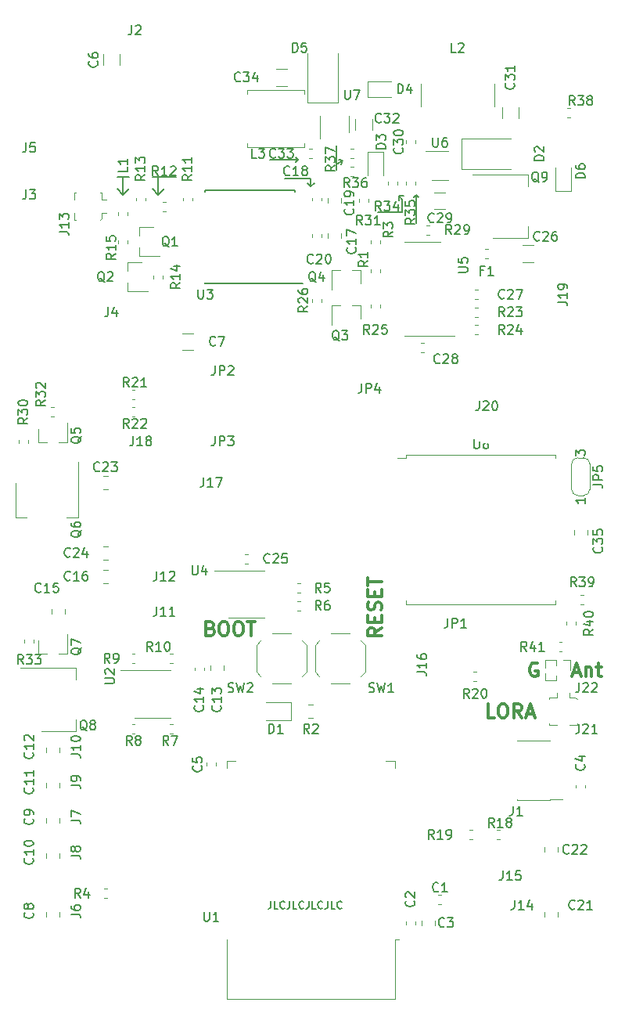
<source format=gbr>
G04 #@! TF.GenerationSoftware,KiCad,Pcbnew,(5.1.5)-3*
G04 #@! TF.CreationDate,2020-03-06T23:44:18+01:00*
G04 #@! TF.ProjectId,airMon,6169724d-6f6e-42e6-9b69-6361645f7063,0.3*
G04 #@! TF.SameCoordinates,Original*
G04 #@! TF.FileFunction,Legend,Top*
G04 #@! TF.FilePolarity,Positive*
%FSLAX46Y46*%
G04 Gerber Fmt 4.6, Leading zero omitted, Abs format (unit mm)*
G04 Created by KiCad (PCBNEW (5.1.5)-3) date 2020-03-06 23:44:18*
%MOMM*%
%LPD*%
G04 APERTURE LIST*
%ADD10C,0.300000*%
%ADD11C,0.150000*%
%ADD12C,0.200000*%
%ADD13C,0.120000*%
%ADD14C,1.500000*%
%ADD15C,2.800000*%
%ADD16C,0.100000*%
%ADD17O,1.700000X1.950000*%
%ADD18R,1.050000X2.200000*%
%ADD19R,1.000000X1.000000*%
%ADD20O,1.700000X1.700000*%
%ADD21R,1.700000X1.700000*%
%ADD22C,3.000000*%
%ADD23R,3.000000X3.000000*%
%ADD24R,8.200000X2.600000*%
%ADD25R,2.500000X1.800000*%
%ADD26R,0.450000X0.600000*%
%ADD27R,0.600000X0.450000*%
%ADD28R,1.800000X2.500000*%
%ADD29R,2.400000X0.740000*%
%ADD30O,1.000000X1.000000*%
%ADD31O,1.300000X0.800000*%
%ADD32R,2.200000X1.050000*%
%ADD33R,2.350000X5.100000*%
%ADD34R,0.900000X0.800000*%
%ADD35R,0.800000X0.900000*%
%ADD36R,2.000000X0.900000*%
%ADD37R,0.900000X2.000000*%
%ADD38R,5.000000X5.000000*%
%ADD39R,1.220000X0.650000*%
%ADD40R,0.650000X1.220000*%
%ADD41O,1.400000X1.400000*%
%ADD42C,1.400000*%
%ADD43O,1.950000X1.700000*%
%ADD44O,1.900000X1.200000*%
%ADD45C,1.450000*%
%ADD46R,1.500000X2.000000*%
%ADD47R,3.800000X2.000000*%
%ADD48R,2.000000X1.500000*%
%ADD49R,2.000000X3.800000*%
%ADD50R,0.500000X0.500000*%
%ADD51R,1.100000X1.800000*%
%ADD52R,2.000000X1.000000*%
%ADD53R,1.500000X1.000000*%
G04 APERTURE END LIST*
D10*
X79815714Y-89785000D02*
X80530000Y-89785000D01*
X79672857Y-90213571D02*
X80172857Y-88713571D01*
X80672857Y-90213571D01*
X81172857Y-89213571D02*
X81172857Y-90213571D01*
X81172857Y-89356428D02*
X81244285Y-89285000D01*
X81387142Y-89213571D01*
X81601428Y-89213571D01*
X81744285Y-89285000D01*
X81815714Y-89427857D01*
X81815714Y-90213571D01*
X82315714Y-89213571D02*
X82887142Y-89213571D01*
X82530000Y-88713571D02*
X82530000Y-89999285D01*
X82601428Y-90142142D01*
X82744285Y-90213571D01*
X82887142Y-90213571D01*
X75957857Y-88785000D02*
X75815000Y-88713571D01*
X75600714Y-88713571D01*
X75386428Y-88785000D01*
X75243571Y-88927857D01*
X75172142Y-89070714D01*
X75100714Y-89356428D01*
X75100714Y-89570714D01*
X75172142Y-89856428D01*
X75243571Y-89999285D01*
X75386428Y-90142142D01*
X75600714Y-90213571D01*
X75743571Y-90213571D01*
X75957857Y-90142142D01*
X76029285Y-90070714D01*
X76029285Y-89570714D01*
X75743571Y-89570714D01*
X71310714Y-94658571D02*
X70596428Y-94658571D01*
X70596428Y-93158571D01*
X72096428Y-93158571D02*
X72382142Y-93158571D01*
X72525000Y-93230000D01*
X72667857Y-93372857D01*
X72739285Y-93658571D01*
X72739285Y-94158571D01*
X72667857Y-94444285D01*
X72525000Y-94587142D01*
X72382142Y-94658571D01*
X72096428Y-94658571D01*
X71953571Y-94587142D01*
X71810714Y-94444285D01*
X71739285Y-94158571D01*
X71739285Y-93658571D01*
X71810714Y-93372857D01*
X71953571Y-93230000D01*
X72096428Y-93158571D01*
X74239285Y-94658571D02*
X73739285Y-93944285D01*
X73382142Y-94658571D02*
X73382142Y-93158571D01*
X73953571Y-93158571D01*
X74096428Y-93230000D01*
X74167857Y-93301428D01*
X74239285Y-93444285D01*
X74239285Y-93658571D01*
X74167857Y-93801428D01*
X74096428Y-93872857D01*
X73953571Y-93944285D01*
X73382142Y-93944285D01*
X74810714Y-94230000D02*
X75525000Y-94230000D01*
X74667857Y-94658571D02*
X75167857Y-93158571D01*
X75667857Y-94658571D01*
D11*
X47104761Y-114496904D02*
X47104761Y-115068333D01*
X47066666Y-115182619D01*
X46990476Y-115258809D01*
X46876190Y-115296904D01*
X46800000Y-115296904D01*
X47866666Y-115296904D02*
X47485714Y-115296904D01*
X47485714Y-114496904D01*
X48590476Y-115220714D02*
X48552380Y-115258809D01*
X48438095Y-115296904D01*
X48361904Y-115296904D01*
X48247619Y-115258809D01*
X48171428Y-115182619D01*
X48133333Y-115106428D01*
X48095238Y-114954047D01*
X48095238Y-114839761D01*
X48133333Y-114687380D01*
X48171428Y-114611190D01*
X48247619Y-114535000D01*
X48361904Y-114496904D01*
X48438095Y-114496904D01*
X48552380Y-114535000D01*
X48590476Y-114573095D01*
X49161904Y-114496904D02*
X49161904Y-115068333D01*
X49123809Y-115182619D01*
X49047619Y-115258809D01*
X48933333Y-115296904D01*
X48857142Y-115296904D01*
X49923809Y-115296904D02*
X49542857Y-115296904D01*
X49542857Y-114496904D01*
X50647619Y-115220714D02*
X50609523Y-115258809D01*
X50495238Y-115296904D01*
X50419047Y-115296904D01*
X50304761Y-115258809D01*
X50228571Y-115182619D01*
X50190476Y-115106428D01*
X50152380Y-114954047D01*
X50152380Y-114839761D01*
X50190476Y-114687380D01*
X50228571Y-114611190D01*
X50304761Y-114535000D01*
X50419047Y-114496904D01*
X50495238Y-114496904D01*
X50609523Y-114535000D01*
X50647619Y-114573095D01*
X51219047Y-114496904D02*
X51219047Y-115068333D01*
X51180952Y-115182619D01*
X51104761Y-115258809D01*
X50990476Y-115296904D01*
X50914285Y-115296904D01*
X51980952Y-115296904D02*
X51600000Y-115296904D01*
X51600000Y-114496904D01*
X52704761Y-115220714D02*
X52666666Y-115258809D01*
X52552380Y-115296904D01*
X52476190Y-115296904D01*
X52361904Y-115258809D01*
X52285714Y-115182619D01*
X52247619Y-115106428D01*
X52209523Y-114954047D01*
X52209523Y-114839761D01*
X52247619Y-114687380D01*
X52285714Y-114611190D01*
X52361904Y-114535000D01*
X52476190Y-114496904D01*
X52552380Y-114496904D01*
X52666666Y-114535000D01*
X52704761Y-114573095D01*
X53276190Y-114496904D02*
X53276190Y-115068333D01*
X53238095Y-115182619D01*
X53161904Y-115258809D01*
X53047619Y-115296904D01*
X52971428Y-115296904D01*
X54038095Y-115296904D02*
X53657142Y-115296904D01*
X53657142Y-114496904D01*
X54761904Y-115220714D02*
X54723809Y-115258809D01*
X54609523Y-115296904D01*
X54533333Y-115296904D01*
X54419047Y-115258809D01*
X54342857Y-115182619D01*
X54304761Y-115106428D01*
X54266666Y-114954047D01*
X54266666Y-114839761D01*
X54304761Y-114687380D01*
X54342857Y-114611190D01*
X54419047Y-114535000D01*
X54533333Y-114496904D01*
X54609523Y-114496904D01*
X54723809Y-114535000D01*
X54761904Y-114573095D01*
D10*
X40596428Y-84982857D02*
X40810714Y-85054285D01*
X40882142Y-85125714D01*
X40953571Y-85268571D01*
X40953571Y-85482857D01*
X40882142Y-85625714D01*
X40810714Y-85697142D01*
X40667857Y-85768571D01*
X40096428Y-85768571D01*
X40096428Y-84268571D01*
X40596428Y-84268571D01*
X40739285Y-84340000D01*
X40810714Y-84411428D01*
X40882142Y-84554285D01*
X40882142Y-84697142D01*
X40810714Y-84840000D01*
X40739285Y-84911428D01*
X40596428Y-84982857D01*
X40096428Y-84982857D01*
X41882142Y-84268571D02*
X42167857Y-84268571D01*
X42310714Y-84340000D01*
X42453571Y-84482857D01*
X42525000Y-84768571D01*
X42525000Y-85268571D01*
X42453571Y-85554285D01*
X42310714Y-85697142D01*
X42167857Y-85768571D01*
X41882142Y-85768571D01*
X41739285Y-85697142D01*
X41596428Y-85554285D01*
X41525000Y-85268571D01*
X41525000Y-84768571D01*
X41596428Y-84482857D01*
X41739285Y-84340000D01*
X41882142Y-84268571D01*
X43453571Y-84268571D02*
X43739285Y-84268571D01*
X43882142Y-84340000D01*
X44025000Y-84482857D01*
X44096428Y-84768571D01*
X44096428Y-85268571D01*
X44025000Y-85554285D01*
X43882142Y-85697142D01*
X43739285Y-85768571D01*
X43453571Y-85768571D01*
X43310714Y-85697142D01*
X43167857Y-85554285D01*
X43096428Y-85268571D01*
X43096428Y-84768571D01*
X43167857Y-84482857D01*
X43310714Y-84340000D01*
X43453571Y-84268571D01*
X44525000Y-84268571D02*
X45382142Y-84268571D01*
X44953571Y-85768571D02*
X44953571Y-84268571D01*
X59098571Y-84950714D02*
X58384285Y-85450714D01*
X59098571Y-85807857D02*
X57598571Y-85807857D01*
X57598571Y-85236428D01*
X57670000Y-85093571D01*
X57741428Y-85022142D01*
X57884285Y-84950714D01*
X58098571Y-84950714D01*
X58241428Y-85022142D01*
X58312857Y-85093571D01*
X58384285Y-85236428D01*
X58384285Y-85807857D01*
X58312857Y-84307857D02*
X58312857Y-83807857D01*
X59098571Y-83593571D02*
X59098571Y-84307857D01*
X57598571Y-84307857D01*
X57598571Y-83593571D01*
X59027142Y-83022142D02*
X59098571Y-82807857D01*
X59098571Y-82450714D01*
X59027142Y-82307857D01*
X58955714Y-82236428D01*
X58812857Y-82165000D01*
X58670000Y-82165000D01*
X58527142Y-82236428D01*
X58455714Y-82307857D01*
X58384285Y-82450714D01*
X58312857Y-82736428D01*
X58241428Y-82879285D01*
X58170000Y-82950714D01*
X58027142Y-83022142D01*
X57884285Y-83022142D01*
X57741428Y-82950714D01*
X57670000Y-82879285D01*
X57598571Y-82736428D01*
X57598571Y-82379285D01*
X57670000Y-82165000D01*
X58312857Y-81522142D02*
X58312857Y-81022142D01*
X59098571Y-80807857D02*
X59098571Y-81522142D01*
X57598571Y-81522142D01*
X57598571Y-80807857D01*
X57598571Y-80379285D02*
X57598571Y-79522142D01*
X59098571Y-79950714D02*
X57598571Y-79950714D01*
D12*
X54864000Y-34417000D02*
X54737000Y-34798000D01*
X54864000Y-34417000D02*
X54483000Y-34290000D01*
X54229000Y-34798000D02*
X54864000Y-34417000D01*
X54229000Y-33020000D02*
X54229000Y-32766000D01*
X54229000Y-35433000D02*
X54229000Y-33020000D01*
X50038000Y-34290000D02*
X49784000Y-34544000D01*
X50038000Y-34290000D02*
X49784000Y-34036000D01*
X46990000Y-34290000D02*
X50038000Y-34290000D01*
X62865000Y-38100000D02*
X62611000Y-38354000D01*
X62865000Y-38100000D02*
X63119000Y-38354000D01*
X62865000Y-38608000D02*
X62865000Y-38100000D01*
X62865000Y-41148000D02*
X62865000Y-38608000D01*
X51435000Y-37211000D02*
X51816000Y-36830000D01*
X51435000Y-37211000D02*
X51054000Y-36830000D01*
X60960000Y-38227000D02*
X60960000Y-38735000D01*
X60960000Y-38227000D02*
X61468000Y-38227000D01*
X61341000Y-38608000D02*
X60960000Y-38227000D01*
X61341000Y-40005000D02*
X61341000Y-38608000D01*
X61214000Y-40005000D02*
X61341000Y-40005000D01*
X58674000Y-40005000D02*
X61214000Y-40005000D01*
X51435000Y-36322000D02*
X51435000Y-37211000D01*
X48641000Y-36322000D02*
X51435000Y-36322000D01*
X34925000Y-38100000D02*
X35560000Y-37465000D01*
X34925000Y-38100000D02*
X34290000Y-37465000D01*
X34925000Y-36195000D02*
X34925000Y-38100000D01*
X34290000Y-36195000D02*
X36830000Y-36195000D01*
X30480000Y-36195000D02*
X31750000Y-36195000D01*
X31115000Y-38100000D02*
X31750000Y-37465000D01*
X30480000Y-37465000D02*
X31115000Y-38100000D01*
X31115000Y-38100000D02*
X30480000Y-37465000D01*
X31115000Y-36195000D02*
X31115000Y-38100000D01*
D13*
X37497936Y-54885000D02*
X38702064Y-54885000D01*
X37497936Y-53065000D02*
X38702064Y-53065000D01*
X78040000Y-92480000D02*
X78040000Y-91980000D01*
X79440000Y-92480000D02*
X79440000Y-91980000D01*
X79440000Y-92480000D02*
X80040000Y-92480000D01*
X80040000Y-92480000D02*
X80240000Y-92680000D01*
X77240000Y-92680000D02*
X77240000Y-92480000D01*
X77240000Y-92480000D02*
X78040000Y-92480000D01*
X78040000Y-95480000D02*
X77240000Y-95480000D01*
X77240000Y-95480000D02*
X77240000Y-95280000D01*
X80240000Y-95280000D02*
X80240000Y-95480000D01*
X80240000Y-95480000D02*
X79440000Y-95480000D01*
X63310000Y-26055000D02*
X63310000Y-28555000D01*
X71310000Y-26055000D02*
X71310000Y-28555000D01*
X65242221Y-114810000D02*
X65567779Y-114810000D01*
X65242221Y-113790000D02*
X65567779Y-113790000D01*
X61720000Y-116677221D02*
X61720000Y-117002779D01*
X62740000Y-116677221D02*
X62740000Y-117002779D01*
X63425000Y-116581422D02*
X63425000Y-117098578D01*
X64845000Y-116581422D02*
X64845000Y-117098578D01*
X81155000Y-102245279D02*
X81155000Y-101919721D01*
X80135000Y-102245279D02*
X80135000Y-101919721D01*
X41150000Y-99857779D02*
X41150000Y-99532221D01*
X40130000Y-99857779D02*
X40130000Y-99532221D01*
X28935000Y-22892936D02*
X28935000Y-24097064D01*
X30755000Y-22892936D02*
X30755000Y-24097064D01*
X24205000Y-116161078D02*
X24205000Y-115643922D01*
X22785000Y-116161078D02*
X22785000Y-115643922D01*
X24205000Y-106001078D02*
X24205000Y-105483922D01*
X22785000Y-106001078D02*
X22785000Y-105483922D01*
X24205000Y-109811078D02*
X24205000Y-109293922D01*
X22785000Y-109811078D02*
X22785000Y-109293922D01*
X24205000Y-102191078D02*
X24205000Y-101673922D01*
X22785000Y-102191078D02*
X22785000Y-101673922D01*
X24205000Y-98381078D02*
X24205000Y-97863922D01*
X22785000Y-98381078D02*
X22785000Y-97863922D01*
X41985000Y-89491078D02*
X41985000Y-88973922D01*
X40565000Y-89491078D02*
X40565000Y-88973922D01*
X39880000Y-89545279D02*
X39880000Y-89219721D01*
X38860000Y-89545279D02*
X38860000Y-89219721D01*
X24840000Y-83443578D02*
X24840000Y-82926422D01*
X23420000Y-83443578D02*
X23420000Y-82926422D01*
X28951422Y-80085000D02*
X29468578Y-80085000D01*
X28951422Y-78665000D02*
X29468578Y-78665000D01*
X53265000Y-42286422D02*
X53265000Y-42803578D01*
X54685000Y-42286422D02*
X54685000Y-42803578D01*
X52580000Y-38745279D02*
X52580000Y-38419721D01*
X51560000Y-38745279D02*
X51560000Y-38419721D01*
X54685000Y-38993578D02*
X54685000Y-38476422D01*
X53265000Y-38993578D02*
X53265000Y-38476422D01*
X51560000Y-42382221D02*
X51560000Y-42707779D01*
X52580000Y-42382221D02*
X52580000Y-42707779D01*
X78180000Y-116161078D02*
X78180000Y-115643922D01*
X76760000Y-116161078D02*
X76760000Y-115643922D01*
X78180000Y-109176078D02*
X78180000Y-108658922D01*
X76760000Y-109176078D02*
X76760000Y-108658922D01*
X28951422Y-68505000D02*
X29468578Y-68505000D01*
X28951422Y-69925000D02*
X29468578Y-69925000D01*
X28951422Y-77545000D02*
X29468578Y-77545000D01*
X28951422Y-76125000D02*
X29468578Y-76125000D01*
X44612779Y-76960000D02*
X44287221Y-76960000D01*
X44612779Y-77980000D02*
X44287221Y-77980000D01*
X74327936Y-45360000D02*
X75532064Y-45360000D01*
X74327936Y-43540000D02*
X75532064Y-43540000D01*
X69204721Y-49405000D02*
X69530279Y-49405000D01*
X69204721Y-48385000D02*
X69530279Y-48385000D01*
X66007064Y-37825000D02*
X64802936Y-37825000D01*
X66007064Y-39645000D02*
X64802936Y-39645000D01*
X62740000Y-32547779D02*
X62740000Y-32222221D01*
X61720000Y-32547779D02*
X61720000Y-32222221D01*
X72115000Y-28607936D02*
X72115000Y-29812064D01*
X73935000Y-28607936D02*
X73935000Y-29812064D01*
X56240000Y-29877936D02*
X56240000Y-31082064D01*
X58060000Y-29877936D02*
X58060000Y-31082064D01*
X51597779Y-33145000D02*
X51272221Y-33145000D01*
X51597779Y-34165000D02*
X51272221Y-34165000D01*
X47657936Y-26310000D02*
X48862064Y-26310000D01*
X47657936Y-24490000D02*
X48862064Y-24490000D01*
X49310000Y-93020000D02*
X46625000Y-93020000D01*
X49310000Y-94940000D02*
X49310000Y-93020000D01*
X46625000Y-94940000D02*
X49310000Y-94940000D01*
X67720000Y-32005000D02*
X73120000Y-32005000D01*
X67720000Y-35305000D02*
X73120000Y-35305000D01*
X67720000Y-32005000D02*
X67720000Y-35305000D01*
X59270000Y-33425000D02*
X59270000Y-35975000D01*
X57570000Y-33425000D02*
X57570000Y-35975000D01*
X59270000Y-33425000D02*
X57570000Y-33425000D01*
X57555000Y-25820000D02*
X60105000Y-25820000D01*
X57555000Y-27520000D02*
X60105000Y-27520000D01*
X57555000Y-25820000D02*
X57555000Y-27520000D01*
X51055000Y-28165000D02*
X51055000Y-22765000D01*
X54355000Y-28165000D02*
X54355000Y-22765000D01*
X51055000Y-28165000D02*
X54355000Y-28165000D01*
X73800000Y-97160000D02*
X73800000Y-97095000D01*
X77330000Y-97160000D02*
X77330000Y-97095000D01*
X73800000Y-103565000D02*
X73800000Y-103500000D01*
X77330000Y-103565000D02*
X77330000Y-103500000D01*
X78655000Y-103500000D02*
X77330000Y-103500000D01*
X77330000Y-97095000D02*
X73800000Y-97095000D01*
X77330000Y-103565000D02*
X73800000Y-103565000D01*
X25805000Y-40870000D02*
X25805000Y-40070000D01*
X26005000Y-40870000D02*
X25805000Y-40870000D01*
X25805000Y-37870000D02*
X26005000Y-37870000D01*
X25805000Y-38670000D02*
X25805000Y-37870000D01*
X28805000Y-37870000D02*
X28805000Y-38670000D01*
X28605000Y-37870000D02*
X28805000Y-37870000D01*
X28805000Y-40670000D02*
X28605000Y-40870000D01*
X28805000Y-40070000D02*
X28805000Y-40670000D01*
X28805000Y-40070000D02*
X29305000Y-40070000D01*
X28805000Y-38670000D02*
X29305000Y-38670000D01*
X31625000Y-40320279D02*
X31625000Y-39994721D01*
X30605000Y-40320279D02*
X30605000Y-39994721D01*
X44525000Y-26745000D02*
X44525000Y-27195000D01*
X44525000Y-32945000D02*
X44525000Y-32495000D01*
X50725000Y-32945000D02*
X50725000Y-32495000D01*
X50725000Y-32945000D02*
X44525000Y-32945000D01*
X50725000Y-26745000D02*
X50725000Y-27195000D01*
X44525000Y-26745000D02*
X50725000Y-26745000D01*
X32895000Y-41600000D02*
X34355000Y-41600000D01*
X32895000Y-44760000D02*
X35055000Y-44760000D01*
X32895000Y-44760000D02*
X32895000Y-43830000D01*
X32895000Y-41600000D02*
X32895000Y-42530000D01*
X31625000Y-45410000D02*
X33085000Y-45410000D01*
X31625000Y-48570000D02*
X33785000Y-48570000D01*
X31625000Y-48570000D02*
X31625000Y-47640000D01*
X31625000Y-45410000D02*
X31625000Y-46340000D01*
X56825000Y-50040000D02*
X56825000Y-51500000D01*
X53665000Y-50040000D02*
X53665000Y-52200000D01*
X53665000Y-50040000D02*
X54595000Y-50040000D01*
X56825000Y-50040000D02*
X55895000Y-50040000D01*
X56825000Y-46230000D02*
X56825000Y-47690000D01*
X53665000Y-46230000D02*
X53665000Y-48390000D01*
X53665000Y-46230000D02*
X54595000Y-46230000D01*
X56825000Y-46230000D02*
X55895000Y-46230000D01*
X21915000Y-64895000D02*
X21915000Y-63435000D01*
X25075000Y-64895000D02*
X25075000Y-62735000D01*
X25075000Y-64895000D02*
X24145000Y-64895000D01*
X21915000Y-64895000D02*
X22845000Y-64895000D01*
X21915000Y-87755000D02*
X21915000Y-86295000D01*
X25075000Y-87755000D02*
X25075000Y-85595000D01*
X25075000Y-87755000D02*
X24145000Y-87755000D01*
X21915000Y-87755000D02*
X22845000Y-87755000D01*
X57910000Y-46192221D02*
X57910000Y-46517779D01*
X58930000Y-46192221D02*
X58930000Y-46517779D01*
X51176422Y-94690000D02*
X51693578Y-94690000D01*
X51176422Y-93270000D02*
X51693578Y-93270000D01*
X57910000Y-43017221D02*
X57910000Y-43342779D01*
X58930000Y-43017221D02*
X58930000Y-43342779D01*
X29047221Y-114175000D02*
X29372779Y-114175000D01*
X29047221Y-113155000D02*
X29372779Y-113155000D01*
X50327779Y-80135000D02*
X50002221Y-80135000D01*
X50327779Y-81155000D02*
X50002221Y-81155000D01*
X50327779Y-82040000D02*
X50002221Y-82040000D01*
X50327779Y-83060000D02*
X50002221Y-83060000D01*
X36510279Y-95375000D02*
X36184721Y-95375000D01*
X36510279Y-96395000D02*
X36184721Y-96395000D01*
X32069721Y-96395000D02*
X32395279Y-96395000D01*
X32069721Y-95375000D02*
X32395279Y-95375000D01*
X32069721Y-88775000D02*
X32395279Y-88775000D01*
X32069721Y-87755000D02*
X32395279Y-87755000D01*
X36510279Y-87755000D02*
X36184721Y-87755000D01*
X36510279Y-88775000D02*
X36184721Y-88775000D01*
X38610000Y-38745279D02*
X38610000Y-38419721D01*
X37590000Y-38745279D02*
X37590000Y-38419721D01*
X35722779Y-38860000D02*
X35397221Y-38860000D01*
X35722779Y-39880000D02*
X35397221Y-39880000D01*
X33530000Y-38745279D02*
X33530000Y-38419721D01*
X32510000Y-38745279D02*
X32510000Y-38419721D01*
X34415000Y-46827221D02*
X34415000Y-47152779D01*
X35435000Y-46827221D02*
X35435000Y-47152779D01*
X31625000Y-43342779D02*
X31625000Y-43017221D01*
X30605000Y-43342779D02*
X30605000Y-43017221D01*
X71917779Y-106805000D02*
X71592221Y-106805000D01*
X71917779Y-107825000D02*
X71592221Y-107825000D01*
X68895279Y-106805000D02*
X68569721Y-106805000D01*
X68895279Y-107825000D02*
X68569721Y-107825000D01*
X69377779Y-89660000D02*
X69052221Y-89660000D01*
X69377779Y-90680000D02*
X69052221Y-90680000D01*
X32069721Y-60200000D02*
X32395279Y-60200000D01*
X32069721Y-59180000D02*
X32395279Y-59180000D01*
X32069721Y-62105000D02*
X32395279Y-62105000D01*
X32069721Y-61085000D02*
X32395279Y-61085000D01*
X69204721Y-51310000D02*
X69530279Y-51310000D01*
X69204721Y-50290000D02*
X69530279Y-50290000D01*
X69204721Y-53215000D02*
X69530279Y-53215000D01*
X69204721Y-52195000D02*
X69530279Y-52195000D01*
X57910000Y-50002221D02*
X57910000Y-50327779D01*
X58930000Y-50002221D02*
X58930000Y-50327779D01*
X52580000Y-49692779D02*
X52580000Y-49367221D01*
X51560000Y-49692779D02*
X51560000Y-49367221D01*
X23332221Y-62105000D02*
X23657779Y-62105000D01*
X23332221Y-61085000D02*
X23657779Y-61085000D01*
X20445000Y-86197221D02*
X20445000Y-86522779D01*
X21465000Y-86197221D02*
X21465000Y-86522779D01*
X59815000Y-36667221D02*
X59815000Y-36992779D01*
X60835000Y-36667221D02*
X60835000Y-36992779D01*
X62740000Y-36992779D02*
X62740000Y-36667221D01*
X61720000Y-36992779D02*
X61720000Y-36667221D01*
X55717221Y-36070000D02*
X56042779Y-36070000D01*
X55717221Y-35050000D02*
X56042779Y-35050000D01*
X56042779Y-33145000D02*
X55717221Y-33145000D01*
X56042779Y-34165000D02*
X55717221Y-34165000D01*
X60555000Y-118665000D02*
X60935000Y-118665000D01*
X60555000Y-125085000D02*
X60555000Y-118665000D01*
X42315000Y-125085000D02*
X42315000Y-118665000D01*
X60555000Y-125085000D02*
X42315000Y-125085000D01*
X42315000Y-99340000D02*
X43315000Y-99340000D01*
X42315000Y-100120000D02*
X42315000Y-99340000D01*
X60555000Y-99340000D02*
X59555000Y-99340000D01*
X60555000Y-100120000D02*
X60555000Y-99340000D01*
X34290000Y-89515000D02*
X30840000Y-89515000D01*
X34290000Y-89515000D02*
X36240000Y-89515000D01*
X34290000Y-94635000D02*
X32340000Y-94635000D01*
X34290000Y-94635000D02*
X36240000Y-94635000D01*
D11*
X40005000Y-37620000D02*
X40005000Y-37745000D01*
X49705000Y-37620000D02*
X49705000Y-37745000D01*
X48905000Y-47720000D02*
X50555000Y-47720000D01*
X40005000Y-47720000D02*
X40005000Y-47595000D01*
X40005000Y-37620000D02*
X49705000Y-37620000D01*
X48905000Y-47720000D02*
X40005000Y-47720000D01*
D13*
X44450000Y-78720000D02*
X41000000Y-78720000D01*
X44450000Y-78720000D02*
X46400000Y-78720000D01*
X44450000Y-83840000D02*
X42500000Y-83840000D01*
X44450000Y-83840000D02*
X46400000Y-83840000D01*
X66285000Y-33415000D02*
X63855000Y-33415000D01*
X64525000Y-36485000D02*
X66285000Y-36485000D01*
X52465000Y-29600000D02*
X52465000Y-32030000D01*
X55535000Y-31360000D02*
X55535000Y-29600000D01*
X63337221Y-55120000D02*
X63662779Y-55120000D01*
X63337221Y-54100000D02*
X63662779Y-54100000D01*
X63500000Y-53320000D02*
X66950000Y-53320000D01*
X63500000Y-53320000D02*
X61550000Y-53320000D01*
X63500000Y-43200000D02*
X65450000Y-43200000D01*
X63500000Y-43200000D02*
X61550000Y-43200000D01*
X20830000Y-64932779D02*
X20830000Y-64607221D01*
X19810000Y-64932779D02*
X19810000Y-64607221D01*
X64297779Y-41400000D02*
X63972221Y-41400000D01*
X64297779Y-42420000D02*
X63972221Y-42420000D01*
X57660000Y-38897779D02*
X57660000Y-38572221D01*
X56640000Y-38897779D02*
X56640000Y-38572221D01*
X26270000Y-67020000D02*
X26270000Y-73030000D01*
X19450000Y-69270000D02*
X19450000Y-73030000D01*
X26270000Y-73030000D02*
X25010000Y-73030000D01*
X19450000Y-73030000D02*
X20710000Y-73030000D01*
X20030000Y-89300000D02*
X26040000Y-89300000D01*
X22280000Y-96120000D02*
X26040000Y-96120000D01*
X26040000Y-89300000D02*
X26040000Y-90560000D01*
X26040000Y-96120000D02*
X26040000Y-94860000D01*
X68925000Y-35960000D02*
X74935000Y-35960000D01*
X71175000Y-42780000D02*
X74935000Y-42780000D01*
X74935000Y-35960000D02*
X74935000Y-37220000D01*
X74935000Y-42780000D02*
X74935000Y-41520000D01*
X79537779Y-28700000D02*
X79212221Y-28700000D01*
X79537779Y-29720000D02*
X79212221Y-29720000D01*
X77890000Y-37695000D02*
X77890000Y-35145000D01*
X79590000Y-37695000D02*
X79590000Y-35145000D01*
X77890000Y-37695000D02*
X79590000Y-37695000D01*
X70322221Y-44960000D02*
X70647779Y-44960000D01*
X70322221Y-43940000D02*
X70647779Y-43940000D01*
X51890000Y-89715000D02*
X52380000Y-90205000D01*
X51890000Y-86815000D02*
X51890000Y-89715000D01*
X51890000Y-86815000D02*
X52380000Y-86325000D01*
X57330000Y-86815000D02*
X57330000Y-89715000D01*
X57330000Y-86815000D02*
X56840000Y-86325000D01*
X53570000Y-90985000D02*
X55650000Y-90985000D01*
X57330000Y-89715000D02*
X56840000Y-90205000D01*
X53570000Y-85545000D02*
X55650000Y-85545000D01*
X50980000Y-86815000D02*
X50490000Y-86325000D01*
X50980000Y-89715000D02*
X50980000Y-86815000D01*
X50980000Y-89715000D02*
X50490000Y-90205000D01*
X45540000Y-89715000D02*
X45540000Y-86815000D01*
X45540000Y-89715000D02*
X46030000Y-90205000D01*
X49300000Y-85545000D02*
X47220000Y-85545000D01*
X45540000Y-86815000D02*
X46030000Y-86325000D01*
X49300000Y-90985000D02*
X47220000Y-90985000D01*
X81355000Y-74338922D02*
X81355000Y-74856078D01*
X79935000Y-74338922D02*
X79935000Y-74856078D01*
X80634721Y-81405000D02*
X80960279Y-81405000D01*
X80634721Y-82425000D02*
X80960279Y-82425000D01*
X79119000Y-84292221D02*
X79119000Y-84617779D01*
X80139000Y-84292221D02*
X80139000Y-84617779D01*
X78623279Y-87505000D02*
X78297721Y-87505000D01*
X78623279Y-86485000D02*
X78297721Y-86485000D01*
X61750000Y-66545000D02*
X60850000Y-66545000D01*
X61750000Y-66195000D02*
X61750000Y-66545000D01*
X77950000Y-82395000D02*
X77950000Y-81995000D01*
X61750000Y-82395000D02*
X77950000Y-82395000D01*
X61750000Y-81995000D02*
X61750000Y-82395000D01*
X77950000Y-66195000D02*
X77950000Y-66595000D01*
X61750000Y-66195000D02*
X77950000Y-66195000D01*
X80945000Y-70630000D02*
X80345000Y-70630000D01*
X81645000Y-67180000D02*
X81645000Y-69980000D01*
X80345000Y-66530000D02*
X80945000Y-66530000D01*
X79645000Y-69980000D02*
X79645000Y-67180000D01*
X79645000Y-67230000D02*
G75*
G02X80345000Y-66530000I700000J0D01*
G01*
X80945000Y-66530000D02*
G75*
G02X81645000Y-67230000I0J-700000D01*
G01*
X81645000Y-69930000D02*
G75*
G02X80945000Y-70630000I-700000J0D01*
G01*
X80345000Y-70630000D02*
G75*
G02X79645000Y-69930000I0J700000D01*
G01*
X76775000Y-88425000D02*
X76775000Y-89227470D01*
X76775000Y-89842530D02*
X76775000Y-90645000D01*
X77980000Y-88425000D02*
X76775000Y-88425000D01*
X77980000Y-90645000D02*
X76775000Y-90645000D01*
X77980000Y-88425000D02*
X77980000Y-88971529D01*
X77980000Y-90098471D02*
X77980000Y-90645000D01*
X78740000Y-88425000D02*
X79500000Y-88425000D01*
X79500000Y-88425000D02*
X79500000Y-89535000D01*
D11*
X62952380Y-89709523D02*
X63666666Y-89709523D01*
X63809523Y-89757142D01*
X63904761Y-89852380D01*
X63952380Y-89995238D01*
X63952380Y-90090476D01*
X63952380Y-88709523D02*
X63952380Y-89280952D01*
X63952380Y-88995238D02*
X62952380Y-88995238D01*
X63095238Y-89090476D01*
X63190476Y-89185714D01*
X63238095Y-89280952D01*
X62952380Y-87852380D02*
X62952380Y-88042857D01*
X63000000Y-88138095D01*
X63047619Y-88185714D01*
X63190476Y-88280952D01*
X63380952Y-88328571D01*
X63761904Y-88328571D01*
X63857142Y-88280952D01*
X63904761Y-88233333D01*
X63952380Y-88138095D01*
X63952380Y-87947619D01*
X63904761Y-87852380D01*
X63857142Y-87804761D01*
X63761904Y-87757142D01*
X63523809Y-87757142D01*
X63428571Y-87804761D01*
X63380952Y-87852380D01*
X63333333Y-87947619D01*
X63333333Y-88138095D01*
X63380952Y-88233333D01*
X63428571Y-88280952D01*
X63523809Y-88328571D01*
X41108333Y-54332142D02*
X41060714Y-54379761D01*
X40917857Y-54427380D01*
X40822619Y-54427380D01*
X40679761Y-54379761D01*
X40584523Y-54284523D01*
X40536904Y-54189285D01*
X40489285Y-53998809D01*
X40489285Y-53855952D01*
X40536904Y-53665476D01*
X40584523Y-53570238D01*
X40679761Y-53475000D01*
X40822619Y-53427380D01*
X40917857Y-53427380D01*
X41060714Y-53475000D01*
X41108333Y-53522619D01*
X41441666Y-53427380D02*
X42108333Y-53427380D01*
X41679761Y-54427380D01*
X29511666Y-50252380D02*
X29511666Y-50966666D01*
X29464047Y-51109523D01*
X29368809Y-51204761D01*
X29225952Y-51252380D01*
X29130714Y-51252380D01*
X30416428Y-50585714D02*
X30416428Y-51252380D01*
X30178333Y-50204761D02*
X29940238Y-50919047D01*
X30559285Y-50919047D01*
X80470476Y-95337380D02*
X80470476Y-96051666D01*
X80422857Y-96194523D01*
X80327619Y-96289761D01*
X80184761Y-96337380D01*
X80089523Y-96337380D01*
X80899047Y-95432619D02*
X80946666Y-95385000D01*
X81041904Y-95337380D01*
X81280000Y-95337380D01*
X81375238Y-95385000D01*
X81422857Y-95432619D01*
X81470476Y-95527857D01*
X81470476Y-95623095D01*
X81422857Y-95765952D01*
X80851428Y-96337380D01*
X81470476Y-96337380D01*
X82422857Y-96337380D02*
X81851428Y-96337380D01*
X82137142Y-96337380D02*
X82137142Y-95337380D01*
X82041904Y-95480238D01*
X81946666Y-95575476D01*
X81851428Y-95623095D01*
X66266666Y-83907380D02*
X66266666Y-84621666D01*
X66219047Y-84764523D01*
X66123809Y-84859761D01*
X65980952Y-84907380D01*
X65885714Y-84907380D01*
X66742857Y-84907380D02*
X66742857Y-83907380D01*
X67123809Y-83907380D01*
X67219047Y-83955000D01*
X67266666Y-84002619D01*
X67314285Y-84097857D01*
X67314285Y-84240714D01*
X67266666Y-84335952D01*
X67219047Y-84383571D01*
X67123809Y-84431190D01*
X66742857Y-84431190D01*
X68266666Y-84907380D02*
X67695238Y-84907380D01*
X67980952Y-84907380D02*
X67980952Y-83907380D01*
X67885714Y-84050238D01*
X67790476Y-84145476D01*
X67695238Y-84193095D01*
X69675476Y-60412380D02*
X69675476Y-61126666D01*
X69627857Y-61269523D01*
X69532619Y-61364761D01*
X69389761Y-61412380D01*
X69294523Y-61412380D01*
X70104047Y-60507619D02*
X70151666Y-60460000D01*
X70246904Y-60412380D01*
X70485000Y-60412380D01*
X70580238Y-60460000D01*
X70627857Y-60507619D01*
X70675476Y-60602857D01*
X70675476Y-60698095D01*
X70627857Y-60840952D01*
X70056428Y-61412380D01*
X70675476Y-61412380D01*
X71294523Y-60412380D02*
X71389761Y-60412380D01*
X71485000Y-60460000D01*
X71532619Y-60507619D01*
X71580238Y-60602857D01*
X71627857Y-60793333D01*
X71627857Y-61031428D01*
X71580238Y-61221904D01*
X71532619Y-61317142D01*
X71485000Y-61364761D01*
X71389761Y-61412380D01*
X71294523Y-61412380D01*
X71199285Y-61364761D01*
X71151666Y-61317142D01*
X71104047Y-61221904D01*
X71056428Y-61031428D01*
X71056428Y-60793333D01*
X71104047Y-60602857D01*
X71151666Y-60507619D01*
X71199285Y-60460000D01*
X71294523Y-60412380D01*
X32210476Y-64222380D02*
X32210476Y-64936666D01*
X32162857Y-65079523D01*
X32067619Y-65174761D01*
X31924761Y-65222380D01*
X31829523Y-65222380D01*
X33210476Y-65222380D02*
X32639047Y-65222380D01*
X32924761Y-65222380D02*
X32924761Y-64222380D01*
X32829523Y-64365238D01*
X32734285Y-64460476D01*
X32639047Y-64508095D01*
X33781904Y-64650952D02*
X33686666Y-64603333D01*
X33639047Y-64555714D01*
X33591428Y-64460476D01*
X33591428Y-64412857D01*
X33639047Y-64317619D01*
X33686666Y-64270000D01*
X33781904Y-64222380D01*
X33972380Y-64222380D01*
X34067619Y-64270000D01*
X34115238Y-64317619D01*
X34162857Y-64412857D01*
X34162857Y-64460476D01*
X34115238Y-64555714D01*
X34067619Y-64603333D01*
X33972380Y-64650952D01*
X33781904Y-64650952D01*
X33686666Y-64698571D01*
X33639047Y-64746190D01*
X33591428Y-64841428D01*
X33591428Y-65031904D01*
X33639047Y-65127142D01*
X33686666Y-65174761D01*
X33781904Y-65222380D01*
X33972380Y-65222380D01*
X34067619Y-65174761D01*
X34115238Y-65127142D01*
X34162857Y-65031904D01*
X34162857Y-64841428D01*
X34115238Y-64746190D01*
X34067619Y-64698571D01*
X33972380Y-64650952D01*
X67143333Y-22677380D02*
X66667142Y-22677380D01*
X66667142Y-21677380D01*
X67429047Y-21772619D02*
X67476666Y-21725000D01*
X67571904Y-21677380D01*
X67810000Y-21677380D01*
X67905238Y-21725000D01*
X67952857Y-21772619D01*
X68000476Y-21867857D01*
X68000476Y-21963095D01*
X67952857Y-22105952D01*
X67381428Y-22677380D01*
X68000476Y-22677380D01*
X65238333Y-113387142D02*
X65190714Y-113434761D01*
X65047857Y-113482380D01*
X64952619Y-113482380D01*
X64809761Y-113434761D01*
X64714523Y-113339523D01*
X64666904Y-113244285D01*
X64619285Y-113053809D01*
X64619285Y-112910952D01*
X64666904Y-112720476D01*
X64714523Y-112625238D01*
X64809761Y-112530000D01*
X64952619Y-112482380D01*
X65047857Y-112482380D01*
X65190714Y-112530000D01*
X65238333Y-112577619D01*
X66190714Y-113482380D02*
X65619285Y-113482380D01*
X65905000Y-113482380D02*
X65905000Y-112482380D01*
X65809761Y-112625238D01*
X65714523Y-112720476D01*
X65619285Y-112768095D01*
X62587142Y-114466666D02*
X62634761Y-114514285D01*
X62682380Y-114657142D01*
X62682380Y-114752380D01*
X62634761Y-114895238D01*
X62539523Y-114990476D01*
X62444285Y-115038095D01*
X62253809Y-115085714D01*
X62110952Y-115085714D01*
X61920476Y-115038095D01*
X61825238Y-114990476D01*
X61730000Y-114895238D01*
X61682380Y-114752380D01*
X61682380Y-114657142D01*
X61730000Y-114514285D01*
X61777619Y-114466666D01*
X61777619Y-114085714D02*
X61730000Y-114038095D01*
X61682380Y-113942857D01*
X61682380Y-113704761D01*
X61730000Y-113609523D01*
X61777619Y-113561904D01*
X61872857Y-113514285D01*
X61968095Y-113514285D01*
X62110952Y-113561904D01*
X62682380Y-114133333D01*
X62682380Y-113514285D01*
X65873333Y-117197142D02*
X65825714Y-117244761D01*
X65682857Y-117292380D01*
X65587619Y-117292380D01*
X65444761Y-117244761D01*
X65349523Y-117149523D01*
X65301904Y-117054285D01*
X65254285Y-116863809D01*
X65254285Y-116720952D01*
X65301904Y-116530476D01*
X65349523Y-116435238D01*
X65444761Y-116340000D01*
X65587619Y-116292380D01*
X65682857Y-116292380D01*
X65825714Y-116340000D01*
X65873333Y-116387619D01*
X66206666Y-116292380D02*
X66825714Y-116292380D01*
X66492380Y-116673333D01*
X66635238Y-116673333D01*
X66730476Y-116720952D01*
X66778095Y-116768571D01*
X66825714Y-116863809D01*
X66825714Y-117101904D01*
X66778095Y-117197142D01*
X66730476Y-117244761D01*
X66635238Y-117292380D01*
X66349523Y-117292380D01*
X66254285Y-117244761D01*
X66206666Y-117197142D01*
X81002142Y-99709166D02*
X81049761Y-99756785D01*
X81097380Y-99899642D01*
X81097380Y-99994880D01*
X81049761Y-100137738D01*
X80954523Y-100232976D01*
X80859285Y-100280595D01*
X80668809Y-100328214D01*
X80525952Y-100328214D01*
X80335476Y-100280595D01*
X80240238Y-100232976D01*
X80145000Y-100137738D01*
X80097380Y-99994880D01*
X80097380Y-99899642D01*
X80145000Y-99756785D01*
X80192619Y-99709166D01*
X80430714Y-98852023D02*
X81097380Y-98852023D01*
X80049761Y-99090119D02*
X80764047Y-99328214D01*
X80764047Y-98709166D01*
X39567142Y-99861666D02*
X39614761Y-99909285D01*
X39662380Y-100052142D01*
X39662380Y-100147380D01*
X39614761Y-100290238D01*
X39519523Y-100385476D01*
X39424285Y-100433095D01*
X39233809Y-100480714D01*
X39090952Y-100480714D01*
X38900476Y-100433095D01*
X38805238Y-100385476D01*
X38710000Y-100290238D01*
X38662380Y-100147380D01*
X38662380Y-100052142D01*
X38710000Y-99909285D01*
X38757619Y-99861666D01*
X38662380Y-98956904D02*
X38662380Y-99433095D01*
X39138571Y-99480714D01*
X39090952Y-99433095D01*
X39043333Y-99337857D01*
X39043333Y-99099761D01*
X39090952Y-99004523D01*
X39138571Y-98956904D01*
X39233809Y-98909285D01*
X39471904Y-98909285D01*
X39567142Y-98956904D01*
X39614761Y-99004523D01*
X39662380Y-99099761D01*
X39662380Y-99337857D01*
X39614761Y-99433095D01*
X39567142Y-99480714D01*
X28297142Y-23661666D02*
X28344761Y-23709285D01*
X28392380Y-23852142D01*
X28392380Y-23947380D01*
X28344761Y-24090238D01*
X28249523Y-24185476D01*
X28154285Y-24233095D01*
X27963809Y-24280714D01*
X27820952Y-24280714D01*
X27630476Y-24233095D01*
X27535238Y-24185476D01*
X27440000Y-24090238D01*
X27392380Y-23947380D01*
X27392380Y-23852142D01*
X27440000Y-23709285D01*
X27487619Y-23661666D01*
X27392380Y-22804523D02*
X27392380Y-22995000D01*
X27440000Y-23090238D01*
X27487619Y-23137857D01*
X27630476Y-23233095D01*
X27820952Y-23280714D01*
X28201904Y-23280714D01*
X28297142Y-23233095D01*
X28344761Y-23185476D01*
X28392380Y-23090238D01*
X28392380Y-22899761D01*
X28344761Y-22804523D01*
X28297142Y-22756904D01*
X28201904Y-22709285D01*
X27963809Y-22709285D01*
X27868571Y-22756904D01*
X27820952Y-22804523D01*
X27773333Y-22899761D01*
X27773333Y-23090238D01*
X27820952Y-23185476D01*
X27868571Y-23233095D01*
X27963809Y-23280714D01*
X21312142Y-115736666D02*
X21359761Y-115784285D01*
X21407380Y-115927142D01*
X21407380Y-116022380D01*
X21359761Y-116165238D01*
X21264523Y-116260476D01*
X21169285Y-116308095D01*
X20978809Y-116355714D01*
X20835952Y-116355714D01*
X20645476Y-116308095D01*
X20550238Y-116260476D01*
X20455000Y-116165238D01*
X20407380Y-116022380D01*
X20407380Y-115927142D01*
X20455000Y-115784285D01*
X20502619Y-115736666D01*
X20835952Y-115165238D02*
X20788333Y-115260476D01*
X20740714Y-115308095D01*
X20645476Y-115355714D01*
X20597857Y-115355714D01*
X20502619Y-115308095D01*
X20455000Y-115260476D01*
X20407380Y-115165238D01*
X20407380Y-114974761D01*
X20455000Y-114879523D01*
X20502619Y-114831904D01*
X20597857Y-114784285D01*
X20645476Y-114784285D01*
X20740714Y-114831904D01*
X20788333Y-114879523D01*
X20835952Y-114974761D01*
X20835952Y-115165238D01*
X20883571Y-115260476D01*
X20931190Y-115308095D01*
X21026428Y-115355714D01*
X21216904Y-115355714D01*
X21312142Y-115308095D01*
X21359761Y-115260476D01*
X21407380Y-115165238D01*
X21407380Y-114974761D01*
X21359761Y-114879523D01*
X21312142Y-114831904D01*
X21216904Y-114784285D01*
X21026428Y-114784285D01*
X20931190Y-114831904D01*
X20883571Y-114879523D01*
X20835952Y-114974761D01*
X21312142Y-105576666D02*
X21359761Y-105624285D01*
X21407380Y-105767142D01*
X21407380Y-105862380D01*
X21359761Y-106005238D01*
X21264523Y-106100476D01*
X21169285Y-106148095D01*
X20978809Y-106195714D01*
X20835952Y-106195714D01*
X20645476Y-106148095D01*
X20550238Y-106100476D01*
X20455000Y-106005238D01*
X20407380Y-105862380D01*
X20407380Y-105767142D01*
X20455000Y-105624285D01*
X20502619Y-105576666D01*
X21407380Y-105100476D02*
X21407380Y-104910000D01*
X21359761Y-104814761D01*
X21312142Y-104767142D01*
X21169285Y-104671904D01*
X20978809Y-104624285D01*
X20597857Y-104624285D01*
X20502619Y-104671904D01*
X20455000Y-104719523D01*
X20407380Y-104814761D01*
X20407380Y-105005238D01*
X20455000Y-105100476D01*
X20502619Y-105148095D01*
X20597857Y-105195714D01*
X20835952Y-105195714D01*
X20931190Y-105148095D01*
X20978809Y-105100476D01*
X21026428Y-105005238D01*
X21026428Y-104814761D01*
X20978809Y-104719523D01*
X20931190Y-104671904D01*
X20835952Y-104624285D01*
X21312142Y-109862857D02*
X21359761Y-109910476D01*
X21407380Y-110053333D01*
X21407380Y-110148571D01*
X21359761Y-110291428D01*
X21264523Y-110386666D01*
X21169285Y-110434285D01*
X20978809Y-110481904D01*
X20835952Y-110481904D01*
X20645476Y-110434285D01*
X20550238Y-110386666D01*
X20455000Y-110291428D01*
X20407380Y-110148571D01*
X20407380Y-110053333D01*
X20455000Y-109910476D01*
X20502619Y-109862857D01*
X21407380Y-108910476D02*
X21407380Y-109481904D01*
X21407380Y-109196190D02*
X20407380Y-109196190D01*
X20550238Y-109291428D01*
X20645476Y-109386666D01*
X20693095Y-109481904D01*
X20407380Y-108291428D02*
X20407380Y-108196190D01*
X20455000Y-108100952D01*
X20502619Y-108053333D01*
X20597857Y-108005714D01*
X20788333Y-107958095D01*
X21026428Y-107958095D01*
X21216904Y-108005714D01*
X21312142Y-108053333D01*
X21359761Y-108100952D01*
X21407380Y-108196190D01*
X21407380Y-108291428D01*
X21359761Y-108386666D01*
X21312142Y-108434285D01*
X21216904Y-108481904D01*
X21026428Y-108529523D01*
X20788333Y-108529523D01*
X20597857Y-108481904D01*
X20502619Y-108434285D01*
X20455000Y-108386666D01*
X20407380Y-108291428D01*
X21312142Y-102242857D02*
X21359761Y-102290476D01*
X21407380Y-102433333D01*
X21407380Y-102528571D01*
X21359761Y-102671428D01*
X21264523Y-102766666D01*
X21169285Y-102814285D01*
X20978809Y-102861904D01*
X20835952Y-102861904D01*
X20645476Y-102814285D01*
X20550238Y-102766666D01*
X20455000Y-102671428D01*
X20407380Y-102528571D01*
X20407380Y-102433333D01*
X20455000Y-102290476D01*
X20502619Y-102242857D01*
X21407380Y-101290476D02*
X21407380Y-101861904D01*
X21407380Y-101576190D02*
X20407380Y-101576190D01*
X20550238Y-101671428D01*
X20645476Y-101766666D01*
X20693095Y-101861904D01*
X21407380Y-100338095D02*
X21407380Y-100909523D01*
X21407380Y-100623809D02*
X20407380Y-100623809D01*
X20550238Y-100719047D01*
X20645476Y-100814285D01*
X20693095Y-100909523D01*
X21312142Y-98432857D02*
X21359761Y-98480476D01*
X21407380Y-98623333D01*
X21407380Y-98718571D01*
X21359761Y-98861428D01*
X21264523Y-98956666D01*
X21169285Y-99004285D01*
X20978809Y-99051904D01*
X20835952Y-99051904D01*
X20645476Y-99004285D01*
X20550238Y-98956666D01*
X20455000Y-98861428D01*
X20407380Y-98718571D01*
X20407380Y-98623333D01*
X20455000Y-98480476D01*
X20502619Y-98432857D01*
X21407380Y-97480476D02*
X21407380Y-98051904D01*
X21407380Y-97766190D02*
X20407380Y-97766190D01*
X20550238Y-97861428D01*
X20645476Y-97956666D01*
X20693095Y-98051904D01*
X20502619Y-97099523D02*
X20455000Y-97051904D01*
X20407380Y-96956666D01*
X20407380Y-96718571D01*
X20455000Y-96623333D01*
X20502619Y-96575714D01*
X20597857Y-96528095D01*
X20693095Y-96528095D01*
X20835952Y-96575714D01*
X21407380Y-97147142D01*
X21407380Y-96528095D01*
X41632142Y-93352857D02*
X41679761Y-93400476D01*
X41727380Y-93543333D01*
X41727380Y-93638571D01*
X41679761Y-93781428D01*
X41584523Y-93876666D01*
X41489285Y-93924285D01*
X41298809Y-93971904D01*
X41155952Y-93971904D01*
X40965476Y-93924285D01*
X40870238Y-93876666D01*
X40775000Y-93781428D01*
X40727380Y-93638571D01*
X40727380Y-93543333D01*
X40775000Y-93400476D01*
X40822619Y-93352857D01*
X41727380Y-92400476D02*
X41727380Y-92971904D01*
X41727380Y-92686190D02*
X40727380Y-92686190D01*
X40870238Y-92781428D01*
X40965476Y-92876666D01*
X41013095Y-92971904D01*
X40727380Y-92067142D02*
X40727380Y-91448095D01*
X41108333Y-91781428D01*
X41108333Y-91638571D01*
X41155952Y-91543333D01*
X41203571Y-91495714D01*
X41298809Y-91448095D01*
X41536904Y-91448095D01*
X41632142Y-91495714D01*
X41679761Y-91543333D01*
X41727380Y-91638571D01*
X41727380Y-91924285D01*
X41679761Y-92019523D01*
X41632142Y-92067142D01*
X39727142Y-93352857D02*
X39774761Y-93400476D01*
X39822380Y-93543333D01*
X39822380Y-93638571D01*
X39774761Y-93781428D01*
X39679523Y-93876666D01*
X39584285Y-93924285D01*
X39393809Y-93971904D01*
X39250952Y-93971904D01*
X39060476Y-93924285D01*
X38965238Y-93876666D01*
X38870000Y-93781428D01*
X38822380Y-93638571D01*
X38822380Y-93543333D01*
X38870000Y-93400476D01*
X38917619Y-93352857D01*
X39822380Y-92400476D02*
X39822380Y-92971904D01*
X39822380Y-92686190D02*
X38822380Y-92686190D01*
X38965238Y-92781428D01*
X39060476Y-92876666D01*
X39108095Y-92971904D01*
X39155714Y-91543333D02*
X39822380Y-91543333D01*
X38774761Y-91781428D02*
X39489047Y-92019523D01*
X39489047Y-91400476D01*
X22217142Y-81002142D02*
X22169523Y-81049761D01*
X22026666Y-81097380D01*
X21931428Y-81097380D01*
X21788571Y-81049761D01*
X21693333Y-80954523D01*
X21645714Y-80859285D01*
X21598095Y-80668809D01*
X21598095Y-80525952D01*
X21645714Y-80335476D01*
X21693333Y-80240238D01*
X21788571Y-80145000D01*
X21931428Y-80097380D01*
X22026666Y-80097380D01*
X22169523Y-80145000D01*
X22217142Y-80192619D01*
X23169523Y-81097380D02*
X22598095Y-81097380D01*
X22883809Y-81097380D02*
X22883809Y-80097380D01*
X22788571Y-80240238D01*
X22693333Y-80335476D01*
X22598095Y-80383095D01*
X24074285Y-80097380D02*
X23598095Y-80097380D01*
X23550476Y-80573571D01*
X23598095Y-80525952D01*
X23693333Y-80478333D01*
X23931428Y-80478333D01*
X24026666Y-80525952D01*
X24074285Y-80573571D01*
X24121904Y-80668809D01*
X24121904Y-80906904D01*
X24074285Y-81002142D01*
X24026666Y-81049761D01*
X23931428Y-81097380D01*
X23693333Y-81097380D01*
X23598095Y-81049761D01*
X23550476Y-81002142D01*
X25392142Y-79732142D02*
X25344523Y-79779761D01*
X25201666Y-79827380D01*
X25106428Y-79827380D01*
X24963571Y-79779761D01*
X24868333Y-79684523D01*
X24820714Y-79589285D01*
X24773095Y-79398809D01*
X24773095Y-79255952D01*
X24820714Y-79065476D01*
X24868333Y-78970238D01*
X24963571Y-78875000D01*
X25106428Y-78827380D01*
X25201666Y-78827380D01*
X25344523Y-78875000D01*
X25392142Y-78922619D01*
X26344523Y-79827380D02*
X25773095Y-79827380D01*
X26058809Y-79827380D02*
X26058809Y-78827380D01*
X25963571Y-78970238D01*
X25868333Y-79065476D01*
X25773095Y-79113095D01*
X27201666Y-78827380D02*
X27011190Y-78827380D01*
X26915952Y-78875000D01*
X26868333Y-78922619D01*
X26773095Y-79065476D01*
X26725476Y-79255952D01*
X26725476Y-79636904D01*
X26773095Y-79732142D01*
X26820714Y-79779761D01*
X26915952Y-79827380D01*
X27106428Y-79827380D01*
X27201666Y-79779761D01*
X27249285Y-79732142D01*
X27296904Y-79636904D01*
X27296904Y-79398809D01*
X27249285Y-79303571D01*
X27201666Y-79255952D01*
X27106428Y-79208333D01*
X26915952Y-79208333D01*
X26820714Y-79255952D01*
X26773095Y-79303571D01*
X26725476Y-79398809D01*
X56237142Y-43822857D02*
X56284761Y-43870476D01*
X56332380Y-44013333D01*
X56332380Y-44108571D01*
X56284761Y-44251428D01*
X56189523Y-44346666D01*
X56094285Y-44394285D01*
X55903809Y-44441904D01*
X55760952Y-44441904D01*
X55570476Y-44394285D01*
X55475238Y-44346666D01*
X55380000Y-44251428D01*
X55332380Y-44108571D01*
X55332380Y-44013333D01*
X55380000Y-43870476D01*
X55427619Y-43822857D01*
X56332380Y-42870476D02*
X56332380Y-43441904D01*
X56332380Y-43156190D02*
X55332380Y-43156190D01*
X55475238Y-43251428D01*
X55570476Y-43346666D01*
X55618095Y-43441904D01*
X55332380Y-42537142D02*
X55332380Y-41870476D01*
X56332380Y-42299047D01*
X49141142Y-35917142D02*
X49093523Y-35964761D01*
X48950666Y-36012380D01*
X48855428Y-36012380D01*
X48712571Y-35964761D01*
X48617333Y-35869523D01*
X48569714Y-35774285D01*
X48522095Y-35583809D01*
X48522095Y-35440952D01*
X48569714Y-35250476D01*
X48617333Y-35155238D01*
X48712571Y-35060000D01*
X48855428Y-35012380D01*
X48950666Y-35012380D01*
X49093523Y-35060000D01*
X49141142Y-35107619D01*
X50093523Y-36012380D02*
X49522095Y-36012380D01*
X49807809Y-36012380D02*
X49807809Y-35012380D01*
X49712571Y-35155238D01*
X49617333Y-35250476D01*
X49522095Y-35298095D01*
X50664952Y-35440952D02*
X50569714Y-35393333D01*
X50522095Y-35345714D01*
X50474476Y-35250476D01*
X50474476Y-35202857D01*
X50522095Y-35107619D01*
X50569714Y-35060000D01*
X50664952Y-35012380D01*
X50855428Y-35012380D01*
X50950666Y-35060000D01*
X50998285Y-35107619D01*
X51045904Y-35202857D01*
X51045904Y-35250476D01*
X50998285Y-35345714D01*
X50950666Y-35393333D01*
X50855428Y-35440952D01*
X50664952Y-35440952D01*
X50569714Y-35488571D01*
X50522095Y-35536190D01*
X50474476Y-35631428D01*
X50474476Y-35821904D01*
X50522095Y-35917142D01*
X50569714Y-35964761D01*
X50664952Y-36012380D01*
X50855428Y-36012380D01*
X50950666Y-35964761D01*
X50998285Y-35917142D01*
X51045904Y-35821904D01*
X51045904Y-35631428D01*
X50998285Y-35536190D01*
X50950666Y-35488571D01*
X50855428Y-35440952D01*
X55983142Y-39631857D02*
X56030761Y-39679476D01*
X56078380Y-39822333D01*
X56078380Y-39917571D01*
X56030761Y-40060428D01*
X55935523Y-40155666D01*
X55840285Y-40203285D01*
X55649809Y-40250904D01*
X55506952Y-40250904D01*
X55316476Y-40203285D01*
X55221238Y-40155666D01*
X55126000Y-40060428D01*
X55078380Y-39917571D01*
X55078380Y-39822333D01*
X55126000Y-39679476D01*
X55173619Y-39631857D01*
X56078380Y-38679476D02*
X56078380Y-39250904D01*
X56078380Y-38965190D02*
X55078380Y-38965190D01*
X55221238Y-39060428D01*
X55316476Y-39155666D01*
X55364095Y-39250904D01*
X56078380Y-38203285D02*
X56078380Y-38012809D01*
X56030761Y-37917571D01*
X55983142Y-37869952D01*
X55840285Y-37774714D01*
X55649809Y-37727095D01*
X55268857Y-37727095D01*
X55173619Y-37774714D01*
X55126000Y-37822333D01*
X55078380Y-37917571D01*
X55078380Y-38108047D01*
X55126000Y-38203285D01*
X55173619Y-38250904D01*
X55268857Y-38298523D01*
X55506952Y-38298523D01*
X55602190Y-38250904D01*
X55649809Y-38203285D01*
X55697428Y-38108047D01*
X55697428Y-37917571D01*
X55649809Y-37822333D01*
X55602190Y-37774714D01*
X55506952Y-37727095D01*
X51681142Y-45442142D02*
X51633523Y-45489761D01*
X51490666Y-45537380D01*
X51395428Y-45537380D01*
X51252571Y-45489761D01*
X51157333Y-45394523D01*
X51109714Y-45299285D01*
X51062095Y-45108809D01*
X51062095Y-44965952D01*
X51109714Y-44775476D01*
X51157333Y-44680238D01*
X51252571Y-44585000D01*
X51395428Y-44537380D01*
X51490666Y-44537380D01*
X51633523Y-44585000D01*
X51681142Y-44632619D01*
X52062095Y-44632619D02*
X52109714Y-44585000D01*
X52204952Y-44537380D01*
X52443047Y-44537380D01*
X52538285Y-44585000D01*
X52585904Y-44632619D01*
X52633523Y-44727857D01*
X52633523Y-44823095D01*
X52585904Y-44965952D01*
X52014476Y-45537380D01*
X52633523Y-45537380D01*
X53252571Y-44537380D02*
X53347809Y-44537380D01*
X53443047Y-44585000D01*
X53490666Y-44632619D01*
X53538285Y-44727857D01*
X53585904Y-44918333D01*
X53585904Y-45156428D01*
X53538285Y-45346904D01*
X53490666Y-45442142D01*
X53443047Y-45489761D01*
X53347809Y-45537380D01*
X53252571Y-45537380D01*
X53157333Y-45489761D01*
X53109714Y-45442142D01*
X53062095Y-45346904D01*
X53014476Y-45156428D01*
X53014476Y-44918333D01*
X53062095Y-44727857D01*
X53109714Y-44632619D01*
X53157333Y-44585000D01*
X53252571Y-44537380D01*
X80002142Y-115292142D02*
X79954523Y-115339761D01*
X79811666Y-115387380D01*
X79716428Y-115387380D01*
X79573571Y-115339761D01*
X79478333Y-115244523D01*
X79430714Y-115149285D01*
X79383095Y-114958809D01*
X79383095Y-114815952D01*
X79430714Y-114625476D01*
X79478333Y-114530238D01*
X79573571Y-114435000D01*
X79716428Y-114387380D01*
X79811666Y-114387380D01*
X79954523Y-114435000D01*
X80002142Y-114482619D01*
X80383095Y-114482619D02*
X80430714Y-114435000D01*
X80525952Y-114387380D01*
X80764047Y-114387380D01*
X80859285Y-114435000D01*
X80906904Y-114482619D01*
X80954523Y-114577857D01*
X80954523Y-114673095D01*
X80906904Y-114815952D01*
X80335476Y-115387380D01*
X80954523Y-115387380D01*
X81906904Y-115387380D02*
X81335476Y-115387380D01*
X81621190Y-115387380D02*
X81621190Y-114387380D01*
X81525952Y-114530238D01*
X81430714Y-114625476D01*
X81335476Y-114673095D01*
X79367142Y-109274642D02*
X79319523Y-109322261D01*
X79176666Y-109369880D01*
X79081428Y-109369880D01*
X78938571Y-109322261D01*
X78843333Y-109227023D01*
X78795714Y-109131785D01*
X78748095Y-108941309D01*
X78748095Y-108798452D01*
X78795714Y-108607976D01*
X78843333Y-108512738D01*
X78938571Y-108417500D01*
X79081428Y-108369880D01*
X79176666Y-108369880D01*
X79319523Y-108417500D01*
X79367142Y-108465119D01*
X79748095Y-108465119D02*
X79795714Y-108417500D01*
X79890952Y-108369880D01*
X80129047Y-108369880D01*
X80224285Y-108417500D01*
X80271904Y-108465119D01*
X80319523Y-108560357D01*
X80319523Y-108655595D01*
X80271904Y-108798452D01*
X79700476Y-109369880D01*
X80319523Y-109369880D01*
X80700476Y-108465119D02*
X80748095Y-108417500D01*
X80843333Y-108369880D01*
X81081428Y-108369880D01*
X81176666Y-108417500D01*
X81224285Y-108465119D01*
X81271904Y-108560357D01*
X81271904Y-108655595D01*
X81224285Y-108798452D01*
X80652857Y-109369880D01*
X81271904Y-109369880D01*
X28567142Y-67922142D02*
X28519523Y-67969761D01*
X28376666Y-68017380D01*
X28281428Y-68017380D01*
X28138571Y-67969761D01*
X28043333Y-67874523D01*
X27995714Y-67779285D01*
X27948095Y-67588809D01*
X27948095Y-67445952D01*
X27995714Y-67255476D01*
X28043333Y-67160238D01*
X28138571Y-67065000D01*
X28281428Y-67017380D01*
X28376666Y-67017380D01*
X28519523Y-67065000D01*
X28567142Y-67112619D01*
X28948095Y-67112619D02*
X28995714Y-67065000D01*
X29090952Y-67017380D01*
X29329047Y-67017380D01*
X29424285Y-67065000D01*
X29471904Y-67112619D01*
X29519523Y-67207857D01*
X29519523Y-67303095D01*
X29471904Y-67445952D01*
X28900476Y-68017380D01*
X29519523Y-68017380D01*
X29852857Y-67017380D02*
X30471904Y-67017380D01*
X30138571Y-67398333D01*
X30281428Y-67398333D01*
X30376666Y-67445952D01*
X30424285Y-67493571D01*
X30471904Y-67588809D01*
X30471904Y-67826904D01*
X30424285Y-67922142D01*
X30376666Y-67969761D01*
X30281428Y-68017380D01*
X29995714Y-68017380D01*
X29900476Y-67969761D01*
X29852857Y-67922142D01*
X25392142Y-77192142D02*
X25344523Y-77239761D01*
X25201666Y-77287380D01*
X25106428Y-77287380D01*
X24963571Y-77239761D01*
X24868333Y-77144523D01*
X24820714Y-77049285D01*
X24773095Y-76858809D01*
X24773095Y-76715952D01*
X24820714Y-76525476D01*
X24868333Y-76430238D01*
X24963571Y-76335000D01*
X25106428Y-76287380D01*
X25201666Y-76287380D01*
X25344523Y-76335000D01*
X25392142Y-76382619D01*
X25773095Y-76382619D02*
X25820714Y-76335000D01*
X25915952Y-76287380D01*
X26154047Y-76287380D01*
X26249285Y-76335000D01*
X26296904Y-76382619D01*
X26344523Y-76477857D01*
X26344523Y-76573095D01*
X26296904Y-76715952D01*
X25725476Y-77287380D01*
X26344523Y-77287380D01*
X27201666Y-76620714D02*
X27201666Y-77287380D01*
X26963571Y-76239761D02*
X26725476Y-76954047D01*
X27344523Y-76954047D01*
X46982142Y-77827142D02*
X46934523Y-77874761D01*
X46791666Y-77922380D01*
X46696428Y-77922380D01*
X46553571Y-77874761D01*
X46458333Y-77779523D01*
X46410714Y-77684285D01*
X46363095Y-77493809D01*
X46363095Y-77350952D01*
X46410714Y-77160476D01*
X46458333Y-77065238D01*
X46553571Y-76970000D01*
X46696428Y-76922380D01*
X46791666Y-76922380D01*
X46934523Y-76970000D01*
X46982142Y-77017619D01*
X47363095Y-77017619D02*
X47410714Y-76970000D01*
X47505952Y-76922380D01*
X47744047Y-76922380D01*
X47839285Y-76970000D01*
X47886904Y-77017619D01*
X47934523Y-77112857D01*
X47934523Y-77208095D01*
X47886904Y-77350952D01*
X47315476Y-77922380D01*
X47934523Y-77922380D01*
X48839285Y-76922380D02*
X48363095Y-76922380D01*
X48315476Y-77398571D01*
X48363095Y-77350952D01*
X48458333Y-77303333D01*
X48696428Y-77303333D01*
X48791666Y-77350952D01*
X48839285Y-77398571D01*
X48886904Y-77493809D01*
X48886904Y-77731904D01*
X48839285Y-77827142D01*
X48791666Y-77874761D01*
X48696428Y-77922380D01*
X48458333Y-77922380D01*
X48363095Y-77874761D01*
X48315476Y-77827142D01*
X76192142Y-42987142D02*
X76144523Y-43034761D01*
X76001666Y-43082380D01*
X75906428Y-43082380D01*
X75763571Y-43034761D01*
X75668333Y-42939523D01*
X75620714Y-42844285D01*
X75573095Y-42653809D01*
X75573095Y-42510952D01*
X75620714Y-42320476D01*
X75668333Y-42225238D01*
X75763571Y-42130000D01*
X75906428Y-42082380D01*
X76001666Y-42082380D01*
X76144523Y-42130000D01*
X76192142Y-42177619D01*
X76573095Y-42177619D02*
X76620714Y-42130000D01*
X76715952Y-42082380D01*
X76954047Y-42082380D01*
X77049285Y-42130000D01*
X77096904Y-42177619D01*
X77144523Y-42272857D01*
X77144523Y-42368095D01*
X77096904Y-42510952D01*
X76525476Y-43082380D01*
X77144523Y-43082380D01*
X78001666Y-42082380D02*
X77811190Y-42082380D01*
X77715952Y-42130000D01*
X77668333Y-42177619D01*
X77573095Y-42320476D01*
X77525476Y-42510952D01*
X77525476Y-42891904D01*
X77573095Y-42987142D01*
X77620714Y-43034761D01*
X77715952Y-43082380D01*
X77906428Y-43082380D01*
X78001666Y-43034761D01*
X78049285Y-42987142D01*
X78096904Y-42891904D01*
X78096904Y-42653809D01*
X78049285Y-42558571D01*
X78001666Y-42510952D01*
X77906428Y-42463333D01*
X77715952Y-42463333D01*
X77620714Y-42510952D01*
X77573095Y-42558571D01*
X77525476Y-42653809D01*
X72382142Y-49252142D02*
X72334523Y-49299761D01*
X72191666Y-49347380D01*
X72096428Y-49347380D01*
X71953571Y-49299761D01*
X71858333Y-49204523D01*
X71810714Y-49109285D01*
X71763095Y-48918809D01*
X71763095Y-48775952D01*
X71810714Y-48585476D01*
X71858333Y-48490238D01*
X71953571Y-48395000D01*
X72096428Y-48347380D01*
X72191666Y-48347380D01*
X72334523Y-48395000D01*
X72382142Y-48442619D01*
X72763095Y-48442619D02*
X72810714Y-48395000D01*
X72905952Y-48347380D01*
X73144047Y-48347380D01*
X73239285Y-48395000D01*
X73286904Y-48442619D01*
X73334523Y-48537857D01*
X73334523Y-48633095D01*
X73286904Y-48775952D01*
X72715476Y-49347380D01*
X73334523Y-49347380D01*
X73667857Y-48347380D02*
X74334523Y-48347380D01*
X73905952Y-49347380D01*
X64762142Y-40997142D02*
X64714523Y-41044761D01*
X64571666Y-41092380D01*
X64476428Y-41092380D01*
X64333571Y-41044761D01*
X64238333Y-40949523D01*
X64190714Y-40854285D01*
X64143095Y-40663809D01*
X64143095Y-40520952D01*
X64190714Y-40330476D01*
X64238333Y-40235238D01*
X64333571Y-40140000D01*
X64476428Y-40092380D01*
X64571666Y-40092380D01*
X64714523Y-40140000D01*
X64762142Y-40187619D01*
X65143095Y-40187619D02*
X65190714Y-40140000D01*
X65285952Y-40092380D01*
X65524047Y-40092380D01*
X65619285Y-40140000D01*
X65666904Y-40187619D01*
X65714523Y-40282857D01*
X65714523Y-40378095D01*
X65666904Y-40520952D01*
X65095476Y-41092380D01*
X65714523Y-41092380D01*
X66190714Y-41092380D02*
X66381190Y-41092380D01*
X66476428Y-41044761D01*
X66524047Y-40997142D01*
X66619285Y-40854285D01*
X66666904Y-40663809D01*
X66666904Y-40282857D01*
X66619285Y-40187619D01*
X66571666Y-40140000D01*
X66476428Y-40092380D01*
X66285952Y-40092380D01*
X66190714Y-40140000D01*
X66143095Y-40187619D01*
X66095476Y-40282857D01*
X66095476Y-40520952D01*
X66143095Y-40616190D01*
X66190714Y-40663809D01*
X66285952Y-40711428D01*
X66476428Y-40711428D01*
X66571666Y-40663809D01*
X66619285Y-40616190D01*
X66666904Y-40520952D01*
X61317142Y-33027857D02*
X61364761Y-33075476D01*
X61412380Y-33218333D01*
X61412380Y-33313571D01*
X61364761Y-33456428D01*
X61269523Y-33551666D01*
X61174285Y-33599285D01*
X60983809Y-33646904D01*
X60840952Y-33646904D01*
X60650476Y-33599285D01*
X60555238Y-33551666D01*
X60460000Y-33456428D01*
X60412380Y-33313571D01*
X60412380Y-33218333D01*
X60460000Y-33075476D01*
X60507619Y-33027857D01*
X60412380Y-32694523D02*
X60412380Y-32075476D01*
X60793333Y-32408809D01*
X60793333Y-32265952D01*
X60840952Y-32170714D01*
X60888571Y-32123095D01*
X60983809Y-32075476D01*
X61221904Y-32075476D01*
X61317142Y-32123095D01*
X61364761Y-32170714D01*
X61412380Y-32265952D01*
X61412380Y-32551666D01*
X61364761Y-32646904D01*
X61317142Y-32694523D01*
X60412380Y-31456428D02*
X60412380Y-31361190D01*
X60460000Y-31265952D01*
X60507619Y-31218333D01*
X60602857Y-31170714D01*
X60793333Y-31123095D01*
X61031428Y-31123095D01*
X61221904Y-31170714D01*
X61317142Y-31218333D01*
X61364761Y-31265952D01*
X61412380Y-31361190D01*
X61412380Y-31456428D01*
X61364761Y-31551666D01*
X61317142Y-31599285D01*
X61221904Y-31646904D01*
X61031428Y-31694523D01*
X60793333Y-31694523D01*
X60602857Y-31646904D01*
X60507619Y-31599285D01*
X60460000Y-31551666D01*
X60412380Y-31456428D01*
X73382142Y-26042857D02*
X73429761Y-26090476D01*
X73477380Y-26233333D01*
X73477380Y-26328571D01*
X73429761Y-26471428D01*
X73334523Y-26566666D01*
X73239285Y-26614285D01*
X73048809Y-26661904D01*
X72905952Y-26661904D01*
X72715476Y-26614285D01*
X72620238Y-26566666D01*
X72525000Y-26471428D01*
X72477380Y-26328571D01*
X72477380Y-26233333D01*
X72525000Y-26090476D01*
X72572619Y-26042857D01*
X72477380Y-25709523D02*
X72477380Y-25090476D01*
X72858333Y-25423809D01*
X72858333Y-25280952D01*
X72905952Y-25185714D01*
X72953571Y-25138095D01*
X73048809Y-25090476D01*
X73286904Y-25090476D01*
X73382142Y-25138095D01*
X73429761Y-25185714D01*
X73477380Y-25280952D01*
X73477380Y-25566666D01*
X73429761Y-25661904D01*
X73382142Y-25709523D01*
X73477380Y-24138095D02*
X73477380Y-24709523D01*
X73477380Y-24423809D02*
X72477380Y-24423809D01*
X72620238Y-24519047D01*
X72715476Y-24614285D01*
X72763095Y-24709523D01*
X59047142Y-30202142D02*
X58999523Y-30249761D01*
X58856666Y-30297380D01*
X58761428Y-30297380D01*
X58618571Y-30249761D01*
X58523333Y-30154523D01*
X58475714Y-30059285D01*
X58428095Y-29868809D01*
X58428095Y-29725952D01*
X58475714Y-29535476D01*
X58523333Y-29440238D01*
X58618571Y-29345000D01*
X58761428Y-29297380D01*
X58856666Y-29297380D01*
X58999523Y-29345000D01*
X59047142Y-29392619D01*
X59380476Y-29297380D02*
X59999523Y-29297380D01*
X59666190Y-29678333D01*
X59809047Y-29678333D01*
X59904285Y-29725952D01*
X59951904Y-29773571D01*
X59999523Y-29868809D01*
X59999523Y-30106904D01*
X59951904Y-30202142D01*
X59904285Y-30249761D01*
X59809047Y-30297380D01*
X59523333Y-30297380D01*
X59428095Y-30249761D01*
X59380476Y-30202142D01*
X60380476Y-29392619D02*
X60428095Y-29345000D01*
X60523333Y-29297380D01*
X60761428Y-29297380D01*
X60856666Y-29345000D01*
X60904285Y-29392619D01*
X60951904Y-29487857D01*
X60951904Y-29583095D01*
X60904285Y-29725952D01*
X60332857Y-30297380D01*
X60951904Y-30297380D01*
X47617142Y-34012142D02*
X47569523Y-34059761D01*
X47426666Y-34107380D01*
X47331428Y-34107380D01*
X47188571Y-34059761D01*
X47093333Y-33964523D01*
X47045714Y-33869285D01*
X46998095Y-33678809D01*
X46998095Y-33535952D01*
X47045714Y-33345476D01*
X47093333Y-33250238D01*
X47188571Y-33155000D01*
X47331428Y-33107380D01*
X47426666Y-33107380D01*
X47569523Y-33155000D01*
X47617142Y-33202619D01*
X47950476Y-33107380D02*
X48569523Y-33107380D01*
X48236190Y-33488333D01*
X48379047Y-33488333D01*
X48474285Y-33535952D01*
X48521904Y-33583571D01*
X48569523Y-33678809D01*
X48569523Y-33916904D01*
X48521904Y-34012142D01*
X48474285Y-34059761D01*
X48379047Y-34107380D01*
X48093333Y-34107380D01*
X47998095Y-34059761D01*
X47950476Y-34012142D01*
X48902857Y-33107380D02*
X49521904Y-33107380D01*
X49188571Y-33488333D01*
X49331428Y-33488333D01*
X49426666Y-33535952D01*
X49474285Y-33583571D01*
X49521904Y-33678809D01*
X49521904Y-33916904D01*
X49474285Y-34012142D01*
X49426666Y-34059761D01*
X49331428Y-34107380D01*
X49045714Y-34107380D01*
X48950476Y-34059761D01*
X48902857Y-34012142D01*
X43807142Y-25757142D02*
X43759523Y-25804761D01*
X43616666Y-25852380D01*
X43521428Y-25852380D01*
X43378571Y-25804761D01*
X43283333Y-25709523D01*
X43235714Y-25614285D01*
X43188095Y-25423809D01*
X43188095Y-25280952D01*
X43235714Y-25090476D01*
X43283333Y-24995238D01*
X43378571Y-24900000D01*
X43521428Y-24852380D01*
X43616666Y-24852380D01*
X43759523Y-24900000D01*
X43807142Y-24947619D01*
X44140476Y-24852380D02*
X44759523Y-24852380D01*
X44426190Y-25233333D01*
X44569047Y-25233333D01*
X44664285Y-25280952D01*
X44711904Y-25328571D01*
X44759523Y-25423809D01*
X44759523Y-25661904D01*
X44711904Y-25757142D01*
X44664285Y-25804761D01*
X44569047Y-25852380D01*
X44283333Y-25852380D01*
X44188095Y-25804761D01*
X44140476Y-25757142D01*
X45616666Y-25185714D02*
X45616666Y-25852380D01*
X45378571Y-24804761D02*
X45140476Y-25519047D01*
X45759523Y-25519047D01*
X46886904Y-96337380D02*
X46886904Y-95337380D01*
X47125000Y-95337380D01*
X47267857Y-95385000D01*
X47363095Y-95480238D01*
X47410714Y-95575476D01*
X47458333Y-95765952D01*
X47458333Y-95908809D01*
X47410714Y-96099285D01*
X47363095Y-96194523D01*
X47267857Y-96289761D01*
X47125000Y-96337380D01*
X46886904Y-96337380D01*
X48410714Y-96337380D02*
X47839285Y-96337380D01*
X48125000Y-96337380D02*
X48125000Y-95337380D01*
X48029761Y-95480238D01*
X47934523Y-95575476D01*
X47839285Y-95623095D01*
X76652380Y-34393095D02*
X75652380Y-34393095D01*
X75652380Y-34155000D01*
X75700000Y-34012142D01*
X75795238Y-33916904D01*
X75890476Y-33869285D01*
X76080952Y-33821666D01*
X76223809Y-33821666D01*
X76414285Y-33869285D01*
X76509523Y-33916904D01*
X76604761Y-34012142D01*
X76652380Y-34155000D01*
X76652380Y-34393095D01*
X75747619Y-33440714D02*
X75700000Y-33393095D01*
X75652380Y-33297857D01*
X75652380Y-33059761D01*
X75700000Y-32964523D01*
X75747619Y-32916904D01*
X75842857Y-32869285D01*
X75938095Y-32869285D01*
X76080952Y-32916904D01*
X76652380Y-33488333D01*
X76652380Y-32869285D01*
X59507380Y-33123095D02*
X58507380Y-33123095D01*
X58507380Y-32885000D01*
X58555000Y-32742142D01*
X58650238Y-32646904D01*
X58745476Y-32599285D01*
X58935952Y-32551666D01*
X59078809Y-32551666D01*
X59269285Y-32599285D01*
X59364523Y-32646904D01*
X59459761Y-32742142D01*
X59507380Y-32885000D01*
X59507380Y-33123095D01*
X58507380Y-32218333D02*
X58507380Y-31599285D01*
X58888333Y-31932619D01*
X58888333Y-31789761D01*
X58935952Y-31694523D01*
X58983571Y-31646904D01*
X59078809Y-31599285D01*
X59316904Y-31599285D01*
X59412142Y-31646904D01*
X59459761Y-31694523D01*
X59507380Y-31789761D01*
X59507380Y-32075476D01*
X59459761Y-32170714D01*
X59412142Y-32218333D01*
X60856904Y-27122380D02*
X60856904Y-26122380D01*
X61095000Y-26122380D01*
X61237857Y-26170000D01*
X61333095Y-26265238D01*
X61380714Y-26360476D01*
X61428333Y-26550952D01*
X61428333Y-26693809D01*
X61380714Y-26884285D01*
X61333095Y-26979523D01*
X61237857Y-27074761D01*
X61095000Y-27122380D01*
X60856904Y-27122380D01*
X62285476Y-26455714D02*
X62285476Y-27122380D01*
X62047380Y-26074761D02*
X61809285Y-26789047D01*
X62428333Y-26789047D01*
X49466904Y-22677380D02*
X49466904Y-21677380D01*
X49705000Y-21677380D01*
X49847857Y-21725000D01*
X49943095Y-21820238D01*
X49990714Y-21915476D01*
X50038333Y-22105952D01*
X50038333Y-22248809D01*
X49990714Y-22439285D01*
X49943095Y-22534523D01*
X49847857Y-22629761D01*
X49705000Y-22677380D01*
X49466904Y-22677380D01*
X50943095Y-21677380D02*
X50466904Y-21677380D01*
X50419285Y-22153571D01*
X50466904Y-22105952D01*
X50562142Y-22058333D01*
X50800238Y-22058333D01*
X50895476Y-22105952D01*
X50943095Y-22153571D01*
X50990714Y-22248809D01*
X50990714Y-22486904D01*
X50943095Y-22582142D01*
X50895476Y-22629761D01*
X50800238Y-22677380D01*
X50562142Y-22677380D01*
X50466904Y-22629761D01*
X50419285Y-22582142D01*
X73326666Y-104227380D02*
X73326666Y-104941666D01*
X73279047Y-105084523D01*
X73183809Y-105179761D01*
X73040952Y-105227380D01*
X72945714Y-105227380D01*
X74326666Y-105227380D02*
X73755238Y-105227380D01*
X74040952Y-105227380D02*
X74040952Y-104227380D01*
X73945714Y-104370238D01*
X73850476Y-104465476D01*
X73755238Y-104513095D01*
X32051666Y-19772380D02*
X32051666Y-20486666D01*
X32004047Y-20629523D01*
X31908809Y-20724761D01*
X31765952Y-20772380D01*
X31670714Y-20772380D01*
X32480238Y-19867619D02*
X32527857Y-19820000D01*
X32623095Y-19772380D01*
X32861190Y-19772380D01*
X32956428Y-19820000D01*
X33004047Y-19867619D01*
X33051666Y-19962857D01*
X33051666Y-20058095D01*
X33004047Y-20200952D01*
X32432619Y-20772380D01*
X33051666Y-20772380D01*
X20621666Y-37552380D02*
X20621666Y-38266666D01*
X20574047Y-38409523D01*
X20478809Y-38504761D01*
X20335952Y-38552380D01*
X20240714Y-38552380D01*
X21002619Y-37552380D02*
X21621666Y-37552380D01*
X21288333Y-37933333D01*
X21431190Y-37933333D01*
X21526428Y-37980952D01*
X21574047Y-38028571D01*
X21621666Y-38123809D01*
X21621666Y-38361904D01*
X21574047Y-38457142D01*
X21526428Y-38504761D01*
X21431190Y-38552380D01*
X21145476Y-38552380D01*
X21050238Y-38504761D01*
X21002619Y-38457142D01*
X25487380Y-115903333D02*
X26201666Y-115903333D01*
X26344523Y-115950952D01*
X26439761Y-116046190D01*
X26487380Y-116189047D01*
X26487380Y-116284285D01*
X25487380Y-114998571D02*
X25487380Y-115189047D01*
X25535000Y-115284285D01*
X25582619Y-115331904D01*
X25725476Y-115427142D01*
X25915952Y-115474761D01*
X26296904Y-115474761D01*
X26392142Y-115427142D01*
X26439761Y-115379523D01*
X26487380Y-115284285D01*
X26487380Y-115093809D01*
X26439761Y-114998571D01*
X26392142Y-114950952D01*
X26296904Y-114903333D01*
X26058809Y-114903333D01*
X25963571Y-114950952D01*
X25915952Y-114998571D01*
X25868333Y-115093809D01*
X25868333Y-115284285D01*
X25915952Y-115379523D01*
X25963571Y-115427142D01*
X26058809Y-115474761D01*
X25487380Y-105743333D02*
X26201666Y-105743333D01*
X26344523Y-105790952D01*
X26439761Y-105886190D01*
X26487380Y-106029047D01*
X26487380Y-106124285D01*
X25487380Y-105362380D02*
X25487380Y-104695714D01*
X26487380Y-105124285D01*
X25487380Y-109553333D02*
X26201666Y-109553333D01*
X26344523Y-109600952D01*
X26439761Y-109696190D01*
X26487380Y-109839047D01*
X26487380Y-109934285D01*
X25915952Y-108934285D02*
X25868333Y-109029523D01*
X25820714Y-109077142D01*
X25725476Y-109124761D01*
X25677857Y-109124761D01*
X25582619Y-109077142D01*
X25535000Y-109029523D01*
X25487380Y-108934285D01*
X25487380Y-108743809D01*
X25535000Y-108648571D01*
X25582619Y-108600952D01*
X25677857Y-108553333D01*
X25725476Y-108553333D01*
X25820714Y-108600952D01*
X25868333Y-108648571D01*
X25915952Y-108743809D01*
X25915952Y-108934285D01*
X25963571Y-109029523D01*
X26011190Y-109077142D01*
X26106428Y-109124761D01*
X26296904Y-109124761D01*
X26392142Y-109077142D01*
X26439761Y-109029523D01*
X26487380Y-108934285D01*
X26487380Y-108743809D01*
X26439761Y-108648571D01*
X26392142Y-108600952D01*
X26296904Y-108553333D01*
X26106428Y-108553333D01*
X26011190Y-108600952D01*
X25963571Y-108648571D01*
X25915952Y-108743809D01*
X25487380Y-101933333D02*
X26201666Y-101933333D01*
X26344523Y-101980952D01*
X26439761Y-102076190D01*
X26487380Y-102219047D01*
X26487380Y-102314285D01*
X26487380Y-101409523D02*
X26487380Y-101219047D01*
X26439761Y-101123809D01*
X26392142Y-101076190D01*
X26249285Y-100980952D01*
X26058809Y-100933333D01*
X25677857Y-100933333D01*
X25582619Y-100980952D01*
X25535000Y-101028571D01*
X25487380Y-101123809D01*
X25487380Y-101314285D01*
X25535000Y-101409523D01*
X25582619Y-101457142D01*
X25677857Y-101504761D01*
X25915952Y-101504761D01*
X26011190Y-101457142D01*
X26058809Y-101409523D01*
X26106428Y-101314285D01*
X26106428Y-101123809D01*
X26058809Y-101028571D01*
X26011190Y-100980952D01*
X25915952Y-100933333D01*
X25487380Y-98599523D02*
X26201666Y-98599523D01*
X26344523Y-98647142D01*
X26439761Y-98742380D01*
X26487380Y-98885238D01*
X26487380Y-98980476D01*
X26487380Y-97599523D02*
X26487380Y-98170952D01*
X26487380Y-97885238D02*
X25487380Y-97885238D01*
X25630238Y-97980476D01*
X25725476Y-98075714D01*
X25773095Y-98170952D01*
X25487380Y-96980476D02*
X25487380Y-96885238D01*
X25535000Y-96790000D01*
X25582619Y-96742380D01*
X25677857Y-96694761D01*
X25868333Y-96647142D01*
X26106428Y-96647142D01*
X26296904Y-96694761D01*
X26392142Y-96742380D01*
X26439761Y-96790000D01*
X26487380Y-96885238D01*
X26487380Y-96980476D01*
X26439761Y-97075714D01*
X26392142Y-97123333D01*
X26296904Y-97170952D01*
X26106428Y-97218571D01*
X25868333Y-97218571D01*
X25677857Y-97170952D01*
X25582619Y-97123333D01*
X25535000Y-97075714D01*
X25487380Y-96980476D01*
X34750476Y-82637380D02*
X34750476Y-83351666D01*
X34702857Y-83494523D01*
X34607619Y-83589761D01*
X34464761Y-83637380D01*
X34369523Y-83637380D01*
X35750476Y-83637380D02*
X35179047Y-83637380D01*
X35464761Y-83637380D02*
X35464761Y-82637380D01*
X35369523Y-82780238D01*
X35274285Y-82875476D01*
X35179047Y-82923095D01*
X36702857Y-83637380D02*
X36131428Y-83637380D01*
X36417142Y-83637380D02*
X36417142Y-82637380D01*
X36321904Y-82780238D01*
X36226666Y-82875476D01*
X36131428Y-82923095D01*
X34750476Y-78827380D02*
X34750476Y-79541666D01*
X34702857Y-79684523D01*
X34607619Y-79779761D01*
X34464761Y-79827380D01*
X34369523Y-79827380D01*
X35750476Y-79827380D02*
X35179047Y-79827380D01*
X35464761Y-79827380D02*
X35464761Y-78827380D01*
X35369523Y-78970238D01*
X35274285Y-79065476D01*
X35179047Y-79113095D01*
X36131428Y-78922619D02*
X36179047Y-78875000D01*
X36274285Y-78827380D01*
X36512380Y-78827380D01*
X36607619Y-78875000D01*
X36655238Y-78922619D01*
X36702857Y-79017857D01*
X36702857Y-79113095D01*
X36655238Y-79255952D01*
X36083809Y-79827380D01*
X36702857Y-79827380D01*
X24217380Y-42084523D02*
X24931666Y-42084523D01*
X25074523Y-42132142D01*
X25169761Y-42227380D01*
X25217380Y-42370238D01*
X25217380Y-42465476D01*
X25217380Y-41084523D02*
X25217380Y-41655952D01*
X25217380Y-41370238D02*
X24217380Y-41370238D01*
X24360238Y-41465476D01*
X24455476Y-41560714D01*
X24503095Y-41655952D01*
X24217380Y-40751190D02*
X24217380Y-40132142D01*
X24598333Y-40465476D01*
X24598333Y-40322619D01*
X24645952Y-40227380D01*
X24693571Y-40179761D01*
X24788809Y-40132142D01*
X25026904Y-40132142D01*
X25122142Y-40179761D01*
X25169761Y-40227380D01*
X25217380Y-40322619D01*
X25217380Y-40608333D01*
X25169761Y-40703571D01*
X25122142Y-40751190D01*
X73485476Y-114387380D02*
X73485476Y-115101666D01*
X73437857Y-115244523D01*
X73342619Y-115339761D01*
X73199761Y-115387380D01*
X73104523Y-115387380D01*
X74485476Y-115387380D02*
X73914047Y-115387380D01*
X74199761Y-115387380D02*
X74199761Y-114387380D01*
X74104523Y-114530238D01*
X74009285Y-114625476D01*
X73914047Y-114673095D01*
X75342619Y-114720714D02*
X75342619Y-115387380D01*
X75104523Y-114339761D02*
X74866428Y-115054047D01*
X75485476Y-115054047D01*
X72215476Y-111212380D02*
X72215476Y-111926666D01*
X72167857Y-112069523D01*
X72072619Y-112164761D01*
X71929761Y-112212380D01*
X71834523Y-112212380D01*
X73215476Y-112212380D02*
X72644047Y-112212380D01*
X72929761Y-112212380D02*
X72929761Y-111212380D01*
X72834523Y-111355238D01*
X72739285Y-111450476D01*
X72644047Y-111498095D01*
X74120238Y-111212380D02*
X73644047Y-111212380D01*
X73596428Y-111688571D01*
X73644047Y-111640952D01*
X73739285Y-111593333D01*
X73977380Y-111593333D01*
X74072619Y-111640952D01*
X74120238Y-111688571D01*
X74167857Y-111783809D01*
X74167857Y-112021904D01*
X74120238Y-112117142D01*
X74072619Y-112164761D01*
X73977380Y-112212380D01*
X73739285Y-112212380D01*
X73644047Y-112164761D01*
X73596428Y-112117142D01*
X41076666Y-56602380D02*
X41076666Y-57316666D01*
X41029047Y-57459523D01*
X40933809Y-57554761D01*
X40790952Y-57602380D01*
X40695714Y-57602380D01*
X41552857Y-57602380D02*
X41552857Y-56602380D01*
X41933809Y-56602380D01*
X42029047Y-56650000D01*
X42076666Y-56697619D01*
X42124285Y-56792857D01*
X42124285Y-56935714D01*
X42076666Y-57030952D01*
X42029047Y-57078571D01*
X41933809Y-57126190D01*
X41552857Y-57126190D01*
X42505238Y-56697619D02*
X42552857Y-56650000D01*
X42648095Y-56602380D01*
X42886190Y-56602380D01*
X42981428Y-56650000D01*
X43029047Y-56697619D01*
X43076666Y-56792857D01*
X43076666Y-56888095D01*
X43029047Y-57030952D01*
X42457619Y-57602380D01*
X43076666Y-57602380D01*
X41076666Y-64222380D02*
X41076666Y-64936666D01*
X41029047Y-65079523D01*
X40933809Y-65174761D01*
X40790952Y-65222380D01*
X40695714Y-65222380D01*
X41552857Y-65222380D02*
X41552857Y-64222380D01*
X41933809Y-64222380D01*
X42029047Y-64270000D01*
X42076666Y-64317619D01*
X42124285Y-64412857D01*
X42124285Y-64555714D01*
X42076666Y-64650952D01*
X42029047Y-64698571D01*
X41933809Y-64746190D01*
X41552857Y-64746190D01*
X42457619Y-64222380D02*
X43076666Y-64222380D01*
X42743333Y-64603333D01*
X42886190Y-64603333D01*
X42981428Y-64650952D01*
X43029047Y-64698571D01*
X43076666Y-64793809D01*
X43076666Y-65031904D01*
X43029047Y-65127142D01*
X42981428Y-65174761D01*
X42886190Y-65222380D01*
X42600476Y-65222380D01*
X42505238Y-65174761D01*
X42457619Y-65127142D01*
X31567380Y-35091666D02*
X31567380Y-35567857D01*
X30567380Y-35567857D01*
X31567380Y-34234523D02*
X31567380Y-34805952D01*
X31567380Y-34520238D02*
X30567380Y-34520238D01*
X30710238Y-34615476D01*
X30805476Y-34710714D01*
X30853095Y-34805952D01*
X45553333Y-34107380D02*
X45077142Y-34107380D01*
X45077142Y-33107380D01*
X45791428Y-33107380D02*
X46410476Y-33107380D01*
X46077142Y-33488333D01*
X46220000Y-33488333D01*
X46315238Y-33535952D01*
X46362857Y-33583571D01*
X46410476Y-33678809D01*
X46410476Y-33916904D01*
X46362857Y-34012142D01*
X46315238Y-34059761D01*
X46220000Y-34107380D01*
X45934285Y-34107380D01*
X45839047Y-34059761D01*
X45791428Y-34012142D01*
X36099761Y-43727619D02*
X36004523Y-43680000D01*
X35909285Y-43584761D01*
X35766428Y-43441904D01*
X35671190Y-43394285D01*
X35575952Y-43394285D01*
X35623571Y-43632380D02*
X35528333Y-43584761D01*
X35433095Y-43489523D01*
X35385476Y-43299047D01*
X35385476Y-42965714D01*
X35433095Y-42775238D01*
X35528333Y-42680000D01*
X35623571Y-42632380D01*
X35814047Y-42632380D01*
X35909285Y-42680000D01*
X36004523Y-42775238D01*
X36052142Y-42965714D01*
X36052142Y-43299047D01*
X36004523Y-43489523D01*
X35909285Y-43584761D01*
X35814047Y-43632380D01*
X35623571Y-43632380D01*
X37004523Y-43632380D02*
X36433095Y-43632380D01*
X36718809Y-43632380D02*
X36718809Y-42632380D01*
X36623571Y-42775238D01*
X36528333Y-42870476D01*
X36433095Y-42918095D01*
X29114761Y-47537619D02*
X29019523Y-47490000D01*
X28924285Y-47394761D01*
X28781428Y-47251904D01*
X28686190Y-47204285D01*
X28590952Y-47204285D01*
X28638571Y-47442380D02*
X28543333Y-47394761D01*
X28448095Y-47299523D01*
X28400476Y-47109047D01*
X28400476Y-46775714D01*
X28448095Y-46585238D01*
X28543333Y-46490000D01*
X28638571Y-46442380D01*
X28829047Y-46442380D01*
X28924285Y-46490000D01*
X29019523Y-46585238D01*
X29067142Y-46775714D01*
X29067142Y-47109047D01*
X29019523Y-47299523D01*
X28924285Y-47394761D01*
X28829047Y-47442380D01*
X28638571Y-47442380D01*
X29448095Y-46537619D02*
X29495714Y-46490000D01*
X29590952Y-46442380D01*
X29829047Y-46442380D01*
X29924285Y-46490000D01*
X29971904Y-46537619D01*
X30019523Y-46632857D01*
X30019523Y-46728095D01*
X29971904Y-46870952D01*
X29400476Y-47442380D01*
X30019523Y-47442380D01*
X54514761Y-53887619D02*
X54419523Y-53840000D01*
X54324285Y-53744761D01*
X54181428Y-53601904D01*
X54086190Y-53554285D01*
X53990952Y-53554285D01*
X54038571Y-53792380D02*
X53943333Y-53744761D01*
X53848095Y-53649523D01*
X53800476Y-53459047D01*
X53800476Y-53125714D01*
X53848095Y-52935238D01*
X53943333Y-52840000D01*
X54038571Y-52792380D01*
X54229047Y-52792380D01*
X54324285Y-52840000D01*
X54419523Y-52935238D01*
X54467142Y-53125714D01*
X54467142Y-53459047D01*
X54419523Y-53649523D01*
X54324285Y-53744761D01*
X54229047Y-53792380D01*
X54038571Y-53792380D01*
X54800476Y-52792380D02*
X55419523Y-52792380D01*
X55086190Y-53173333D01*
X55229047Y-53173333D01*
X55324285Y-53220952D01*
X55371904Y-53268571D01*
X55419523Y-53363809D01*
X55419523Y-53601904D01*
X55371904Y-53697142D01*
X55324285Y-53744761D01*
X55229047Y-53792380D01*
X54943333Y-53792380D01*
X54848095Y-53744761D01*
X54800476Y-53697142D01*
X51974761Y-47537619D02*
X51879523Y-47490000D01*
X51784285Y-47394761D01*
X51641428Y-47251904D01*
X51546190Y-47204285D01*
X51450952Y-47204285D01*
X51498571Y-47442380D02*
X51403333Y-47394761D01*
X51308095Y-47299523D01*
X51260476Y-47109047D01*
X51260476Y-46775714D01*
X51308095Y-46585238D01*
X51403333Y-46490000D01*
X51498571Y-46442380D01*
X51689047Y-46442380D01*
X51784285Y-46490000D01*
X51879523Y-46585238D01*
X51927142Y-46775714D01*
X51927142Y-47109047D01*
X51879523Y-47299523D01*
X51784285Y-47394761D01*
X51689047Y-47442380D01*
X51498571Y-47442380D01*
X52784285Y-46775714D02*
X52784285Y-47442380D01*
X52546190Y-46394761D02*
X52308095Y-47109047D01*
X52927142Y-47109047D01*
X26582619Y-64230238D02*
X26535000Y-64325476D01*
X26439761Y-64420714D01*
X26296904Y-64563571D01*
X26249285Y-64658809D01*
X26249285Y-64754047D01*
X26487380Y-64706428D02*
X26439761Y-64801666D01*
X26344523Y-64896904D01*
X26154047Y-64944523D01*
X25820714Y-64944523D01*
X25630238Y-64896904D01*
X25535000Y-64801666D01*
X25487380Y-64706428D01*
X25487380Y-64515952D01*
X25535000Y-64420714D01*
X25630238Y-64325476D01*
X25820714Y-64277857D01*
X26154047Y-64277857D01*
X26344523Y-64325476D01*
X26439761Y-64420714D01*
X26487380Y-64515952D01*
X26487380Y-64706428D01*
X25487380Y-63373095D02*
X25487380Y-63849285D01*
X25963571Y-63896904D01*
X25915952Y-63849285D01*
X25868333Y-63754047D01*
X25868333Y-63515952D01*
X25915952Y-63420714D01*
X25963571Y-63373095D01*
X26058809Y-63325476D01*
X26296904Y-63325476D01*
X26392142Y-63373095D01*
X26439761Y-63420714D01*
X26487380Y-63515952D01*
X26487380Y-63754047D01*
X26439761Y-63849285D01*
X26392142Y-63896904D01*
X26582619Y-87090238D02*
X26535000Y-87185476D01*
X26439761Y-87280714D01*
X26296904Y-87423571D01*
X26249285Y-87518809D01*
X26249285Y-87614047D01*
X26487380Y-87566428D02*
X26439761Y-87661666D01*
X26344523Y-87756904D01*
X26154047Y-87804523D01*
X25820714Y-87804523D01*
X25630238Y-87756904D01*
X25535000Y-87661666D01*
X25487380Y-87566428D01*
X25487380Y-87375952D01*
X25535000Y-87280714D01*
X25630238Y-87185476D01*
X25820714Y-87137857D01*
X26154047Y-87137857D01*
X26344523Y-87185476D01*
X26439761Y-87280714D01*
X26487380Y-87375952D01*
X26487380Y-87566428D01*
X25487380Y-86804523D02*
X25487380Y-86137857D01*
X26487380Y-86566428D01*
X57602380Y-45251666D02*
X57126190Y-45585000D01*
X57602380Y-45823095D02*
X56602380Y-45823095D01*
X56602380Y-45442142D01*
X56650000Y-45346904D01*
X56697619Y-45299285D01*
X56792857Y-45251666D01*
X56935714Y-45251666D01*
X57030952Y-45299285D01*
X57078571Y-45346904D01*
X57126190Y-45442142D01*
X57126190Y-45823095D01*
X57602380Y-44299285D02*
X57602380Y-44870714D01*
X57602380Y-44585000D02*
X56602380Y-44585000D01*
X56745238Y-44680238D01*
X56840476Y-44775476D01*
X56888095Y-44870714D01*
X51268333Y-96337380D02*
X50935000Y-95861190D01*
X50696904Y-96337380D02*
X50696904Y-95337380D01*
X51077857Y-95337380D01*
X51173095Y-95385000D01*
X51220714Y-95432619D01*
X51268333Y-95527857D01*
X51268333Y-95670714D01*
X51220714Y-95765952D01*
X51173095Y-95813571D01*
X51077857Y-95861190D01*
X50696904Y-95861190D01*
X51649285Y-95432619D02*
X51696904Y-95385000D01*
X51792142Y-95337380D01*
X52030238Y-95337380D01*
X52125476Y-95385000D01*
X52173095Y-95432619D01*
X52220714Y-95527857D01*
X52220714Y-95623095D01*
X52173095Y-95765952D01*
X51601666Y-96337380D01*
X52220714Y-96337380D01*
X60302380Y-42076666D02*
X59826190Y-42410000D01*
X60302380Y-42648095D02*
X59302380Y-42648095D01*
X59302380Y-42267142D01*
X59350000Y-42171904D01*
X59397619Y-42124285D01*
X59492857Y-42076666D01*
X59635714Y-42076666D01*
X59730952Y-42124285D01*
X59778571Y-42171904D01*
X59826190Y-42267142D01*
X59826190Y-42648095D01*
X59302380Y-41743333D02*
X59302380Y-41124285D01*
X59683333Y-41457619D01*
X59683333Y-41314761D01*
X59730952Y-41219523D01*
X59778571Y-41171904D01*
X59873809Y-41124285D01*
X60111904Y-41124285D01*
X60207142Y-41171904D01*
X60254761Y-41219523D01*
X60302380Y-41314761D01*
X60302380Y-41600476D01*
X60254761Y-41695714D01*
X60207142Y-41743333D01*
X26503333Y-114117380D02*
X26170000Y-113641190D01*
X25931904Y-114117380D02*
X25931904Y-113117380D01*
X26312857Y-113117380D01*
X26408095Y-113165000D01*
X26455714Y-113212619D01*
X26503333Y-113307857D01*
X26503333Y-113450714D01*
X26455714Y-113545952D01*
X26408095Y-113593571D01*
X26312857Y-113641190D01*
X25931904Y-113641190D01*
X27360476Y-113450714D02*
X27360476Y-114117380D01*
X27122380Y-113069761D02*
X26884285Y-113784047D01*
X27503333Y-113784047D01*
X52538333Y-81097380D02*
X52205000Y-80621190D01*
X51966904Y-81097380D02*
X51966904Y-80097380D01*
X52347857Y-80097380D01*
X52443095Y-80145000D01*
X52490714Y-80192619D01*
X52538333Y-80287857D01*
X52538333Y-80430714D01*
X52490714Y-80525952D01*
X52443095Y-80573571D01*
X52347857Y-80621190D01*
X51966904Y-80621190D01*
X53443095Y-80097380D02*
X52966904Y-80097380D01*
X52919285Y-80573571D01*
X52966904Y-80525952D01*
X53062142Y-80478333D01*
X53300238Y-80478333D01*
X53395476Y-80525952D01*
X53443095Y-80573571D01*
X53490714Y-80668809D01*
X53490714Y-80906904D01*
X53443095Y-81002142D01*
X53395476Y-81049761D01*
X53300238Y-81097380D01*
X53062142Y-81097380D01*
X52966904Y-81049761D01*
X52919285Y-81002142D01*
X52538333Y-83002380D02*
X52205000Y-82526190D01*
X51966904Y-83002380D02*
X51966904Y-82002380D01*
X52347857Y-82002380D01*
X52443095Y-82050000D01*
X52490714Y-82097619D01*
X52538333Y-82192857D01*
X52538333Y-82335714D01*
X52490714Y-82430952D01*
X52443095Y-82478571D01*
X52347857Y-82526190D01*
X51966904Y-82526190D01*
X53395476Y-82002380D02*
X53205000Y-82002380D01*
X53109761Y-82050000D01*
X53062142Y-82097619D01*
X52966904Y-82240476D01*
X52919285Y-82430952D01*
X52919285Y-82811904D01*
X52966904Y-82907142D01*
X53014523Y-82954761D01*
X53109761Y-83002380D01*
X53300238Y-83002380D01*
X53395476Y-82954761D01*
X53443095Y-82907142D01*
X53490714Y-82811904D01*
X53490714Y-82573809D01*
X53443095Y-82478571D01*
X53395476Y-82430952D01*
X53300238Y-82383333D01*
X53109761Y-82383333D01*
X53014523Y-82430952D01*
X52966904Y-82478571D01*
X52919285Y-82573809D01*
X36028333Y-97607380D02*
X35695000Y-97131190D01*
X35456904Y-97607380D02*
X35456904Y-96607380D01*
X35837857Y-96607380D01*
X35933095Y-96655000D01*
X35980714Y-96702619D01*
X36028333Y-96797857D01*
X36028333Y-96940714D01*
X35980714Y-97035952D01*
X35933095Y-97083571D01*
X35837857Y-97131190D01*
X35456904Y-97131190D01*
X36361666Y-96607380D02*
X37028333Y-96607380D01*
X36599761Y-97607380D01*
X32065833Y-97607380D02*
X31732500Y-97131190D01*
X31494404Y-97607380D02*
X31494404Y-96607380D01*
X31875357Y-96607380D01*
X31970595Y-96655000D01*
X32018214Y-96702619D01*
X32065833Y-96797857D01*
X32065833Y-96940714D01*
X32018214Y-97035952D01*
X31970595Y-97083571D01*
X31875357Y-97131190D01*
X31494404Y-97131190D01*
X32637261Y-97035952D02*
X32542023Y-96988333D01*
X32494404Y-96940714D01*
X32446785Y-96845476D01*
X32446785Y-96797857D01*
X32494404Y-96702619D01*
X32542023Y-96655000D01*
X32637261Y-96607380D01*
X32827738Y-96607380D01*
X32922976Y-96655000D01*
X32970595Y-96702619D01*
X33018214Y-96797857D01*
X33018214Y-96845476D01*
X32970595Y-96940714D01*
X32922976Y-96988333D01*
X32827738Y-97035952D01*
X32637261Y-97035952D01*
X32542023Y-97083571D01*
X32494404Y-97131190D01*
X32446785Y-97226428D01*
X32446785Y-97416904D01*
X32494404Y-97512142D01*
X32542023Y-97559761D01*
X32637261Y-97607380D01*
X32827738Y-97607380D01*
X32922976Y-97559761D01*
X32970595Y-97512142D01*
X33018214Y-97416904D01*
X33018214Y-97226428D01*
X32970595Y-97131190D01*
X32922976Y-97083571D01*
X32827738Y-97035952D01*
X29678333Y-88717380D02*
X29345000Y-88241190D01*
X29106904Y-88717380D02*
X29106904Y-87717380D01*
X29487857Y-87717380D01*
X29583095Y-87765000D01*
X29630714Y-87812619D01*
X29678333Y-87907857D01*
X29678333Y-88050714D01*
X29630714Y-88145952D01*
X29583095Y-88193571D01*
X29487857Y-88241190D01*
X29106904Y-88241190D01*
X30154523Y-88717380D02*
X30345000Y-88717380D01*
X30440238Y-88669761D01*
X30487857Y-88622142D01*
X30583095Y-88479285D01*
X30630714Y-88288809D01*
X30630714Y-87907857D01*
X30583095Y-87812619D01*
X30535476Y-87765000D01*
X30440238Y-87717380D01*
X30249761Y-87717380D01*
X30154523Y-87765000D01*
X30106904Y-87812619D01*
X30059285Y-87907857D01*
X30059285Y-88145952D01*
X30106904Y-88241190D01*
X30154523Y-88288809D01*
X30249761Y-88336428D01*
X30440238Y-88336428D01*
X30535476Y-88288809D01*
X30583095Y-88241190D01*
X30630714Y-88145952D01*
X34282142Y-87447380D02*
X33948809Y-86971190D01*
X33710714Y-87447380D02*
X33710714Y-86447380D01*
X34091666Y-86447380D01*
X34186904Y-86495000D01*
X34234523Y-86542619D01*
X34282142Y-86637857D01*
X34282142Y-86780714D01*
X34234523Y-86875952D01*
X34186904Y-86923571D01*
X34091666Y-86971190D01*
X33710714Y-86971190D01*
X35234523Y-87447380D02*
X34663095Y-87447380D01*
X34948809Y-87447380D02*
X34948809Y-86447380D01*
X34853571Y-86590238D01*
X34758333Y-86685476D01*
X34663095Y-86733095D01*
X35853571Y-86447380D02*
X35948809Y-86447380D01*
X36044047Y-86495000D01*
X36091666Y-86542619D01*
X36139285Y-86637857D01*
X36186904Y-86828333D01*
X36186904Y-87066428D01*
X36139285Y-87256904D01*
X36091666Y-87352142D01*
X36044047Y-87399761D01*
X35948809Y-87447380D01*
X35853571Y-87447380D01*
X35758333Y-87399761D01*
X35710714Y-87352142D01*
X35663095Y-87256904D01*
X35615476Y-87066428D01*
X35615476Y-86828333D01*
X35663095Y-86637857D01*
X35710714Y-86542619D01*
X35758333Y-86495000D01*
X35853571Y-86447380D01*
X38552380Y-35948857D02*
X38076190Y-36282190D01*
X38552380Y-36520285D02*
X37552380Y-36520285D01*
X37552380Y-36139333D01*
X37600000Y-36044095D01*
X37647619Y-35996476D01*
X37742857Y-35948857D01*
X37885714Y-35948857D01*
X37980952Y-35996476D01*
X38028571Y-36044095D01*
X38076190Y-36139333D01*
X38076190Y-36520285D01*
X38552380Y-34996476D02*
X38552380Y-35567904D01*
X38552380Y-35282190D02*
X37552380Y-35282190D01*
X37695238Y-35377428D01*
X37790476Y-35472666D01*
X37838095Y-35567904D01*
X38552380Y-34044095D02*
X38552380Y-34615523D01*
X38552380Y-34329809D02*
X37552380Y-34329809D01*
X37695238Y-34425047D01*
X37790476Y-34520285D01*
X37838095Y-34615523D01*
X34917142Y-36012380D02*
X34583809Y-35536190D01*
X34345714Y-36012380D02*
X34345714Y-35012380D01*
X34726666Y-35012380D01*
X34821904Y-35060000D01*
X34869523Y-35107619D01*
X34917142Y-35202857D01*
X34917142Y-35345714D01*
X34869523Y-35440952D01*
X34821904Y-35488571D01*
X34726666Y-35536190D01*
X34345714Y-35536190D01*
X35869523Y-36012380D02*
X35298095Y-36012380D01*
X35583809Y-36012380D02*
X35583809Y-35012380D01*
X35488571Y-35155238D01*
X35393333Y-35250476D01*
X35298095Y-35298095D01*
X36250476Y-35107619D02*
X36298095Y-35060000D01*
X36393333Y-35012380D01*
X36631428Y-35012380D01*
X36726666Y-35060000D01*
X36774285Y-35107619D01*
X36821904Y-35202857D01*
X36821904Y-35298095D01*
X36774285Y-35440952D01*
X36202857Y-36012380D01*
X36821904Y-36012380D01*
X33472380Y-35948857D02*
X32996190Y-36282190D01*
X33472380Y-36520285D02*
X32472380Y-36520285D01*
X32472380Y-36139333D01*
X32520000Y-36044095D01*
X32567619Y-35996476D01*
X32662857Y-35948857D01*
X32805714Y-35948857D01*
X32900952Y-35996476D01*
X32948571Y-36044095D01*
X32996190Y-36139333D01*
X32996190Y-36520285D01*
X33472380Y-34996476D02*
X33472380Y-35567904D01*
X33472380Y-35282190D02*
X32472380Y-35282190D01*
X32615238Y-35377428D01*
X32710476Y-35472666D01*
X32758095Y-35567904D01*
X32472380Y-34663142D02*
X32472380Y-34044095D01*
X32853333Y-34377428D01*
X32853333Y-34234571D01*
X32900952Y-34139333D01*
X32948571Y-34091714D01*
X33043809Y-34044095D01*
X33281904Y-34044095D01*
X33377142Y-34091714D01*
X33424761Y-34139333D01*
X33472380Y-34234571D01*
X33472380Y-34520285D01*
X33424761Y-34615523D01*
X33377142Y-34663142D01*
X37282380Y-47632857D02*
X36806190Y-47966190D01*
X37282380Y-48204285D02*
X36282380Y-48204285D01*
X36282380Y-47823333D01*
X36330000Y-47728095D01*
X36377619Y-47680476D01*
X36472857Y-47632857D01*
X36615714Y-47632857D01*
X36710952Y-47680476D01*
X36758571Y-47728095D01*
X36806190Y-47823333D01*
X36806190Y-48204285D01*
X37282380Y-46680476D02*
X37282380Y-47251904D01*
X37282380Y-46966190D02*
X36282380Y-46966190D01*
X36425238Y-47061428D01*
X36520476Y-47156666D01*
X36568095Y-47251904D01*
X36615714Y-45823333D02*
X37282380Y-45823333D01*
X36234761Y-46061428D02*
X36949047Y-46299523D01*
X36949047Y-45680476D01*
X30297380Y-44457857D02*
X29821190Y-44791190D01*
X30297380Y-45029285D02*
X29297380Y-45029285D01*
X29297380Y-44648333D01*
X29345000Y-44553095D01*
X29392619Y-44505476D01*
X29487857Y-44457857D01*
X29630714Y-44457857D01*
X29725952Y-44505476D01*
X29773571Y-44553095D01*
X29821190Y-44648333D01*
X29821190Y-45029285D01*
X30297380Y-43505476D02*
X30297380Y-44076904D01*
X30297380Y-43791190D02*
X29297380Y-43791190D01*
X29440238Y-43886428D01*
X29535476Y-43981666D01*
X29583095Y-44076904D01*
X29297380Y-42600714D02*
X29297380Y-43076904D01*
X29773571Y-43124523D01*
X29725952Y-43076904D01*
X29678333Y-42981666D01*
X29678333Y-42743571D01*
X29725952Y-42648333D01*
X29773571Y-42600714D01*
X29868809Y-42553095D01*
X30106904Y-42553095D01*
X30202142Y-42600714D01*
X30249761Y-42648333D01*
X30297380Y-42743571D01*
X30297380Y-42981666D01*
X30249761Y-43076904D01*
X30202142Y-43124523D01*
X71264642Y-106497380D02*
X70931309Y-106021190D01*
X70693214Y-106497380D02*
X70693214Y-105497380D01*
X71074166Y-105497380D01*
X71169404Y-105545000D01*
X71217023Y-105592619D01*
X71264642Y-105687857D01*
X71264642Y-105830714D01*
X71217023Y-105925952D01*
X71169404Y-105973571D01*
X71074166Y-106021190D01*
X70693214Y-106021190D01*
X72217023Y-106497380D02*
X71645595Y-106497380D01*
X71931309Y-106497380D02*
X71931309Y-105497380D01*
X71836071Y-105640238D01*
X71740833Y-105735476D01*
X71645595Y-105783095D01*
X72788452Y-105925952D02*
X72693214Y-105878333D01*
X72645595Y-105830714D01*
X72597976Y-105735476D01*
X72597976Y-105687857D01*
X72645595Y-105592619D01*
X72693214Y-105545000D01*
X72788452Y-105497380D01*
X72978928Y-105497380D01*
X73074166Y-105545000D01*
X73121785Y-105592619D01*
X73169404Y-105687857D01*
X73169404Y-105735476D01*
X73121785Y-105830714D01*
X73074166Y-105878333D01*
X72978928Y-105925952D01*
X72788452Y-105925952D01*
X72693214Y-105973571D01*
X72645595Y-106021190D01*
X72597976Y-106116428D01*
X72597976Y-106306904D01*
X72645595Y-106402142D01*
X72693214Y-106449761D01*
X72788452Y-106497380D01*
X72978928Y-106497380D01*
X73074166Y-106449761D01*
X73121785Y-106402142D01*
X73169404Y-106306904D01*
X73169404Y-106116428D01*
X73121785Y-106021190D01*
X73074166Y-105973571D01*
X72978928Y-105925952D01*
X64762142Y-107767380D02*
X64428809Y-107291190D01*
X64190714Y-107767380D02*
X64190714Y-106767380D01*
X64571666Y-106767380D01*
X64666904Y-106815000D01*
X64714523Y-106862619D01*
X64762142Y-106957857D01*
X64762142Y-107100714D01*
X64714523Y-107195952D01*
X64666904Y-107243571D01*
X64571666Y-107291190D01*
X64190714Y-107291190D01*
X65714523Y-107767380D02*
X65143095Y-107767380D01*
X65428809Y-107767380D02*
X65428809Y-106767380D01*
X65333571Y-106910238D01*
X65238333Y-107005476D01*
X65143095Y-107053095D01*
X66190714Y-107767380D02*
X66381190Y-107767380D01*
X66476428Y-107719761D01*
X66524047Y-107672142D01*
X66619285Y-107529285D01*
X66666904Y-107338809D01*
X66666904Y-106957857D01*
X66619285Y-106862619D01*
X66571666Y-106815000D01*
X66476428Y-106767380D01*
X66285952Y-106767380D01*
X66190714Y-106815000D01*
X66143095Y-106862619D01*
X66095476Y-106957857D01*
X66095476Y-107195952D01*
X66143095Y-107291190D01*
X66190714Y-107338809D01*
X66285952Y-107386428D01*
X66476428Y-107386428D01*
X66571666Y-107338809D01*
X66619285Y-107291190D01*
X66666904Y-107195952D01*
X68572142Y-92527380D02*
X68238809Y-92051190D01*
X68000714Y-92527380D02*
X68000714Y-91527380D01*
X68381666Y-91527380D01*
X68476904Y-91575000D01*
X68524523Y-91622619D01*
X68572142Y-91717857D01*
X68572142Y-91860714D01*
X68524523Y-91955952D01*
X68476904Y-92003571D01*
X68381666Y-92051190D01*
X68000714Y-92051190D01*
X68953095Y-91622619D02*
X69000714Y-91575000D01*
X69095952Y-91527380D01*
X69334047Y-91527380D01*
X69429285Y-91575000D01*
X69476904Y-91622619D01*
X69524523Y-91717857D01*
X69524523Y-91813095D01*
X69476904Y-91955952D01*
X68905476Y-92527380D01*
X69524523Y-92527380D01*
X70143571Y-91527380D02*
X70238809Y-91527380D01*
X70334047Y-91575000D01*
X70381666Y-91622619D01*
X70429285Y-91717857D01*
X70476904Y-91908333D01*
X70476904Y-92146428D01*
X70429285Y-92336904D01*
X70381666Y-92432142D01*
X70334047Y-92479761D01*
X70238809Y-92527380D01*
X70143571Y-92527380D01*
X70048333Y-92479761D01*
X70000714Y-92432142D01*
X69953095Y-92336904D01*
X69905476Y-92146428D01*
X69905476Y-91908333D01*
X69953095Y-91717857D01*
X70000714Y-91622619D01*
X70048333Y-91575000D01*
X70143571Y-91527380D01*
X31742142Y-58872380D02*
X31408809Y-58396190D01*
X31170714Y-58872380D02*
X31170714Y-57872380D01*
X31551666Y-57872380D01*
X31646904Y-57920000D01*
X31694523Y-57967619D01*
X31742142Y-58062857D01*
X31742142Y-58205714D01*
X31694523Y-58300952D01*
X31646904Y-58348571D01*
X31551666Y-58396190D01*
X31170714Y-58396190D01*
X32123095Y-57967619D02*
X32170714Y-57920000D01*
X32265952Y-57872380D01*
X32504047Y-57872380D01*
X32599285Y-57920000D01*
X32646904Y-57967619D01*
X32694523Y-58062857D01*
X32694523Y-58158095D01*
X32646904Y-58300952D01*
X32075476Y-58872380D01*
X32694523Y-58872380D01*
X33646904Y-58872380D02*
X33075476Y-58872380D01*
X33361190Y-58872380D02*
X33361190Y-57872380D01*
X33265952Y-58015238D01*
X33170714Y-58110476D01*
X33075476Y-58158095D01*
X31742142Y-63317380D02*
X31408809Y-62841190D01*
X31170714Y-63317380D02*
X31170714Y-62317380D01*
X31551666Y-62317380D01*
X31646904Y-62365000D01*
X31694523Y-62412619D01*
X31742142Y-62507857D01*
X31742142Y-62650714D01*
X31694523Y-62745952D01*
X31646904Y-62793571D01*
X31551666Y-62841190D01*
X31170714Y-62841190D01*
X32123095Y-62412619D02*
X32170714Y-62365000D01*
X32265952Y-62317380D01*
X32504047Y-62317380D01*
X32599285Y-62365000D01*
X32646904Y-62412619D01*
X32694523Y-62507857D01*
X32694523Y-62603095D01*
X32646904Y-62745952D01*
X32075476Y-63317380D01*
X32694523Y-63317380D01*
X33075476Y-62412619D02*
X33123095Y-62365000D01*
X33218333Y-62317380D01*
X33456428Y-62317380D01*
X33551666Y-62365000D01*
X33599285Y-62412619D01*
X33646904Y-62507857D01*
X33646904Y-62603095D01*
X33599285Y-62745952D01*
X33027857Y-63317380D01*
X33646904Y-63317380D01*
X72382142Y-51252380D02*
X72048809Y-50776190D01*
X71810714Y-51252380D02*
X71810714Y-50252380D01*
X72191666Y-50252380D01*
X72286904Y-50300000D01*
X72334523Y-50347619D01*
X72382142Y-50442857D01*
X72382142Y-50585714D01*
X72334523Y-50680952D01*
X72286904Y-50728571D01*
X72191666Y-50776190D01*
X71810714Y-50776190D01*
X72763095Y-50347619D02*
X72810714Y-50300000D01*
X72905952Y-50252380D01*
X73144047Y-50252380D01*
X73239285Y-50300000D01*
X73286904Y-50347619D01*
X73334523Y-50442857D01*
X73334523Y-50538095D01*
X73286904Y-50680952D01*
X72715476Y-51252380D01*
X73334523Y-51252380D01*
X73667857Y-50252380D02*
X74286904Y-50252380D01*
X73953571Y-50633333D01*
X74096428Y-50633333D01*
X74191666Y-50680952D01*
X74239285Y-50728571D01*
X74286904Y-50823809D01*
X74286904Y-51061904D01*
X74239285Y-51157142D01*
X74191666Y-51204761D01*
X74096428Y-51252380D01*
X73810714Y-51252380D01*
X73715476Y-51204761D01*
X73667857Y-51157142D01*
X72382142Y-53157380D02*
X72048809Y-52681190D01*
X71810714Y-53157380D02*
X71810714Y-52157380D01*
X72191666Y-52157380D01*
X72286904Y-52205000D01*
X72334523Y-52252619D01*
X72382142Y-52347857D01*
X72382142Y-52490714D01*
X72334523Y-52585952D01*
X72286904Y-52633571D01*
X72191666Y-52681190D01*
X71810714Y-52681190D01*
X72763095Y-52252619D02*
X72810714Y-52205000D01*
X72905952Y-52157380D01*
X73144047Y-52157380D01*
X73239285Y-52205000D01*
X73286904Y-52252619D01*
X73334523Y-52347857D01*
X73334523Y-52443095D01*
X73286904Y-52585952D01*
X72715476Y-53157380D01*
X73334523Y-53157380D01*
X74191666Y-52490714D02*
X74191666Y-53157380D01*
X73953571Y-52109761D02*
X73715476Y-52824047D01*
X74334523Y-52824047D01*
X57777142Y-53157380D02*
X57443809Y-52681190D01*
X57205714Y-53157380D02*
X57205714Y-52157380D01*
X57586666Y-52157380D01*
X57681904Y-52205000D01*
X57729523Y-52252619D01*
X57777142Y-52347857D01*
X57777142Y-52490714D01*
X57729523Y-52585952D01*
X57681904Y-52633571D01*
X57586666Y-52681190D01*
X57205714Y-52681190D01*
X58158095Y-52252619D02*
X58205714Y-52205000D01*
X58300952Y-52157380D01*
X58539047Y-52157380D01*
X58634285Y-52205000D01*
X58681904Y-52252619D01*
X58729523Y-52347857D01*
X58729523Y-52443095D01*
X58681904Y-52585952D01*
X58110476Y-53157380D01*
X58729523Y-53157380D01*
X59634285Y-52157380D02*
X59158095Y-52157380D01*
X59110476Y-52633571D01*
X59158095Y-52585952D01*
X59253333Y-52538333D01*
X59491428Y-52538333D01*
X59586666Y-52585952D01*
X59634285Y-52633571D01*
X59681904Y-52728809D01*
X59681904Y-52966904D01*
X59634285Y-53062142D01*
X59586666Y-53109761D01*
X59491428Y-53157380D01*
X59253333Y-53157380D01*
X59158095Y-53109761D01*
X59110476Y-53062142D01*
X51092380Y-50172857D02*
X50616190Y-50506190D01*
X51092380Y-50744285D02*
X50092380Y-50744285D01*
X50092380Y-50363333D01*
X50140000Y-50268095D01*
X50187619Y-50220476D01*
X50282857Y-50172857D01*
X50425714Y-50172857D01*
X50520952Y-50220476D01*
X50568571Y-50268095D01*
X50616190Y-50363333D01*
X50616190Y-50744285D01*
X50187619Y-49791904D02*
X50140000Y-49744285D01*
X50092380Y-49649047D01*
X50092380Y-49410952D01*
X50140000Y-49315714D01*
X50187619Y-49268095D01*
X50282857Y-49220476D01*
X50378095Y-49220476D01*
X50520952Y-49268095D01*
X51092380Y-49839523D01*
X51092380Y-49220476D01*
X50092380Y-48363333D02*
X50092380Y-48553809D01*
X50140000Y-48649047D01*
X50187619Y-48696666D01*
X50330476Y-48791904D01*
X50520952Y-48839523D01*
X50901904Y-48839523D01*
X50997142Y-48791904D01*
X51044761Y-48744285D01*
X51092380Y-48649047D01*
X51092380Y-48458571D01*
X51044761Y-48363333D01*
X50997142Y-48315714D01*
X50901904Y-48268095D01*
X50663809Y-48268095D01*
X50568571Y-48315714D01*
X50520952Y-48363333D01*
X50473333Y-48458571D01*
X50473333Y-48649047D01*
X50520952Y-48744285D01*
X50568571Y-48791904D01*
X50663809Y-48839523D01*
X22677380Y-60332857D02*
X22201190Y-60666190D01*
X22677380Y-60904285D02*
X21677380Y-60904285D01*
X21677380Y-60523333D01*
X21725000Y-60428095D01*
X21772619Y-60380476D01*
X21867857Y-60332857D01*
X22010714Y-60332857D01*
X22105952Y-60380476D01*
X22153571Y-60428095D01*
X22201190Y-60523333D01*
X22201190Y-60904285D01*
X21677380Y-59999523D02*
X21677380Y-59380476D01*
X22058333Y-59713809D01*
X22058333Y-59570952D01*
X22105952Y-59475714D01*
X22153571Y-59428095D01*
X22248809Y-59380476D01*
X22486904Y-59380476D01*
X22582142Y-59428095D01*
X22629761Y-59475714D01*
X22677380Y-59570952D01*
X22677380Y-59856666D01*
X22629761Y-59951904D01*
X22582142Y-59999523D01*
X21772619Y-58999523D02*
X21725000Y-58951904D01*
X21677380Y-58856666D01*
X21677380Y-58618571D01*
X21725000Y-58523333D01*
X21772619Y-58475714D01*
X21867857Y-58428095D01*
X21963095Y-58428095D01*
X22105952Y-58475714D01*
X22677380Y-59047142D01*
X22677380Y-58428095D01*
X20312142Y-88844380D02*
X19978809Y-88368190D01*
X19740714Y-88844380D02*
X19740714Y-87844380D01*
X20121666Y-87844380D01*
X20216904Y-87892000D01*
X20264523Y-87939619D01*
X20312142Y-88034857D01*
X20312142Y-88177714D01*
X20264523Y-88272952D01*
X20216904Y-88320571D01*
X20121666Y-88368190D01*
X19740714Y-88368190D01*
X20645476Y-87844380D02*
X21264523Y-87844380D01*
X20931190Y-88225333D01*
X21074047Y-88225333D01*
X21169285Y-88272952D01*
X21216904Y-88320571D01*
X21264523Y-88415809D01*
X21264523Y-88653904D01*
X21216904Y-88749142D01*
X21169285Y-88796761D01*
X21074047Y-88844380D01*
X20788333Y-88844380D01*
X20693095Y-88796761D01*
X20645476Y-88749142D01*
X21597857Y-87844380D02*
X22216904Y-87844380D01*
X21883571Y-88225333D01*
X22026428Y-88225333D01*
X22121666Y-88272952D01*
X22169285Y-88320571D01*
X22216904Y-88415809D01*
X22216904Y-88653904D01*
X22169285Y-88749142D01*
X22121666Y-88796761D01*
X22026428Y-88844380D01*
X21740714Y-88844380D01*
X21645476Y-88796761D01*
X21597857Y-88749142D01*
X59047142Y-39822380D02*
X58713809Y-39346190D01*
X58475714Y-39822380D02*
X58475714Y-38822380D01*
X58856666Y-38822380D01*
X58951904Y-38870000D01*
X58999523Y-38917619D01*
X59047142Y-39012857D01*
X59047142Y-39155714D01*
X58999523Y-39250952D01*
X58951904Y-39298571D01*
X58856666Y-39346190D01*
X58475714Y-39346190D01*
X59380476Y-38822380D02*
X59999523Y-38822380D01*
X59666190Y-39203333D01*
X59809047Y-39203333D01*
X59904285Y-39250952D01*
X59951904Y-39298571D01*
X59999523Y-39393809D01*
X59999523Y-39631904D01*
X59951904Y-39727142D01*
X59904285Y-39774761D01*
X59809047Y-39822380D01*
X59523333Y-39822380D01*
X59428095Y-39774761D01*
X59380476Y-39727142D01*
X60856666Y-39155714D02*
X60856666Y-39822380D01*
X60618571Y-38774761D02*
X60380476Y-39489047D01*
X60999523Y-39489047D01*
X62682380Y-40647857D02*
X62206190Y-40981190D01*
X62682380Y-41219285D02*
X61682380Y-41219285D01*
X61682380Y-40838333D01*
X61730000Y-40743095D01*
X61777619Y-40695476D01*
X61872857Y-40647857D01*
X62015714Y-40647857D01*
X62110952Y-40695476D01*
X62158571Y-40743095D01*
X62206190Y-40838333D01*
X62206190Y-41219285D01*
X61682380Y-40314523D02*
X61682380Y-39695476D01*
X62063333Y-40028809D01*
X62063333Y-39885952D01*
X62110952Y-39790714D01*
X62158571Y-39743095D01*
X62253809Y-39695476D01*
X62491904Y-39695476D01*
X62587142Y-39743095D01*
X62634761Y-39790714D01*
X62682380Y-39885952D01*
X62682380Y-40171666D01*
X62634761Y-40266904D01*
X62587142Y-40314523D01*
X61682380Y-38790714D02*
X61682380Y-39266904D01*
X62158571Y-39314523D01*
X62110952Y-39266904D01*
X62063333Y-39171666D01*
X62063333Y-38933571D01*
X62110952Y-38838333D01*
X62158571Y-38790714D01*
X62253809Y-38743095D01*
X62491904Y-38743095D01*
X62587142Y-38790714D01*
X62634761Y-38838333D01*
X62682380Y-38933571D01*
X62682380Y-39171666D01*
X62634761Y-39266904D01*
X62587142Y-39314523D01*
X55618142Y-37282380D02*
X55284809Y-36806190D01*
X55046714Y-37282380D02*
X55046714Y-36282380D01*
X55427666Y-36282380D01*
X55522904Y-36330000D01*
X55570523Y-36377619D01*
X55618142Y-36472857D01*
X55618142Y-36615714D01*
X55570523Y-36710952D01*
X55522904Y-36758571D01*
X55427666Y-36806190D01*
X55046714Y-36806190D01*
X55951476Y-36282380D02*
X56570523Y-36282380D01*
X56237190Y-36663333D01*
X56380047Y-36663333D01*
X56475285Y-36710952D01*
X56522904Y-36758571D01*
X56570523Y-36853809D01*
X56570523Y-37091904D01*
X56522904Y-37187142D01*
X56475285Y-37234761D01*
X56380047Y-37282380D01*
X56094333Y-37282380D01*
X55999095Y-37234761D01*
X55951476Y-37187142D01*
X57427666Y-36282380D02*
X57237190Y-36282380D01*
X57141952Y-36330000D01*
X57094333Y-36377619D01*
X56999095Y-36520476D01*
X56951476Y-36710952D01*
X56951476Y-37091904D01*
X56999095Y-37187142D01*
X57046714Y-37234761D01*
X57141952Y-37282380D01*
X57332428Y-37282380D01*
X57427666Y-37234761D01*
X57475285Y-37187142D01*
X57522904Y-37091904D01*
X57522904Y-36853809D01*
X57475285Y-36758571D01*
X57427666Y-36710952D01*
X57332428Y-36663333D01*
X57141952Y-36663333D01*
X57046714Y-36710952D01*
X56999095Y-36758571D01*
X56951476Y-36853809D01*
X54046380Y-34932857D02*
X53570190Y-35266190D01*
X54046380Y-35504285D02*
X53046380Y-35504285D01*
X53046380Y-35123333D01*
X53094000Y-35028095D01*
X53141619Y-34980476D01*
X53236857Y-34932857D01*
X53379714Y-34932857D01*
X53474952Y-34980476D01*
X53522571Y-35028095D01*
X53570190Y-35123333D01*
X53570190Y-35504285D01*
X53046380Y-34599523D02*
X53046380Y-33980476D01*
X53427333Y-34313809D01*
X53427333Y-34170952D01*
X53474952Y-34075714D01*
X53522571Y-34028095D01*
X53617809Y-33980476D01*
X53855904Y-33980476D01*
X53951142Y-34028095D01*
X53998761Y-34075714D01*
X54046380Y-34170952D01*
X54046380Y-34456666D01*
X53998761Y-34551904D01*
X53951142Y-34599523D01*
X53046380Y-33647142D02*
X53046380Y-32980476D01*
X54046380Y-33409047D01*
X39878095Y-115657380D02*
X39878095Y-116466904D01*
X39925714Y-116562142D01*
X39973333Y-116609761D01*
X40068571Y-116657380D01*
X40259047Y-116657380D01*
X40354285Y-116609761D01*
X40401904Y-116562142D01*
X40449523Y-116466904D01*
X40449523Y-115657380D01*
X41449523Y-116657380D02*
X40878095Y-116657380D01*
X41163809Y-116657380D02*
X41163809Y-115657380D01*
X41068571Y-115800238D01*
X40973333Y-115895476D01*
X40878095Y-115943095D01*
X29170380Y-90931904D02*
X29979904Y-90931904D01*
X30075142Y-90884285D01*
X30122761Y-90836666D01*
X30170380Y-90741428D01*
X30170380Y-90550952D01*
X30122761Y-90455714D01*
X30075142Y-90408095D01*
X29979904Y-90360476D01*
X29170380Y-90360476D01*
X29265619Y-89931904D02*
X29218000Y-89884285D01*
X29170380Y-89789047D01*
X29170380Y-89550952D01*
X29218000Y-89455714D01*
X29265619Y-89408095D01*
X29360857Y-89360476D01*
X29456095Y-89360476D01*
X29598952Y-89408095D01*
X30170380Y-89979523D01*
X30170380Y-89360476D01*
X39243095Y-48347380D02*
X39243095Y-49156904D01*
X39290714Y-49252142D01*
X39338333Y-49299761D01*
X39433571Y-49347380D01*
X39624047Y-49347380D01*
X39719285Y-49299761D01*
X39766904Y-49252142D01*
X39814523Y-49156904D01*
X39814523Y-48347380D01*
X40195476Y-48347380D02*
X40814523Y-48347380D01*
X40481190Y-48728333D01*
X40624047Y-48728333D01*
X40719285Y-48775952D01*
X40766904Y-48823571D01*
X40814523Y-48918809D01*
X40814523Y-49156904D01*
X40766904Y-49252142D01*
X40719285Y-49299761D01*
X40624047Y-49347380D01*
X40338333Y-49347380D01*
X40243095Y-49299761D01*
X40195476Y-49252142D01*
X38608095Y-78192380D02*
X38608095Y-79001904D01*
X38655714Y-79097142D01*
X38703333Y-79144761D01*
X38798571Y-79192380D01*
X38989047Y-79192380D01*
X39084285Y-79144761D01*
X39131904Y-79097142D01*
X39179523Y-79001904D01*
X39179523Y-78192380D01*
X40084285Y-78525714D02*
X40084285Y-79192380D01*
X39846190Y-78144761D02*
X39608095Y-78859047D01*
X40227142Y-78859047D01*
X64643095Y-31927380D02*
X64643095Y-32736904D01*
X64690714Y-32832142D01*
X64738333Y-32879761D01*
X64833571Y-32927380D01*
X65024047Y-32927380D01*
X65119285Y-32879761D01*
X65166904Y-32832142D01*
X65214523Y-32736904D01*
X65214523Y-31927380D01*
X66119285Y-31927380D02*
X65928809Y-31927380D01*
X65833571Y-31975000D01*
X65785952Y-32022619D01*
X65690714Y-32165476D01*
X65643095Y-32355952D01*
X65643095Y-32736904D01*
X65690714Y-32832142D01*
X65738333Y-32879761D01*
X65833571Y-32927380D01*
X66024047Y-32927380D01*
X66119285Y-32879761D01*
X66166904Y-32832142D01*
X66214523Y-32736904D01*
X66214523Y-32498809D01*
X66166904Y-32403571D01*
X66119285Y-32355952D01*
X66024047Y-32308333D01*
X65833571Y-32308333D01*
X65738333Y-32355952D01*
X65690714Y-32403571D01*
X65643095Y-32498809D01*
X55118095Y-26757380D02*
X55118095Y-27566904D01*
X55165714Y-27662142D01*
X55213333Y-27709761D01*
X55308571Y-27757380D01*
X55499047Y-27757380D01*
X55594285Y-27709761D01*
X55641904Y-27662142D01*
X55689523Y-27566904D01*
X55689523Y-26757380D01*
X56070476Y-26757380D02*
X56737142Y-26757380D01*
X56308571Y-27757380D01*
X65397142Y-56237142D02*
X65349523Y-56284761D01*
X65206666Y-56332380D01*
X65111428Y-56332380D01*
X64968571Y-56284761D01*
X64873333Y-56189523D01*
X64825714Y-56094285D01*
X64778095Y-55903809D01*
X64778095Y-55760952D01*
X64825714Y-55570476D01*
X64873333Y-55475238D01*
X64968571Y-55380000D01*
X65111428Y-55332380D01*
X65206666Y-55332380D01*
X65349523Y-55380000D01*
X65397142Y-55427619D01*
X65778095Y-55427619D02*
X65825714Y-55380000D01*
X65920952Y-55332380D01*
X66159047Y-55332380D01*
X66254285Y-55380000D01*
X66301904Y-55427619D01*
X66349523Y-55522857D01*
X66349523Y-55618095D01*
X66301904Y-55760952D01*
X65730476Y-56332380D01*
X66349523Y-56332380D01*
X66920952Y-55760952D02*
X66825714Y-55713333D01*
X66778095Y-55665714D01*
X66730476Y-55570476D01*
X66730476Y-55522857D01*
X66778095Y-55427619D01*
X66825714Y-55380000D01*
X66920952Y-55332380D01*
X67111428Y-55332380D01*
X67206666Y-55380000D01*
X67254285Y-55427619D01*
X67301904Y-55522857D01*
X67301904Y-55570476D01*
X67254285Y-55665714D01*
X67206666Y-55713333D01*
X67111428Y-55760952D01*
X66920952Y-55760952D01*
X66825714Y-55808571D01*
X66778095Y-55856190D01*
X66730476Y-55951428D01*
X66730476Y-56141904D01*
X66778095Y-56237142D01*
X66825714Y-56284761D01*
X66920952Y-56332380D01*
X67111428Y-56332380D01*
X67206666Y-56284761D01*
X67254285Y-56237142D01*
X67301904Y-56141904D01*
X67301904Y-55951428D01*
X67254285Y-55856190D01*
X67206666Y-55808571D01*
X67111428Y-55760952D01*
X67397380Y-46481904D02*
X68206904Y-46481904D01*
X68302142Y-46434285D01*
X68349761Y-46386666D01*
X68397380Y-46291428D01*
X68397380Y-46100952D01*
X68349761Y-46005714D01*
X68302142Y-45958095D01*
X68206904Y-45910476D01*
X67397380Y-45910476D01*
X67397380Y-44958095D02*
X67397380Y-45434285D01*
X67873571Y-45481904D01*
X67825952Y-45434285D01*
X67778333Y-45339047D01*
X67778333Y-45100952D01*
X67825952Y-45005714D01*
X67873571Y-44958095D01*
X67968809Y-44910476D01*
X68206904Y-44910476D01*
X68302142Y-44958095D01*
X68349761Y-45005714D01*
X68397380Y-45100952D01*
X68397380Y-45339047D01*
X68349761Y-45434285D01*
X68302142Y-45481904D01*
X39830476Y-68667380D02*
X39830476Y-69381666D01*
X39782857Y-69524523D01*
X39687619Y-69619761D01*
X39544761Y-69667380D01*
X39449523Y-69667380D01*
X40830476Y-69667380D02*
X40259047Y-69667380D01*
X40544761Y-69667380D02*
X40544761Y-68667380D01*
X40449523Y-68810238D01*
X40354285Y-68905476D01*
X40259047Y-68953095D01*
X41163809Y-68667380D02*
X41830476Y-68667380D01*
X41401904Y-69667380D01*
X20772380Y-62237857D02*
X20296190Y-62571190D01*
X20772380Y-62809285D02*
X19772380Y-62809285D01*
X19772380Y-62428333D01*
X19820000Y-62333095D01*
X19867619Y-62285476D01*
X19962857Y-62237857D01*
X20105714Y-62237857D01*
X20200952Y-62285476D01*
X20248571Y-62333095D01*
X20296190Y-62428333D01*
X20296190Y-62809285D01*
X19772380Y-61904523D02*
X19772380Y-61285476D01*
X20153333Y-61618809D01*
X20153333Y-61475952D01*
X20200952Y-61380714D01*
X20248571Y-61333095D01*
X20343809Y-61285476D01*
X20581904Y-61285476D01*
X20677142Y-61333095D01*
X20724761Y-61380714D01*
X20772380Y-61475952D01*
X20772380Y-61761666D01*
X20724761Y-61856904D01*
X20677142Y-61904523D01*
X19772380Y-60666428D02*
X19772380Y-60571190D01*
X19820000Y-60475952D01*
X19867619Y-60428333D01*
X19962857Y-60380714D01*
X20153333Y-60333095D01*
X20391428Y-60333095D01*
X20581904Y-60380714D01*
X20677142Y-60428333D01*
X20724761Y-60475952D01*
X20772380Y-60571190D01*
X20772380Y-60666428D01*
X20724761Y-60761666D01*
X20677142Y-60809285D01*
X20581904Y-60856904D01*
X20391428Y-60904523D01*
X20153333Y-60904523D01*
X19962857Y-60856904D01*
X19867619Y-60809285D01*
X19820000Y-60761666D01*
X19772380Y-60666428D01*
X56951666Y-58507380D02*
X56951666Y-59221666D01*
X56904047Y-59364523D01*
X56808809Y-59459761D01*
X56665952Y-59507380D01*
X56570714Y-59507380D01*
X57427857Y-59507380D02*
X57427857Y-58507380D01*
X57808809Y-58507380D01*
X57904047Y-58555000D01*
X57951666Y-58602619D01*
X57999285Y-58697857D01*
X57999285Y-58840714D01*
X57951666Y-58935952D01*
X57904047Y-58983571D01*
X57808809Y-59031190D01*
X57427857Y-59031190D01*
X58856428Y-58840714D02*
X58856428Y-59507380D01*
X58618333Y-58459761D02*
X58380238Y-59174047D01*
X58999285Y-59174047D01*
X66667142Y-42362380D02*
X66333809Y-41886190D01*
X66095714Y-42362380D02*
X66095714Y-41362380D01*
X66476666Y-41362380D01*
X66571904Y-41410000D01*
X66619523Y-41457619D01*
X66667142Y-41552857D01*
X66667142Y-41695714D01*
X66619523Y-41790952D01*
X66571904Y-41838571D01*
X66476666Y-41886190D01*
X66095714Y-41886190D01*
X67048095Y-41457619D02*
X67095714Y-41410000D01*
X67190952Y-41362380D01*
X67429047Y-41362380D01*
X67524285Y-41410000D01*
X67571904Y-41457619D01*
X67619523Y-41552857D01*
X67619523Y-41648095D01*
X67571904Y-41790952D01*
X67000476Y-42362380D01*
X67619523Y-42362380D01*
X68095714Y-42362380D02*
X68286190Y-42362380D01*
X68381428Y-42314761D01*
X68429047Y-42267142D01*
X68524285Y-42124285D01*
X68571904Y-41933809D01*
X68571904Y-41552857D01*
X68524285Y-41457619D01*
X68476666Y-41410000D01*
X68381428Y-41362380D01*
X68190952Y-41362380D01*
X68095714Y-41410000D01*
X68048095Y-41457619D01*
X68000476Y-41552857D01*
X68000476Y-41790952D01*
X68048095Y-41886190D01*
X68095714Y-41933809D01*
X68190952Y-41981428D01*
X68381428Y-41981428D01*
X68476666Y-41933809D01*
X68524285Y-41886190D01*
X68571904Y-41790952D01*
X57015142Y-41346380D02*
X56681809Y-40870190D01*
X56443714Y-41346380D02*
X56443714Y-40346380D01*
X56824666Y-40346380D01*
X56919904Y-40394000D01*
X56967523Y-40441619D01*
X57015142Y-40536857D01*
X57015142Y-40679714D01*
X56967523Y-40774952D01*
X56919904Y-40822571D01*
X56824666Y-40870190D01*
X56443714Y-40870190D01*
X57348476Y-40346380D02*
X57967523Y-40346380D01*
X57634190Y-40727333D01*
X57777047Y-40727333D01*
X57872285Y-40774952D01*
X57919904Y-40822571D01*
X57967523Y-40917809D01*
X57967523Y-41155904D01*
X57919904Y-41251142D01*
X57872285Y-41298761D01*
X57777047Y-41346380D01*
X57491333Y-41346380D01*
X57396095Y-41298761D01*
X57348476Y-41251142D01*
X58919904Y-41346380D02*
X58348476Y-41346380D01*
X58634190Y-41346380D02*
X58634190Y-40346380D01*
X58538952Y-40489238D01*
X58443714Y-40584476D01*
X58348476Y-40632095D01*
X20621666Y-32472380D02*
X20621666Y-33186666D01*
X20574047Y-33329523D01*
X20478809Y-33424761D01*
X20335952Y-33472380D01*
X20240714Y-33472380D01*
X21574047Y-32472380D02*
X21097857Y-32472380D01*
X21050238Y-32948571D01*
X21097857Y-32900952D01*
X21193095Y-32853333D01*
X21431190Y-32853333D01*
X21526428Y-32900952D01*
X21574047Y-32948571D01*
X21621666Y-33043809D01*
X21621666Y-33281904D01*
X21574047Y-33377142D01*
X21526428Y-33424761D01*
X21431190Y-33472380D01*
X21193095Y-33472380D01*
X21097857Y-33424761D01*
X21050238Y-33377142D01*
X78192380Y-49704523D02*
X78906666Y-49704523D01*
X79049523Y-49752142D01*
X79144761Y-49847380D01*
X79192380Y-49990238D01*
X79192380Y-50085476D01*
X79192380Y-48704523D02*
X79192380Y-49275952D01*
X79192380Y-48990238D02*
X78192380Y-48990238D01*
X78335238Y-49085476D01*
X78430476Y-49180714D01*
X78478095Y-49275952D01*
X79192380Y-48228333D02*
X79192380Y-48037857D01*
X79144761Y-47942619D01*
X79097142Y-47895000D01*
X78954285Y-47799761D01*
X78763809Y-47752142D01*
X78382857Y-47752142D01*
X78287619Y-47799761D01*
X78240000Y-47847380D01*
X78192380Y-47942619D01*
X78192380Y-48133095D01*
X78240000Y-48228333D01*
X78287619Y-48275952D01*
X78382857Y-48323571D01*
X78620952Y-48323571D01*
X78716190Y-48275952D01*
X78763809Y-48228333D01*
X78811428Y-48133095D01*
X78811428Y-47942619D01*
X78763809Y-47847380D01*
X78716190Y-47799761D01*
X78620952Y-47752142D01*
X26582619Y-74390238D02*
X26535000Y-74485476D01*
X26439761Y-74580714D01*
X26296904Y-74723571D01*
X26249285Y-74818809D01*
X26249285Y-74914047D01*
X26487380Y-74866428D02*
X26439761Y-74961666D01*
X26344523Y-75056904D01*
X26154047Y-75104523D01*
X25820714Y-75104523D01*
X25630238Y-75056904D01*
X25535000Y-74961666D01*
X25487380Y-74866428D01*
X25487380Y-74675952D01*
X25535000Y-74580714D01*
X25630238Y-74485476D01*
X25820714Y-74437857D01*
X26154047Y-74437857D01*
X26344523Y-74485476D01*
X26439761Y-74580714D01*
X26487380Y-74675952D01*
X26487380Y-74866428D01*
X25487380Y-73580714D02*
X25487380Y-73771190D01*
X25535000Y-73866428D01*
X25582619Y-73914047D01*
X25725476Y-74009285D01*
X25915952Y-74056904D01*
X26296904Y-74056904D01*
X26392142Y-74009285D01*
X26439761Y-73961666D01*
X26487380Y-73866428D01*
X26487380Y-73675952D01*
X26439761Y-73580714D01*
X26392142Y-73533095D01*
X26296904Y-73485476D01*
X26058809Y-73485476D01*
X25963571Y-73533095D01*
X25915952Y-73580714D01*
X25868333Y-73675952D01*
X25868333Y-73866428D01*
X25915952Y-73961666D01*
X25963571Y-74009285D01*
X26058809Y-74056904D01*
X27209761Y-96051619D02*
X27114523Y-96004000D01*
X27019285Y-95908761D01*
X26876428Y-95765904D01*
X26781190Y-95718285D01*
X26685952Y-95718285D01*
X26733571Y-95956380D02*
X26638333Y-95908761D01*
X26543095Y-95813523D01*
X26495476Y-95623047D01*
X26495476Y-95289714D01*
X26543095Y-95099238D01*
X26638333Y-95004000D01*
X26733571Y-94956380D01*
X26924047Y-94956380D01*
X27019285Y-95004000D01*
X27114523Y-95099238D01*
X27162142Y-95289714D01*
X27162142Y-95623047D01*
X27114523Y-95813523D01*
X27019285Y-95908761D01*
X26924047Y-95956380D01*
X26733571Y-95956380D01*
X27733571Y-95384952D02*
X27638333Y-95337333D01*
X27590714Y-95289714D01*
X27543095Y-95194476D01*
X27543095Y-95146857D01*
X27590714Y-95051619D01*
X27638333Y-95004000D01*
X27733571Y-94956380D01*
X27924047Y-94956380D01*
X28019285Y-95004000D01*
X28066904Y-95051619D01*
X28114523Y-95146857D01*
X28114523Y-95194476D01*
X28066904Y-95289714D01*
X28019285Y-95337333D01*
X27924047Y-95384952D01*
X27733571Y-95384952D01*
X27638333Y-95432571D01*
X27590714Y-95480190D01*
X27543095Y-95575428D01*
X27543095Y-95765904D01*
X27590714Y-95861142D01*
X27638333Y-95908761D01*
X27733571Y-95956380D01*
X27924047Y-95956380D01*
X28019285Y-95908761D01*
X28066904Y-95861142D01*
X28114523Y-95765904D01*
X28114523Y-95575428D01*
X28066904Y-95480190D01*
X28019285Y-95432571D01*
X27924047Y-95384952D01*
X76104761Y-36742619D02*
X76009523Y-36695000D01*
X75914285Y-36599761D01*
X75771428Y-36456904D01*
X75676190Y-36409285D01*
X75580952Y-36409285D01*
X75628571Y-36647380D02*
X75533333Y-36599761D01*
X75438095Y-36504523D01*
X75390476Y-36314047D01*
X75390476Y-35980714D01*
X75438095Y-35790238D01*
X75533333Y-35695000D01*
X75628571Y-35647380D01*
X75819047Y-35647380D01*
X75914285Y-35695000D01*
X76009523Y-35790238D01*
X76057142Y-35980714D01*
X76057142Y-36314047D01*
X76009523Y-36504523D01*
X75914285Y-36599761D01*
X75819047Y-36647380D01*
X75628571Y-36647380D01*
X76533333Y-36647380D02*
X76723809Y-36647380D01*
X76819047Y-36599761D01*
X76866666Y-36552142D01*
X76961904Y-36409285D01*
X77009523Y-36218809D01*
X77009523Y-35837857D01*
X76961904Y-35742619D01*
X76914285Y-35695000D01*
X76819047Y-35647380D01*
X76628571Y-35647380D01*
X76533333Y-35695000D01*
X76485714Y-35742619D01*
X76438095Y-35837857D01*
X76438095Y-36075952D01*
X76485714Y-36171190D01*
X76533333Y-36218809D01*
X76628571Y-36266428D01*
X76819047Y-36266428D01*
X76914285Y-36218809D01*
X76961904Y-36171190D01*
X77009523Y-36075952D01*
X80002142Y-28392380D02*
X79668809Y-27916190D01*
X79430714Y-28392380D02*
X79430714Y-27392380D01*
X79811666Y-27392380D01*
X79906904Y-27440000D01*
X79954523Y-27487619D01*
X80002142Y-27582857D01*
X80002142Y-27725714D01*
X79954523Y-27820952D01*
X79906904Y-27868571D01*
X79811666Y-27916190D01*
X79430714Y-27916190D01*
X80335476Y-27392380D02*
X80954523Y-27392380D01*
X80621190Y-27773333D01*
X80764047Y-27773333D01*
X80859285Y-27820952D01*
X80906904Y-27868571D01*
X80954523Y-27963809D01*
X80954523Y-28201904D01*
X80906904Y-28297142D01*
X80859285Y-28344761D01*
X80764047Y-28392380D01*
X80478333Y-28392380D01*
X80383095Y-28344761D01*
X80335476Y-28297142D01*
X81525952Y-27820952D02*
X81430714Y-27773333D01*
X81383095Y-27725714D01*
X81335476Y-27630476D01*
X81335476Y-27582857D01*
X81383095Y-27487619D01*
X81430714Y-27440000D01*
X81525952Y-27392380D01*
X81716428Y-27392380D01*
X81811666Y-27440000D01*
X81859285Y-27487619D01*
X81906904Y-27582857D01*
X81906904Y-27630476D01*
X81859285Y-27725714D01*
X81811666Y-27773333D01*
X81716428Y-27820952D01*
X81525952Y-27820952D01*
X81430714Y-27868571D01*
X81383095Y-27916190D01*
X81335476Y-28011428D01*
X81335476Y-28201904D01*
X81383095Y-28297142D01*
X81430714Y-28344761D01*
X81525952Y-28392380D01*
X81716428Y-28392380D01*
X81811666Y-28344761D01*
X81859285Y-28297142D01*
X81906904Y-28201904D01*
X81906904Y-28011428D01*
X81859285Y-27916190D01*
X81811666Y-27868571D01*
X81716428Y-27820952D01*
X81097380Y-36298095D02*
X80097380Y-36298095D01*
X80097380Y-36060000D01*
X80145000Y-35917142D01*
X80240238Y-35821904D01*
X80335476Y-35774285D01*
X80525952Y-35726666D01*
X80668809Y-35726666D01*
X80859285Y-35774285D01*
X80954523Y-35821904D01*
X81049761Y-35917142D01*
X81097380Y-36060000D01*
X81097380Y-36298095D01*
X80097380Y-34869523D02*
X80097380Y-35060000D01*
X80145000Y-35155238D01*
X80192619Y-35202857D01*
X80335476Y-35298095D01*
X80525952Y-35345714D01*
X80906904Y-35345714D01*
X81002142Y-35298095D01*
X81049761Y-35250476D01*
X81097380Y-35155238D01*
X81097380Y-34964761D01*
X81049761Y-34869523D01*
X81002142Y-34821904D01*
X80906904Y-34774285D01*
X80668809Y-34774285D01*
X80573571Y-34821904D01*
X80525952Y-34869523D01*
X80478333Y-34964761D01*
X80478333Y-35155238D01*
X80525952Y-35250476D01*
X80573571Y-35298095D01*
X80668809Y-35345714D01*
X70151666Y-46283571D02*
X69818333Y-46283571D01*
X69818333Y-46807380D02*
X69818333Y-45807380D01*
X70294523Y-45807380D01*
X71199285Y-46807380D02*
X70627857Y-46807380D01*
X70913571Y-46807380D02*
X70913571Y-45807380D01*
X70818333Y-45950238D01*
X70723095Y-46045476D01*
X70627857Y-46093095D01*
X57721666Y-91844761D02*
X57864523Y-91892380D01*
X58102619Y-91892380D01*
X58197857Y-91844761D01*
X58245476Y-91797142D01*
X58293095Y-91701904D01*
X58293095Y-91606666D01*
X58245476Y-91511428D01*
X58197857Y-91463809D01*
X58102619Y-91416190D01*
X57912142Y-91368571D01*
X57816904Y-91320952D01*
X57769285Y-91273333D01*
X57721666Y-91178095D01*
X57721666Y-91082857D01*
X57769285Y-90987619D01*
X57816904Y-90940000D01*
X57912142Y-90892380D01*
X58150238Y-90892380D01*
X58293095Y-90940000D01*
X58626428Y-90892380D02*
X58864523Y-91892380D01*
X59055000Y-91178095D01*
X59245476Y-91892380D01*
X59483571Y-90892380D01*
X60388333Y-91892380D02*
X59816904Y-91892380D01*
X60102619Y-91892380D02*
X60102619Y-90892380D01*
X60007380Y-91035238D01*
X59912142Y-91130476D01*
X59816904Y-91178095D01*
X42481666Y-91844761D02*
X42624523Y-91892380D01*
X42862619Y-91892380D01*
X42957857Y-91844761D01*
X43005476Y-91797142D01*
X43053095Y-91701904D01*
X43053095Y-91606666D01*
X43005476Y-91511428D01*
X42957857Y-91463809D01*
X42862619Y-91416190D01*
X42672142Y-91368571D01*
X42576904Y-91320952D01*
X42529285Y-91273333D01*
X42481666Y-91178095D01*
X42481666Y-91082857D01*
X42529285Y-90987619D01*
X42576904Y-90940000D01*
X42672142Y-90892380D01*
X42910238Y-90892380D01*
X43053095Y-90940000D01*
X43386428Y-90892380D02*
X43624523Y-91892380D01*
X43815000Y-91178095D01*
X44005476Y-91892380D01*
X44243571Y-90892380D01*
X44576904Y-90987619D02*
X44624523Y-90940000D01*
X44719761Y-90892380D01*
X44957857Y-90892380D01*
X45053095Y-90940000D01*
X45100714Y-90987619D01*
X45148333Y-91082857D01*
X45148333Y-91178095D01*
X45100714Y-91320952D01*
X44529285Y-91892380D01*
X45148333Y-91892380D01*
X82907142Y-76207857D02*
X82954761Y-76255476D01*
X83002380Y-76398333D01*
X83002380Y-76493571D01*
X82954761Y-76636428D01*
X82859523Y-76731666D01*
X82764285Y-76779285D01*
X82573809Y-76826904D01*
X82430952Y-76826904D01*
X82240476Y-76779285D01*
X82145238Y-76731666D01*
X82050000Y-76636428D01*
X82002380Y-76493571D01*
X82002380Y-76398333D01*
X82050000Y-76255476D01*
X82097619Y-76207857D01*
X82002380Y-75874523D02*
X82002380Y-75255476D01*
X82383333Y-75588809D01*
X82383333Y-75445952D01*
X82430952Y-75350714D01*
X82478571Y-75303095D01*
X82573809Y-75255476D01*
X82811904Y-75255476D01*
X82907142Y-75303095D01*
X82954761Y-75350714D01*
X83002380Y-75445952D01*
X83002380Y-75731666D01*
X82954761Y-75826904D01*
X82907142Y-75874523D01*
X82002380Y-74350714D02*
X82002380Y-74826904D01*
X82478571Y-74874523D01*
X82430952Y-74826904D01*
X82383333Y-74731666D01*
X82383333Y-74493571D01*
X82430952Y-74398333D01*
X82478571Y-74350714D01*
X82573809Y-74303095D01*
X82811904Y-74303095D01*
X82907142Y-74350714D01*
X82954761Y-74398333D01*
X83002380Y-74493571D01*
X83002380Y-74731666D01*
X82954761Y-74826904D01*
X82907142Y-74874523D01*
X80154642Y-80462380D02*
X79821309Y-79986190D01*
X79583214Y-80462380D02*
X79583214Y-79462380D01*
X79964166Y-79462380D01*
X80059404Y-79510000D01*
X80107023Y-79557619D01*
X80154642Y-79652857D01*
X80154642Y-79795714D01*
X80107023Y-79890952D01*
X80059404Y-79938571D01*
X79964166Y-79986190D01*
X79583214Y-79986190D01*
X80487976Y-79462380D02*
X81107023Y-79462380D01*
X80773690Y-79843333D01*
X80916547Y-79843333D01*
X81011785Y-79890952D01*
X81059404Y-79938571D01*
X81107023Y-80033809D01*
X81107023Y-80271904D01*
X81059404Y-80367142D01*
X81011785Y-80414761D01*
X80916547Y-80462380D01*
X80630833Y-80462380D01*
X80535595Y-80414761D01*
X80487976Y-80367142D01*
X81583214Y-80462380D02*
X81773690Y-80462380D01*
X81868928Y-80414761D01*
X81916547Y-80367142D01*
X82011785Y-80224285D01*
X82059404Y-80033809D01*
X82059404Y-79652857D01*
X82011785Y-79557619D01*
X81964166Y-79510000D01*
X81868928Y-79462380D01*
X81678452Y-79462380D01*
X81583214Y-79510000D01*
X81535595Y-79557619D01*
X81487976Y-79652857D01*
X81487976Y-79890952D01*
X81535595Y-79986190D01*
X81583214Y-80033809D01*
X81678452Y-80081428D01*
X81868928Y-80081428D01*
X81964166Y-80033809D01*
X82011785Y-79986190D01*
X82059404Y-79890952D01*
X81986380Y-85097857D02*
X81510190Y-85431190D01*
X81986380Y-85669285D02*
X80986380Y-85669285D01*
X80986380Y-85288333D01*
X81034000Y-85193095D01*
X81081619Y-85145476D01*
X81176857Y-85097857D01*
X81319714Y-85097857D01*
X81414952Y-85145476D01*
X81462571Y-85193095D01*
X81510190Y-85288333D01*
X81510190Y-85669285D01*
X81319714Y-84240714D02*
X81986380Y-84240714D01*
X80938761Y-84478809D02*
X81653047Y-84716904D01*
X81653047Y-84097857D01*
X80986380Y-83526428D02*
X80986380Y-83431190D01*
X81034000Y-83335952D01*
X81081619Y-83288333D01*
X81176857Y-83240714D01*
X81367333Y-83193095D01*
X81605428Y-83193095D01*
X81795904Y-83240714D01*
X81891142Y-83288333D01*
X81938761Y-83335952D01*
X81986380Y-83431190D01*
X81986380Y-83526428D01*
X81938761Y-83621666D01*
X81891142Y-83669285D01*
X81795904Y-83716904D01*
X81605428Y-83764523D01*
X81367333Y-83764523D01*
X81176857Y-83716904D01*
X81081619Y-83669285D01*
X81034000Y-83621666D01*
X80986380Y-83526428D01*
X74795142Y-87447380D02*
X74461809Y-86971190D01*
X74223714Y-87447380D02*
X74223714Y-86447380D01*
X74604666Y-86447380D01*
X74699904Y-86495000D01*
X74747523Y-86542619D01*
X74795142Y-86637857D01*
X74795142Y-86780714D01*
X74747523Y-86875952D01*
X74699904Y-86923571D01*
X74604666Y-86971190D01*
X74223714Y-86971190D01*
X75652285Y-86780714D02*
X75652285Y-87447380D01*
X75414190Y-86399761D02*
X75176095Y-87114047D01*
X75795142Y-87114047D01*
X76699904Y-87447380D02*
X76128476Y-87447380D01*
X76414190Y-87447380D02*
X76414190Y-86447380D01*
X76318952Y-86590238D01*
X76223714Y-86685476D01*
X76128476Y-86733095D01*
X69088095Y-64547380D02*
X69088095Y-65356904D01*
X69135714Y-65452142D01*
X69183333Y-65499761D01*
X69278571Y-65547380D01*
X69469047Y-65547380D01*
X69564285Y-65499761D01*
X69611904Y-65452142D01*
X69659523Y-65356904D01*
X69659523Y-64547380D01*
X70278571Y-64975952D02*
X70183333Y-64928333D01*
X70135714Y-64880714D01*
X70088095Y-64785476D01*
X70088095Y-64737857D01*
X70135714Y-64642619D01*
X70183333Y-64595000D01*
X70278571Y-64547380D01*
X70469047Y-64547380D01*
X70564285Y-64595000D01*
X70611904Y-64642619D01*
X70659523Y-64737857D01*
X70659523Y-64785476D01*
X70611904Y-64880714D01*
X70564285Y-64928333D01*
X70469047Y-64975952D01*
X70278571Y-64975952D01*
X70183333Y-65023571D01*
X70135714Y-65071190D01*
X70088095Y-65166428D01*
X70088095Y-65356904D01*
X70135714Y-65452142D01*
X70183333Y-65499761D01*
X70278571Y-65547380D01*
X70469047Y-65547380D01*
X70564285Y-65499761D01*
X70611904Y-65452142D01*
X70659523Y-65356904D01*
X70659523Y-65166428D01*
X70611904Y-65071190D01*
X70564285Y-65023571D01*
X70469047Y-64975952D01*
X82002380Y-69413333D02*
X82716666Y-69413333D01*
X82859523Y-69460952D01*
X82954761Y-69556190D01*
X83002380Y-69699047D01*
X83002380Y-69794285D01*
X83002380Y-68937142D02*
X82002380Y-68937142D01*
X82002380Y-68556190D01*
X82050000Y-68460952D01*
X82097619Y-68413333D01*
X82192857Y-68365714D01*
X82335714Y-68365714D01*
X82430952Y-68413333D01*
X82478571Y-68460952D01*
X82526190Y-68556190D01*
X82526190Y-68937142D01*
X82002380Y-67460952D02*
X82002380Y-67937142D01*
X82478571Y-67984761D01*
X82430952Y-67937142D01*
X82383333Y-67841904D01*
X82383333Y-67603809D01*
X82430952Y-67508571D01*
X82478571Y-67460952D01*
X82573809Y-67413333D01*
X82811904Y-67413333D01*
X82907142Y-67460952D01*
X82954761Y-67508571D01*
X83002380Y-67603809D01*
X83002380Y-67841904D01*
X82954761Y-67937142D01*
X82907142Y-67984761D01*
X80097380Y-66313333D02*
X80097380Y-65694285D01*
X80478333Y-66027619D01*
X80478333Y-65884761D01*
X80525952Y-65789523D01*
X80573571Y-65741904D01*
X80668809Y-65694285D01*
X80906904Y-65694285D01*
X81002142Y-65741904D01*
X81049761Y-65789523D01*
X81097380Y-65884761D01*
X81097380Y-66170476D01*
X81049761Y-66265714D01*
X81002142Y-66313333D01*
X81097380Y-70894285D02*
X81097380Y-71465714D01*
X81097380Y-71180000D02*
X80097380Y-71180000D01*
X80240238Y-71275238D01*
X80335476Y-71370476D01*
X80383095Y-71465714D01*
X80470476Y-90892380D02*
X80470476Y-91606666D01*
X80422857Y-91749523D01*
X80327619Y-91844761D01*
X80184761Y-91892380D01*
X80089523Y-91892380D01*
X80899047Y-90987619D02*
X80946666Y-90940000D01*
X81041904Y-90892380D01*
X81280000Y-90892380D01*
X81375238Y-90940000D01*
X81422857Y-90987619D01*
X81470476Y-91082857D01*
X81470476Y-91178095D01*
X81422857Y-91320952D01*
X80851428Y-91892380D01*
X81470476Y-91892380D01*
X81851428Y-90987619D02*
X81899047Y-90940000D01*
X81994285Y-90892380D01*
X82232380Y-90892380D01*
X82327619Y-90940000D01*
X82375238Y-90987619D01*
X82422857Y-91082857D01*
X82422857Y-91178095D01*
X82375238Y-91320952D01*
X81803809Y-91892380D01*
X82422857Y-91892380D01*
%LPC*%
D14*
X66280000Y-90160000D03*
X63740000Y-91180000D03*
X66280000Y-92200000D03*
X63740000Y-93220000D03*
X66280000Y-94240000D03*
D15*
X68580000Y-86710000D03*
X68580000Y-98710000D03*
D14*
X63740000Y-95260000D03*
D16*
G36*
X39899504Y-53101204D02*
G01*
X39923773Y-53104804D01*
X39947571Y-53110765D01*
X39970671Y-53119030D01*
X39992849Y-53129520D01*
X40013893Y-53142133D01*
X40033598Y-53156747D01*
X40051777Y-53173223D01*
X40068253Y-53191402D01*
X40082867Y-53211107D01*
X40095480Y-53232151D01*
X40105970Y-53254329D01*
X40114235Y-53277429D01*
X40120196Y-53301227D01*
X40123796Y-53325496D01*
X40125000Y-53350000D01*
X40125000Y-54600000D01*
X40123796Y-54624504D01*
X40120196Y-54648773D01*
X40114235Y-54672571D01*
X40105970Y-54695671D01*
X40095480Y-54717849D01*
X40082867Y-54738893D01*
X40068253Y-54758598D01*
X40051777Y-54776777D01*
X40033598Y-54793253D01*
X40013893Y-54807867D01*
X39992849Y-54820480D01*
X39970671Y-54830970D01*
X39947571Y-54839235D01*
X39923773Y-54845196D01*
X39899504Y-54848796D01*
X39875000Y-54850000D01*
X39125000Y-54850000D01*
X39100496Y-54848796D01*
X39076227Y-54845196D01*
X39052429Y-54839235D01*
X39029329Y-54830970D01*
X39007151Y-54820480D01*
X38986107Y-54807867D01*
X38966402Y-54793253D01*
X38948223Y-54776777D01*
X38931747Y-54758598D01*
X38917133Y-54738893D01*
X38904520Y-54717849D01*
X38894030Y-54695671D01*
X38885765Y-54672571D01*
X38879804Y-54648773D01*
X38876204Y-54624504D01*
X38875000Y-54600000D01*
X38875000Y-53350000D01*
X38876204Y-53325496D01*
X38879804Y-53301227D01*
X38885765Y-53277429D01*
X38894030Y-53254329D01*
X38904520Y-53232151D01*
X38917133Y-53211107D01*
X38931747Y-53191402D01*
X38948223Y-53173223D01*
X38966402Y-53156747D01*
X38986107Y-53142133D01*
X39007151Y-53129520D01*
X39029329Y-53119030D01*
X39052429Y-53110765D01*
X39076227Y-53104804D01*
X39100496Y-53101204D01*
X39125000Y-53100000D01*
X39875000Y-53100000D01*
X39899504Y-53101204D01*
G37*
G36*
X37099504Y-53101204D02*
G01*
X37123773Y-53104804D01*
X37147571Y-53110765D01*
X37170671Y-53119030D01*
X37192849Y-53129520D01*
X37213893Y-53142133D01*
X37233598Y-53156747D01*
X37251777Y-53173223D01*
X37268253Y-53191402D01*
X37282867Y-53211107D01*
X37295480Y-53232151D01*
X37305970Y-53254329D01*
X37314235Y-53277429D01*
X37320196Y-53301227D01*
X37323796Y-53325496D01*
X37325000Y-53350000D01*
X37325000Y-54600000D01*
X37323796Y-54624504D01*
X37320196Y-54648773D01*
X37314235Y-54672571D01*
X37305970Y-54695671D01*
X37295480Y-54717849D01*
X37282867Y-54738893D01*
X37268253Y-54758598D01*
X37251777Y-54776777D01*
X37233598Y-54793253D01*
X37213893Y-54807867D01*
X37192849Y-54820480D01*
X37170671Y-54830970D01*
X37147571Y-54839235D01*
X37123773Y-54845196D01*
X37099504Y-54848796D01*
X37075000Y-54850000D01*
X36325000Y-54850000D01*
X36300496Y-54848796D01*
X36276227Y-54845196D01*
X36252429Y-54839235D01*
X36229329Y-54830970D01*
X36207151Y-54820480D01*
X36186107Y-54807867D01*
X36166402Y-54793253D01*
X36148223Y-54776777D01*
X36131747Y-54758598D01*
X36117133Y-54738893D01*
X36104520Y-54717849D01*
X36094030Y-54695671D01*
X36085765Y-54672571D01*
X36079804Y-54648773D01*
X36076204Y-54624504D01*
X36075000Y-54600000D01*
X36075000Y-53350000D01*
X36076204Y-53325496D01*
X36079804Y-53301227D01*
X36085765Y-53277429D01*
X36094030Y-53254329D01*
X36104520Y-53232151D01*
X36117133Y-53211107D01*
X36131747Y-53191402D01*
X36148223Y-53173223D01*
X36166402Y-53156747D01*
X36186107Y-53142133D01*
X36207151Y-53129520D01*
X36229329Y-53119030D01*
X36252429Y-53110765D01*
X36276227Y-53104804D01*
X36300496Y-53101204D01*
X36325000Y-53100000D01*
X37075000Y-53100000D01*
X37099504Y-53101204D01*
G37*
G36*
X32374504Y-49826204D02*
G01*
X32398773Y-49829804D01*
X32422571Y-49835765D01*
X32445671Y-49844030D01*
X32467849Y-49854520D01*
X32488893Y-49867133D01*
X32508598Y-49881747D01*
X32526777Y-49898223D01*
X32543253Y-49916402D01*
X32557867Y-49936107D01*
X32570480Y-49957151D01*
X32580970Y-49979329D01*
X32589235Y-50002429D01*
X32595196Y-50026227D01*
X32598796Y-50050496D01*
X32600000Y-50075000D01*
X32600000Y-51525000D01*
X32598796Y-51549504D01*
X32595196Y-51573773D01*
X32589235Y-51597571D01*
X32580970Y-51620671D01*
X32570480Y-51642849D01*
X32557867Y-51663893D01*
X32543253Y-51683598D01*
X32526777Y-51701777D01*
X32508598Y-51718253D01*
X32488893Y-51732867D01*
X32467849Y-51745480D01*
X32445671Y-51755970D01*
X32422571Y-51764235D01*
X32398773Y-51770196D01*
X32374504Y-51773796D01*
X32350000Y-51775000D01*
X31150000Y-51775000D01*
X31125496Y-51773796D01*
X31101227Y-51770196D01*
X31077429Y-51764235D01*
X31054329Y-51755970D01*
X31032151Y-51745480D01*
X31011107Y-51732867D01*
X30991402Y-51718253D01*
X30973223Y-51701777D01*
X30956747Y-51683598D01*
X30942133Y-51663893D01*
X30929520Y-51642849D01*
X30919030Y-51620671D01*
X30910765Y-51597571D01*
X30904804Y-51573773D01*
X30901204Y-51549504D01*
X30900000Y-51525000D01*
X30900000Y-50075000D01*
X30901204Y-50050496D01*
X30904804Y-50026227D01*
X30910765Y-50002429D01*
X30919030Y-49979329D01*
X30929520Y-49957151D01*
X30942133Y-49936107D01*
X30956747Y-49916402D01*
X30973223Y-49898223D01*
X30991402Y-49881747D01*
X31011107Y-49867133D01*
X31032151Y-49854520D01*
X31054329Y-49844030D01*
X31077429Y-49835765D01*
X31101227Y-49829804D01*
X31125496Y-49826204D01*
X31150000Y-49825000D01*
X32350000Y-49825000D01*
X32374504Y-49826204D01*
G37*
D17*
X34250000Y-50800000D03*
X36750000Y-50800000D03*
X39250000Y-50800000D03*
X41750000Y-50800000D03*
X44250000Y-50800000D03*
X46750000Y-50800000D03*
D18*
X80215000Y-93980000D03*
X77265000Y-93980000D03*
D19*
X78740000Y-95480000D03*
X78740000Y-92480000D03*
D20*
X62230000Y-84455000D03*
D21*
X64770000Y-84455000D03*
D22*
X70485000Y-63500000D03*
D23*
X70485000Y-58420000D03*
D14*
X37860000Y-59045000D03*
D15*
X33020000Y-55595000D03*
X33020000Y-67595000D03*
D14*
X35320000Y-60065000D03*
X37860000Y-61085000D03*
X35320000Y-62105000D03*
X37860000Y-63125000D03*
X35320000Y-64145000D03*
D24*
X67310000Y-30105000D03*
X67310000Y-24505000D03*
D16*
G36*
X66432691Y-113826053D02*
G01*
X66453926Y-113829203D01*
X66474750Y-113834419D01*
X66494962Y-113841651D01*
X66514368Y-113850830D01*
X66532781Y-113861866D01*
X66550024Y-113874654D01*
X66565930Y-113889070D01*
X66580346Y-113904976D01*
X66593134Y-113922219D01*
X66604170Y-113940632D01*
X66613349Y-113960038D01*
X66620581Y-113980250D01*
X66625797Y-114001074D01*
X66628947Y-114022309D01*
X66630000Y-114043750D01*
X66630000Y-114556250D01*
X66628947Y-114577691D01*
X66625797Y-114598926D01*
X66620581Y-114619750D01*
X66613349Y-114639962D01*
X66604170Y-114659368D01*
X66593134Y-114677781D01*
X66580346Y-114695024D01*
X66565930Y-114710930D01*
X66550024Y-114725346D01*
X66532781Y-114738134D01*
X66514368Y-114749170D01*
X66494962Y-114758349D01*
X66474750Y-114765581D01*
X66453926Y-114770797D01*
X66432691Y-114773947D01*
X66411250Y-114775000D01*
X65973750Y-114775000D01*
X65952309Y-114773947D01*
X65931074Y-114770797D01*
X65910250Y-114765581D01*
X65890038Y-114758349D01*
X65870632Y-114749170D01*
X65852219Y-114738134D01*
X65834976Y-114725346D01*
X65819070Y-114710930D01*
X65804654Y-114695024D01*
X65791866Y-114677781D01*
X65780830Y-114659368D01*
X65771651Y-114639962D01*
X65764419Y-114619750D01*
X65759203Y-114598926D01*
X65756053Y-114577691D01*
X65755000Y-114556250D01*
X65755000Y-114043750D01*
X65756053Y-114022309D01*
X65759203Y-114001074D01*
X65764419Y-113980250D01*
X65771651Y-113960038D01*
X65780830Y-113940632D01*
X65791866Y-113922219D01*
X65804654Y-113904976D01*
X65819070Y-113889070D01*
X65834976Y-113874654D01*
X65852219Y-113861866D01*
X65870632Y-113850830D01*
X65890038Y-113841651D01*
X65910250Y-113834419D01*
X65931074Y-113829203D01*
X65952309Y-113826053D01*
X65973750Y-113825000D01*
X66411250Y-113825000D01*
X66432691Y-113826053D01*
G37*
G36*
X64857691Y-113826053D02*
G01*
X64878926Y-113829203D01*
X64899750Y-113834419D01*
X64919962Y-113841651D01*
X64939368Y-113850830D01*
X64957781Y-113861866D01*
X64975024Y-113874654D01*
X64990930Y-113889070D01*
X65005346Y-113904976D01*
X65018134Y-113922219D01*
X65029170Y-113940632D01*
X65038349Y-113960038D01*
X65045581Y-113980250D01*
X65050797Y-114001074D01*
X65053947Y-114022309D01*
X65055000Y-114043750D01*
X65055000Y-114556250D01*
X65053947Y-114577691D01*
X65050797Y-114598926D01*
X65045581Y-114619750D01*
X65038349Y-114639962D01*
X65029170Y-114659368D01*
X65018134Y-114677781D01*
X65005346Y-114695024D01*
X64990930Y-114710930D01*
X64975024Y-114725346D01*
X64957781Y-114738134D01*
X64939368Y-114749170D01*
X64919962Y-114758349D01*
X64899750Y-114765581D01*
X64878926Y-114770797D01*
X64857691Y-114773947D01*
X64836250Y-114775000D01*
X64398750Y-114775000D01*
X64377309Y-114773947D01*
X64356074Y-114770797D01*
X64335250Y-114765581D01*
X64315038Y-114758349D01*
X64295632Y-114749170D01*
X64277219Y-114738134D01*
X64259976Y-114725346D01*
X64244070Y-114710930D01*
X64229654Y-114695024D01*
X64216866Y-114677781D01*
X64205830Y-114659368D01*
X64196651Y-114639962D01*
X64189419Y-114619750D01*
X64184203Y-114598926D01*
X64181053Y-114577691D01*
X64180000Y-114556250D01*
X64180000Y-114043750D01*
X64181053Y-114022309D01*
X64184203Y-114001074D01*
X64189419Y-113980250D01*
X64196651Y-113960038D01*
X64205830Y-113940632D01*
X64216866Y-113922219D01*
X64229654Y-113904976D01*
X64244070Y-113889070D01*
X64259976Y-113874654D01*
X64277219Y-113861866D01*
X64295632Y-113850830D01*
X64315038Y-113841651D01*
X64335250Y-113834419D01*
X64356074Y-113829203D01*
X64377309Y-113826053D01*
X64398750Y-113825000D01*
X64836250Y-113825000D01*
X64857691Y-113826053D01*
G37*
G36*
X62507691Y-117191053D02*
G01*
X62528926Y-117194203D01*
X62549750Y-117199419D01*
X62569962Y-117206651D01*
X62589368Y-117215830D01*
X62607781Y-117226866D01*
X62625024Y-117239654D01*
X62640930Y-117254070D01*
X62655346Y-117269976D01*
X62668134Y-117287219D01*
X62679170Y-117305632D01*
X62688349Y-117325038D01*
X62695581Y-117345250D01*
X62700797Y-117366074D01*
X62703947Y-117387309D01*
X62705000Y-117408750D01*
X62705000Y-117846250D01*
X62703947Y-117867691D01*
X62700797Y-117888926D01*
X62695581Y-117909750D01*
X62688349Y-117929962D01*
X62679170Y-117949368D01*
X62668134Y-117967781D01*
X62655346Y-117985024D01*
X62640930Y-118000930D01*
X62625024Y-118015346D01*
X62607781Y-118028134D01*
X62589368Y-118039170D01*
X62569962Y-118048349D01*
X62549750Y-118055581D01*
X62528926Y-118060797D01*
X62507691Y-118063947D01*
X62486250Y-118065000D01*
X61973750Y-118065000D01*
X61952309Y-118063947D01*
X61931074Y-118060797D01*
X61910250Y-118055581D01*
X61890038Y-118048349D01*
X61870632Y-118039170D01*
X61852219Y-118028134D01*
X61834976Y-118015346D01*
X61819070Y-118000930D01*
X61804654Y-117985024D01*
X61791866Y-117967781D01*
X61780830Y-117949368D01*
X61771651Y-117929962D01*
X61764419Y-117909750D01*
X61759203Y-117888926D01*
X61756053Y-117867691D01*
X61755000Y-117846250D01*
X61755000Y-117408750D01*
X61756053Y-117387309D01*
X61759203Y-117366074D01*
X61764419Y-117345250D01*
X61771651Y-117325038D01*
X61780830Y-117305632D01*
X61791866Y-117287219D01*
X61804654Y-117269976D01*
X61819070Y-117254070D01*
X61834976Y-117239654D01*
X61852219Y-117226866D01*
X61870632Y-117215830D01*
X61890038Y-117206651D01*
X61910250Y-117199419D01*
X61931074Y-117194203D01*
X61952309Y-117191053D01*
X61973750Y-117190000D01*
X62486250Y-117190000D01*
X62507691Y-117191053D01*
G37*
G36*
X62507691Y-115616053D02*
G01*
X62528926Y-115619203D01*
X62549750Y-115624419D01*
X62569962Y-115631651D01*
X62589368Y-115640830D01*
X62607781Y-115651866D01*
X62625024Y-115664654D01*
X62640930Y-115679070D01*
X62655346Y-115694976D01*
X62668134Y-115712219D01*
X62679170Y-115730632D01*
X62688349Y-115750038D01*
X62695581Y-115770250D01*
X62700797Y-115791074D01*
X62703947Y-115812309D01*
X62705000Y-115833750D01*
X62705000Y-116271250D01*
X62703947Y-116292691D01*
X62700797Y-116313926D01*
X62695581Y-116334750D01*
X62688349Y-116354962D01*
X62679170Y-116374368D01*
X62668134Y-116392781D01*
X62655346Y-116410024D01*
X62640930Y-116425930D01*
X62625024Y-116440346D01*
X62607781Y-116453134D01*
X62589368Y-116464170D01*
X62569962Y-116473349D01*
X62549750Y-116480581D01*
X62528926Y-116485797D01*
X62507691Y-116488947D01*
X62486250Y-116490000D01*
X61973750Y-116490000D01*
X61952309Y-116488947D01*
X61931074Y-116485797D01*
X61910250Y-116480581D01*
X61890038Y-116473349D01*
X61870632Y-116464170D01*
X61852219Y-116453134D01*
X61834976Y-116440346D01*
X61819070Y-116425930D01*
X61804654Y-116410024D01*
X61791866Y-116392781D01*
X61780830Y-116374368D01*
X61771651Y-116354962D01*
X61764419Y-116334750D01*
X61759203Y-116313926D01*
X61756053Y-116292691D01*
X61755000Y-116271250D01*
X61755000Y-115833750D01*
X61756053Y-115812309D01*
X61759203Y-115791074D01*
X61764419Y-115770250D01*
X61771651Y-115750038D01*
X61780830Y-115730632D01*
X61791866Y-115712219D01*
X61804654Y-115694976D01*
X61819070Y-115679070D01*
X61834976Y-115664654D01*
X61852219Y-115651866D01*
X61870632Y-115640830D01*
X61890038Y-115631651D01*
X61910250Y-115624419D01*
X61931074Y-115619203D01*
X61952309Y-115616053D01*
X61973750Y-115615000D01*
X62486250Y-115615000D01*
X62507691Y-115616053D01*
G37*
G36*
X64615142Y-117291174D02*
G01*
X64638803Y-117294684D01*
X64662007Y-117300496D01*
X64684529Y-117308554D01*
X64706153Y-117318782D01*
X64726670Y-117331079D01*
X64745883Y-117345329D01*
X64763607Y-117361393D01*
X64779671Y-117379117D01*
X64793921Y-117398330D01*
X64806218Y-117418847D01*
X64816446Y-117440471D01*
X64824504Y-117462993D01*
X64830316Y-117486197D01*
X64833826Y-117509858D01*
X64835000Y-117533750D01*
X64835000Y-118021250D01*
X64833826Y-118045142D01*
X64830316Y-118068803D01*
X64824504Y-118092007D01*
X64816446Y-118114529D01*
X64806218Y-118136153D01*
X64793921Y-118156670D01*
X64779671Y-118175883D01*
X64763607Y-118193607D01*
X64745883Y-118209671D01*
X64726670Y-118223921D01*
X64706153Y-118236218D01*
X64684529Y-118246446D01*
X64662007Y-118254504D01*
X64638803Y-118260316D01*
X64615142Y-118263826D01*
X64591250Y-118265000D01*
X63678750Y-118265000D01*
X63654858Y-118263826D01*
X63631197Y-118260316D01*
X63607993Y-118254504D01*
X63585471Y-118246446D01*
X63563847Y-118236218D01*
X63543330Y-118223921D01*
X63524117Y-118209671D01*
X63506393Y-118193607D01*
X63490329Y-118175883D01*
X63476079Y-118156670D01*
X63463782Y-118136153D01*
X63453554Y-118114529D01*
X63445496Y-118092007D01*
X63439684Y-118068803D01*
X63436174Y-118045142D01*
X63435000Y-118021250D01*
X63435000Y-117533750D01*
X63436174Y-117509858D01*
X63439684Y-117486197D01*
X63445496Y-117462993D01*
X63453554Y-117440471D01*
X63463782Y-117418847D01*
X63476079Y-117398330D01*
X63490329Y-117379117D01*
X63506393Y-117361393D01*
X63524117Y-117345329D01*
X63543330Y-117331079D01*
X63563847Y-117318782D01*
X63585471Y-117308554D01*
X63607993Y-117300496D01*
X63631197Y-117294684D01*
X63654858Y-117291174D01*
X63678750Y-117290000D01*
X64591250Y-117290000D01*
X64615142Y-117291174D01*
G37*
G36*
X64615142Y-115416174D02*
G01*
X64638803Y-115419684D01*
X64662007Y-115425496D01*
X64684529Y-115433554D01*
X64706153Y-115443782D01*
X64726670Y-115456079D01*
X64745883Y-115470329D01*
X64763607Y-115486393D01*
X64779671Y-115504117D01*
X64793921Y-115523330D01*
X64806218Y-115543847D01*
X64816446Y-115565471D01*
X64824504Y-115587993D01*
X64830316Y-115611197D01*
X64833826Y-115634858D01*
X64835000Y-115658750D01*
X64835000Y-116146250D01*
X64833826Y-116170142D01*
X64830316Y-116193803D01*
X64824504Y-116217007D01*
X64816446Y-116239529D01*
X64806218Y-116261153D01*
X64793921Y-116281670D01*
X64779671Y-116300883D01*
X64763607Y-116318607D01*
X64745883Y-116334671D01*
X64726670Y-116348921D01*
X64706153Y-116361218D01*
X64684529Y-116371446D01*
X64662007Y-116379504D01*
X64638803Y-116385316D01*
X64615142Y-116388826D01*
X64591250Y-116390000D01*
X63678750Y-116390000D01*
X63654858Y-116388826D01*
X63631197Y-116385316D01*
X63607993Y-116379504D01*
X63585471Y-116371446D01*
X63563847Y-116361218D01*
X63543330Y-116348921D01*
X63524117Y-116334671D01*
X63506393Y-116318607D01*
X63490329Y-116300883D01*
X63476079Y-116281670D01*
X63463782Y-116261153D01*
X63453554Y-116239529D01*
X63445496Y-116217007D01*
X63439684Y-116193803D01*
X63436174Y-116170142D01*
X63435000Y-116146250D01*
X63435000Y-115658750D01*
X63436174Y-115634858D01*
X63439684Y-115611197D01*
X63445496Y-115587993D01*
X63453554Y-115565471D01*
X63463782Y-115543847D01*
X63476079Y-115523330D01*
X63490329Y-115504117D01*
X63506393Y-115486393D01*
X63524117Y-115470329D01*
X63543330Y-115456079D01*
X63563847Y-115443782D01*
X63585471Y-115433554D01*
X63607993Y-115425496D01*
X63631197Y-115419684D01*
X63654858Y-115416174D01*
X63678750Y-115415000D01*
X64591250Y-115415000D01*
X64615142Y-115416174D01*
G37*
G36*
X80922691Y-100858553D02*
G01*
X80943926Y-100861703D01*
X80964750Y-100866919D01*
X80984962Y-100874151D01*
X81004368Y-100883330D01*
X81022781Y-100894366D01*
X81040024Y-100907154D01*
X81055930Y-100921570D01*
X81070346Y-100937476D01*
X81083134Y-100954719D01*
X81094170Y-100973132D01*
X81103349Y-100992538D01*
X81110581Y-101012750D01*
X81115797Y-101033574D01*
X81118947Y-101054809D01*
X81120000Y-101076250D01*
X81120000Y-101513750D01*
X81118947Y-101535191D01*
X81115797Y-101556426D01*
X81110581Y-101577250D01*
X81103349Y-101597462D01*
X81094170Y-101616868D01*
X81083134Y-101635281D01*
X81070346Y-101652524D01*
X81055930Y-101668430D01*
X81040024Y-101682846D01*
X81022781Y-101695634D01*
X81004368Y-101706670D01*
X80984962Y-101715849D01*
X80964750Y-101723081D01*
X80943926Y-101728297D01*
X80922691Y-101731447D01*
X80901250Y-101732500D01*
X80388750Y-101732500D01*
X80367309Y-101731447D01*
X80346074Y-101728297D01*
X80325250Y-101723081D01*
X80305038Y-101715849D01*
X80285632Y-101706670D01*
X80267219Y-101695634D01*
X80249976Y-101682846D01*
X80234070Y-101668430D01*
X80219654Y-101652524D01*
X80206866Y-101635281D01*
X80195830Y-101616868D01*
X80186651Y-101597462D01*
X80179419Y-101577250D01*
X80174203Y-101556426D01*
X80171053Y-101535191D01*
X80170000Y-101513750D01*
X80170000Y-101076250D01*
X80171053Y-101054809D01*
X80174203Y-101033574D01*
X80179419Y-101012750D01*
X80186651Y-100992538D01*
X80195830Y-100973132D01*
X80206866Y-100954719D01*
X80219654Y-100937476D01*
X80234070Y-100921570D01*
X80249976Y-100907154D01*
X80267219Y-100894366D01*
X80285632Y-100883330D01*
X80305038Y-100874151D01*
X80325250Y-100866919D01*
X80346074Y-100861703D01*
X80367309Y-100858553D01*
X80388750Y-100857500D01*
X80901250Y-100857500D01*
X80922691Y-100858553D01*
G37*
G36*
X80922691Y-102433553D02*
G01*
X80943926Y-102436703D01*
X80964750Y-102441919D01*
X80984962Y-102449151D01*
X81004368Y-102458330D01*
X81022781Y-102469366D01*
X81040024Y-102482154D01*
X81055930Y-102496570D01*
X81070346Y-102512476D01*
X81083134Y-102529719D01*
X81094170Y-102548132D01*
X81103349Y-102567538D01*
X81110581Y-102587750D01*
X81115797Y-102608574D01*
X81118947Y-102629809D01*
X81120000Y-102651250D01*
X81120000Y-103088750D01*
X81118947Y-103110191D01*
X81115797Y-103131426D01*
X81110581Y-103152250D01*
X81103349Y-103172462D01*
X81094170Y-103191868D01*
X81083134Y-103210281D01*
X81070346Y-103227524D01*
X81055930Y-103243430D01*
X81040024Y-103257846D01*
X81022781Y-103270634D01*
X81004368Y-103281670D01*
X80984962Y-103290849D01*
X80964750Y-103298081D01*
X80943926Y-103303297D01*
X80922691Y-103306447D01*
X80901250Y-103307500D01*
X80388750Y-103307500D01*
X80367309Y-103306447D01*
X80346074Y-103303297D01*
X80325250Y-103298081D01*
X80305038Y-103290849D01*
X80285632Y-103281670D01*
X80267219Y-103270634D01*
X80249976Y-103257846D01*
X80234070Y-103243430D01*
X80219654Y-103227524D01*
X80206866Y-103210281D01*
X80195830Y-103191868D01*
X80186651Y-103172462D01*
X80179419Y-103152250D01*
X80174203Y-103131426D01*
X80171053Y-103110191D01*
X80170000Y-103088750D01*
X80170000Y-102651250D01*
X80171053Y-102629809D01*
X80174203Y-102608574D01*
X80179419Y-102587750D01*
X80186651Y-102567538D01*
X80195830Y-102548132D01*
X80206866Y-102529719D01*
X80219654Y-102512476D01*
X80234070Y-102496570D01*
X80249976Y-102482154D01*
X80267219Y-102469366D01*
X80285632Y-102458330D01*
X80305038Y-102449151D01*
X80325250Y-102441919D01*
X80346074Y-102436703D01*
X80367309Y-102433553D01*
X80388750Y-102432500D01*
X80901250Y-102432500D01*
X80922691Y-102433553D01*
G37*
G36*
X40917691Y-98471053D02*
G01*
X40938926Y-98474203D01*
X40959750Y-98479419D01*
X40979962Y-98486651D01*
X40999368Y-98495830D01*
X41017781Y-98506866D01*
X41035024Y-98519654D01*
X41050930Y-98534070D01*
X41065346Y-98549976D01*
X41078134Y-98567219D01*
X41089170Y-98585632D01*
X41098349Y-98605038D01*
X41105581Y-98625250D01*
X41110797Y-98646074D01*
X41113947Y-98667309D01*
X41115000Y-98688750D01*
X41115000Y-99126250D01*
X41113947Y-99147691D01*
X41110797Y-99168926D01*
X41105581Y-99189750D01*
X41098349Y-99209962D01*
X41089170Y-99229368D01*
X41078134Y-99247781D01*
X41065346Y-99265024D01*
X41050930Y-99280930D01*
X41035024Y-99295346D01*
X41017781Y-99308134D01*
X40999368Y-99319170D01*
X40979962Y-99328349D01*
X40959750Y-99335581D01*
X40938926Y-99340797D01*
X40917691Y-99343947D01*
X40896250Y-99345000D01*
X40383750Y-99345000D01*
X40362309Y-99343947D01*
X40341074Y-99340797D01*
X40320250Y-99335581D01*
X40300038Y-99328349D01*
X40280632Y-99319170D01*
X40262219Y-99308134D01*
X40244976Y-99295346D01*
X40229070Y-99280930D01*
X40214654Y-99265024D01*
X40201866Y-99247781D01*
X40190830Y-99229368D01*
X40181651Y-99209962D01*
X40174419Y-99189750D01*
X40169203Y-99168926D01*
X40166053Y-99147691D01*
X40165000Y-99126250D01*
X40165000Y-98688750D01*
X40166053Y-98667309D01*
X40169203Y-98646074D01*
X40174419Y-98625250D01*
X40181651Y-98605038D01*
X40190830Y-98585632D01*
X40201866Y-98567219D01*
X40214654Y-98549976D01*
X40229070Y-98534070D01*
X40244976Y-98519654D01*
X40262219Y-98506866D01*
X40280632Y-98495830D01*
X40300038Y-98486651D01*
X40320250Y-98479419D01*
X40341074Y-98474203D01*
X40362309Y-98471053D01*
X40383750Y-98470000D01*
X40896250Y-98470000D01*
X40917691Y-98471053D01*
G37*
G36*
X40917691Y-100046053D02*
G01*
X40938926Y-100049203D01*
X40959750Y-100054419D01*
X40979962Y-100061651D01*
X40999368Y-100070830D01*
X41017781Y-100081866D01*
X41035024Y-100094654D01*
X41050930Y-100109070D01*
X41065346Y-100124976D01*
X41078134Y-100142219D01*
X41089170Y-100160632D01*
X41098349Y-100180038D01*
X41105581Y-100200250D01*
X41110797Y-100221074D01*
X41113947Y-100242309D01*
X41115000Y-100263750D01*
X41115000Y-100701250D01*
X41113947Y-100722691D01*
X41110797Y-100743926D01*
X41105581Y-100764750D01*
X41098349Y-100784962D01*
X41089170Y-100804368D01*
X41078134Y-100822781D01*
X41065346Y-100840024D01*
X41050930Y-100855930D01*
X41035024Y-100870346D01*
X41017781Y-100883134D01*
X40999368Y-100894170D01*
X40979962Y-100903349D01*
X40959750Y-100910581D01*
X40938926Y-100915797D01*
X40917691Y-100918947D01*
X40896250Y-100920000D01*
X40383750Y-100920000D01*
X40362309Y-100918947D01*
X40341074Y-100915797D01*
X40320250Y-100910581D01*
X40300038Y-100903349D01*
X40280632Y-100894170D01*
X40262219Y-100883134D01*
X40244976Y-100870346D01*
X40229070Y-100855930D01*
X40214654Y-100840024D01*
X40201866Y-100822781D01*
X40190830Y-100804368D01*
X40181651Y-100784962D01*
X40174419Y-100764750D01*
X40169203Y-100743926D01*
X40166053Y-100722691D01*
X40165000Y-100701250D01*
X40165000Y-100263750D01*
X40166053Y-100242309D01*
X40169203Y-100221074D01*
X40174419Y-100200250D01*
X40181651Y-100180038D01*
X40190830Y-100160632D01*
X40201866Y-100142219D01*
X40214654Y-100124976D01*
X40229070Y-100109070D01*
X40244976Y-100094654D01*
X40262219Y-100081866D01*
X40280632Y-100070830D01*
X40300038Y-100061651D01*
X40320250Y-100054419D01*
X40341074Y-100049203D01*
X40362309Y-100046053D01*
X40383750Y-100045000D01*
X40896250Y-100045000D01*
X40917691Y-100046053D01*
G37*
G36*
X30494504Y-24271204D02*
G01*
X30518773Y-24274804D01*
X30542571Y-24280765D01*
X30565671Y-24289030D01*
X30587849Y-24299520D01*
X30608893Y-24312133D01*
X30628598Y-24326747D01*
X30646777Y-24343223D01*
X30663253Y-24361402D01*
X30677867Y-24381107D01*
X30690480Y-24402151D01*
X30700970Y-24424329D01*
X30709235Y-24447429D01*
X30715196Y-24471227D01*
X30718796Y-24495496D01*
X30720000Y-24520000D01*
X30720000Y-25270000D01*
X30718796Y-25294504D01*
X30715196Y-25318773D01*
X30709235Y-25342571D01*
X30700970Y-25365671D01*
X30690480Y-25387849D01*
X30677867Y-25408893D01*
X30663253Y-25428598D01*
X30646777Y-25446777D01*
X30628598Y-25463253D01*
X30608893Y-25477867D01*
X30587849Y-25490480D01*
X30565671Y-25500970D01*
X30542571Y-25509235D01*
X30518773Y-25515196D01*
X30494504Y-25518796D01*
X30470000Y-25520000D01*
X29220000Y-25520000D01*
X29195496Y-25518796D01*
X29171227Y-25515196D01*
X29147429Y-25509235D01*
X29124329Y-25500970D01*
X29102151Y-25490480D01*
X29081107Y-25477867D01*
X29061402Y-25463253D01*
X29043223Y-25446777D01*
X29026747Y-25428598D01*
X29012133Y-25408893D01*
X28999520Y-25387849D01*
X28989030Y-25365671D01*
X28980765Y-25342571D01*
X28974804Y-25318773D01*
X28971204Y-25294504D01*
X28970000Y-25270000D01*
X28970000Y-24520000D01*
X28971204Y-24495496D01*
X28974804Y-24471227D01*
X28980765Y-24447429D01*
X28989030Y-24424329D01*
X28999520Y-24402151D01*
X29012133Y-24381107D01*
X29026747Y-24361402D01*
X29043223Y-24343223D01*
X29061402Y-24326747D01*
X29081107Y-24312133D01*
X29102151Y-24299520D01*
X29124329Y-24289030D01*
X29147429Y-24280765D01*
X29171227Y-24274804D01*
X29195496Y-24271204D01*
X29220000Y-24270000D01*
X30470000Y-24270000D01*
X30494504Y-24271204D01*
G37*
G36*
X30494504Y-21471204D02*
G01*
X30518773Y-21474804D01*
X30542571Y-21480765D01*
X30565671Y-21489030D01*
X30587849Y-21499520D01*
X30608893Y-21512133D01*
X30628598Y-21526747D01*
X30646777Y-21543223D01*
X30663253Y-21561402D01*
X30677867Y-21581107D01*
X30690480Y-21602151D01*
X30700970Y-21624329D01*
X30709235Y-21647429D01*
X30715196Y-21671227D01*
X30718796Y-21695496D01*
X30720000Y-21720000D01*
X30720000Y-22470000D01*
X30718796Y-22494504D01*
X30715196Y-22518773D01*
X30709235Y-22542571D01*
X30700970Y-22565671D01*
X30690480Y-22587849D01*
X30677867Y-22608893D01*
X30663253Y-22628598D01*
X30646777Y-22646777D01*
X30628598Y-22663253D01*
X30608893Y-22677867D01*
X30587849Y-22690480D01*
X30565671Y-22700970D01*
X30542571Y-22709235D01*
X30518773Y-22715196D01*
X30494504Y-22718796D01*
X30470000Y-22720000D01*
X29220000Y-22720000D01*
X29195496Y-22718796D01*
X29171227Y-22715196D01*
X29147429Y-22709235D01*
X29124329Y-22700970D01*
X29102151Y-22690480D01*
X29081107Y-22677867D01*
X29061402Y-22663253D01*
X29043223Y-22646777D01*
X29026747Y-22628598D01*
X29012133Y-22608893D01*
X28999520Y-22587849D01*
X28989030Y-22565671D01*
X28980765Y-22542571D01*
X28974804Y-22518773D01*
X28971204Y-22494504D01*
X28970000Y-22470000D01*
X28970000Y-21720000D01*
X28971204Y-21695496D01*
X28974804Y-21671227D01*
X28980765Y-21647429D01*
X28989030Y-21624329D01*
X28999520Y-21602151D01*
X29012133Y-21581107D01*
X29026747Y-21561402D01*
X29043223Y-21543223D01*
X29061402Y-21526747D01*
X29081107Y-21512133D01*
X29102151Y-21499520D01*
X29124329Y-21489030D01*
X29147429Y-21480765D01*
X29171227Y-21474804D01*
X29195496Y-21471204D01*
X29220000Y-21470000D01*
X30470000Y-21470000D01*
X30494504Y-21471204D01*
G37*
G36*
X23975142Y-114478674D02*
G01*
X23998803Y-114482184D01*
X24022007Y-114487996D01*
X24044529Y-114496054D01*
X24066153Y-114506282D01*
X24086670Y-114518579D01*
X24105883Y-114532829D01*
X24123607Y-114548893D01*
X24139671Y-114566617D01*
X24153921Y-114585830D01*
X24166218Y-114606347D01*
X24176446Y-114627971D01*
X24184504Y-114650493D01*
X24190316Y-114673697D01*
X24193826Y-114697358D01*
X24195000Y-114721250D01*
X24195000Y-115208750D01*
X24193826Y-115232642D01*
X24190316Y-115256303D01*
X24184504Y-115279507D01*
X24176446Y-115302029D01*
X24166218Y-115323653D01*
X24153921Y-115344170D01*
X24139671Y-115363383D01*
X24123607Y-115381107D01*
X24105883Y-115397171D01*
X24086670Y-115411421D01*
X24066153Y-115423718D01*
X24044529Y-115433946D01*
X24022007Y-115442004D01*
X23998803Y-115447816D01*
X23975142Y-115451326D01*
X23951250Y-115452500D01*
X23038750Y-115452500D01*
X23014858Y-115451326D01*
X22991197Y-115447816D01*
X22967993Y-115442004D01*
X22945471Y-115433946D01*
X22923847Y-115423718D01*
X22903330Y-115411421D01*
X22884117Y-115397171D01*
X22866393Y-115381107D01*
X22850329Y-115363383D01*
X22836079Y-115344170D01*
X22823782Y-115323653D01*
X22813554Y-115302029D01*
X22805496Y-115279507D01*
X22799684Y-115256303D01*
X22796174Y-115232642D01*
X22795000Y-115208750D01*
X22795000Y-114721250D01*
X22796174Y-114697358D01*
X22799684Y-114673697D01*
X22805496Y-114650493D01*
X22813554Y-114627971D01*
X22823782Y-114606347D01*
X22836079Y-114585830D01*
X22850329Y-114566617D01*
X22866393Y-114548893D01*
X22884117Y-114532829D01*
X22903330Y-114518579D01*
X22923847Y-114506282D01*
X22945471Y-114496054D01*
X22967993Y-114487996D01*
X22991197Y-114482184D01*
X23014858Y-114478674D01*
X23038750Y-114477500D01*
X23951250Y-114477500D01*
X23975142Y-114478674D01*
G37*
G36*
X23975142Y-116353674D02*
G01*
X23998803Y-116357184D01*
X24022007Y-116362996D01*
X24044529Y-116371054D01*
X24066153Y-116381282D01*
X24086670Y-116393579D01*
X24105883Y-116407829D01*
X24123607Y-116423893D01*
X24139671Y-116441617D01*
X24153921Y-116460830D01*
X24166218Y-116481347D01*
X24176446Y-116502971D01*
X24184504Y-116525493D01*
X24190316Y-116548697D01*
X24193826Y-116572358D01*
X24195000Y-116596250D01*
X24195000Y-117083750D01*
X24193826Y-117107642D01*
X24190316Y-117131303D01*
X24184504Y-117154507D01*
X24176446Y-117177029D01*
X24166218Y-117198653D01*
X24153921Y-117219170D01*
X24139671Y-117238383D01*
X24123607Y-117256107D01*
X24105883Y-117272171D01*
X24086670Y-117286421D01*
X24066153Y-117298718D01*
X24044529Y-117308946D01*
X24022007Y-117317004D01*
X23998803Y-117322816D01*
X23975142Y-117326326D01*
X23951250Y-117327500D01*
X23038750Y-117327500D01*
X23014858Y-117326326D01*
X22991197Y-117322816D01*
X22967993Y-117317004D01*
X22945471Y-117308946D01*
X22923847Y-117298718D01*
X22903330Y-117286421D01*
X22884117Y-117272171D01*
X22866393Y-117256107D01*
X22850329Y-117238383D01*
X22836079Y-117219170D01*
X22823782Y-117198653D01*
X22813554Y-117177029D01*
X22805496Y-117154507D01*
X22799684Y-117131303D01*
X22796174Y-117107642D01*
X22795000Y-117083750D01*
X22795000Y-116596250D01*
X22796174Y-116572358D01*
X22799684Y-116548697D01*
X22805496Y-116525493D01*
X22813554Y-116502971D01*
X22823782Y-116481347D01*
X22836079Y-116460830D01*
X22850329Y-116441617D01*
X22866393Y-116423893D01*
X22884117Y-116407829D01*
X22903330Y-116393579D01*
X22923847Y-116381282D01*
X22945471Y-116371054D01*
X22967993Y-116362996D01*
X22991197Y-116357184D01*
X23014858Y-116353674D01*
X23038750Y-116352500D01*
X23951250Y-116352500D01*
X23975142Y-116353674D01*
G37*
G36*
X23975142Y-104318674D02*
G01*
X23998803Y-104322184D01*
X24022007Y-104327996D01*
X24044529Y-104336054D01*
X24066153Y-104346282D01*
X24086670Y-104358579D01*
X24105883Y-104372829D01*
X24123607Y-104388893D01*
X24139671Y-104406617D01*
X24153921Y-104425830D01*
X24166218Y-104446347D01*
X24176446Y-104467971D01*
X24184504Y-104490493D01*
X24190316Y-104513697D01*
X24193826Y-104537358D01*
X24195000Y-104561250D01*
X24195000Y-105048750D01*
X24193826Y-105072642D01*
X24190316Y-105096303D01*
X24184504Y-105119507D01*
X24176446Y-105142029D01*
X24166218Y-105163653D01*
X24153921Y-105184170D01*
X24139671Y-105203383D01*
X24123607Y-105221107D01*
X24105883Y-105237171D01*
X24086670Y-105251421D01*
X24066153Y-105263718D01*
X24044529Y-105273946D01*
X24022007Y-105282004D01*
X23998803Y-105287816D01*
X23975142Y-105291326D01*
X23951250Y-105292500D01*
X23038750Y-105292500D01*
X23014858Y-105291326D01*
X22991197Y-105287816D01*
X22967993Y-105282004D01*
X22945471Y-105273946D01*
X22923847Y-105263718D01*
X22903330Y-105251421D01*
X22884117Y-105237171D01*
X22866393Y-105221107D01*
X22850329Y-105203383D01*
X22836079Y-105184170D01*
X22823782Y-105163653D01*
X22813554Y-105142029D01*
X22805496Y-105119507D01*
X22799684Y-105096303D01*
X22796174Y-105072642D01*
X22795000Y-105048750D01*
X22795000Y-104561250D01*
X22796174Y-104537358D01*
X22799684Y-104513697D01*
X22805496Y-104490493D01*
X22813554Y-104467971D01*
X22823782Y-104446347D01*
X22836079Y-104425830D01*
X22850329Y-104406617D01*
X22866393Y-104388893D01*
X22884117Y-104372829D01*
X22903330Y-104358579D01*
X22923847Y-104346282D01*
X22945471Y-104336054D01*
X22967993Y-104327996D01*
X22991197Y-104322184D01*
X23014858Y-104318674D01*
X23038750Y-104317500D01*
X23951250Y-104317500D01*
X23975142Y-104318674D01*
G37*
G36*
X23975142Y-106193674D02*
G01*
X23998803Y-106197184D01*
X24022007Y-106202996D01*
X24044529Y-106211054D01*
X24066153Y-106221282D01*
X24086670Y-106233579D01*
X24105883Y-106247829D01*
X24123607Y-106263893D01*
X24139671Y-106281617D01*
X24153921Y-106300830D01*
X24166218Y-106321347D01*
X24176446Y-106342971D01*
X24184504Y-106365493D01*
X24190316Y-106388697D01*
X24193826Y-106412358D01*
X24195000Y-106436250D01*
X24195000Y-106923750D01*
X24193826Y-106947642D01*
X24190316Y-106971303D01*
X24184504Y-106994507D01*
X24176446Y-107017029D01*
X24166218Y-107038653D01*
X24153921Y-107059170D01*
X24139671Y-107078383D01*
X24123607Y-107096107D01*
X24105883Y-107112171D01*
X24086670Y-107126421D01*
X24066153Y-107138718D01*
X24044529Y-107148946D01*
X24022007Y-107157004D01*
X23998803Y-107162816D01*
X23975142Y-107166326D01*
X23951250Y-107167500D01*
X23038750Y-107167500D01*
X23014858Y-107166326D01*
X22991197Y-107162816D01*
X22967993Y-107157004D01*
X22945471Y-107148946D01*
X22923847Y-107138718D01*
X22903330Y-107126421D01*
X22884117Y-107112171D01*
X22866393Y-107096107D01*
X22850329Y-107078383D01*
X22836079Y-107059170D01*
X22823782Y-107038653D01*
X22813554Y-107017029D01*
X22805496Y-106994507D01*
X22799684Y-106971303D01*
X22796174Y-106947642D01*
X22795000Y-106923750D01*
X22795000Y-106436250D01*
X22796174Y-106412358D01*
X22799684Y-106388697D01*
X22805496Y-106365493D01*
X22813554Y-106342971D01*
X22823782Y-106321347D01*
X22836079Y-106300830D01*
X22850329Y-106281617D01*
X22866393Y-106263893D01*
X22884117Y-106247829D01*
X22903330Y-106233579D01*
X22923847Y-106221282D01*
X22945471Y-106211054D01*
X22967993Y-106202996D01*
X22991197Y-106197184D01*
X23014858Y-106193674D01*
X23038750Y-106192500D01*
X23951250Y-106192500D01*
X23975142Y-106193674D01*
G37*
G36*
X23975142Y-108128674D02*
G01*
X23998803Y-108132184D01*
X24022007Y-108137996D01*
X24044529Y-108146054D01*
X24066153Y-108156282D01*
X24086670Y-108168579D01*
X24105883Y-108182829D01*
X24123607Y-108198893D01*
X24139671Y-108216617D01*
X24153921Y-108235830D01*
X24166218Y-108256347D01*
X24176446Y-108277971D01*
X24184504Y-108300493D01*
X24190316Y-108323697D01*
X24193826Y-108347358D01*
X24195000Y-108371250D01*
X24195000Y-108858750D01*
X24193826Y-108882642D01*
X24190316Y-108906303D01*
X24184504Y-108929507D01*
X24176446Y-108952029D01*
X24166218Y-108973653D01*
X24153921Y-108994170D01*
X24139671Y-109013383D01*
X24123607Y-109031107D01*
X24105883Y-109047171D01*
X24086670Y-109061421D01*
X24066153Y-109073718D01*
X24044529Y-109083946D01*
X24022007Y-109092004D01*
X23998803Y-109097816D01*
X23975142Y-109101326D01*
X23951250Y-109102500D01*
X23038750Y-109102500D01*
X23014858Y-109101326D01*
X22991197Y-109097816D01*
X22967993Y-109092004D01*
X22945471Y-109083946D01*
X22923847Y-109073718D01*
X22903330Y-109061421D01*
X22884117Y-109047171D01*
X22866393Y-109031107D01*
X22850329Y-109013383D01*
X22836079Y-108994170D01*
X22823782Y-108973653D01*
X22813554Y-108952029D01*
X22805496Y-108929507D01*
X22799684Y-108906303D01*
X22796174Y-108882642D01*
X22795000Y-108858750D01*
X22795000Y-108371250D01*
X22796174Y-108347358D01*
X22799684Y-108323697D01*
X22805496Y-108300493D01*
X22813554Y-108277971D01*
X22823782Y-108256347D01*
X22836079Y-108235830D01*
X22850329Y-108216617D01*
X22866393Y-108198893D01*
X22884117Y-108182829D01*
X22903330Y-108168579D01*
X22923847Y-108156282D01*
X22945471Y-108146054D01*
X22967993Y-108137996D01*
X22991197Y-108132184D01*
X23014858Y-108128674D01*
X23038750Y-108127500D01*
X23951250Y-108127500D01*
X23975142Y-108128674D01*
G37*
G36*
X23975142Y-110003674D02*
G01*
X23998803Y-110007184D01*
X24022007Y-110012996D01*
X24044529Y-110021054D01*
X24066153Y-110031282D01*
X24086670Y-110043579D01*
X24105883Y-110057829D01*
X24123607Y-110073893D01*
X24139671Y-110091617D01*
X24153921Y-110110830D01*
X24166218Y-110131347D01*
X24176446Y-110152971D01*
X24184504Y-110175493D01*
X24190316Y-110198697D01*
X24193826Y-110222358D01*
X24195000Y-110246250D01*
X24195000Y-110733750D01*
X24193826Y-110757642D01*
X24190316Y-110781303D01*
X24184504Y-110804507D01*
X24176446Y-110827029D01*
X24166218Y-110848653D01*
X24153921Y-110869170D01*
X24139671Y-110888383D01*
X24123607Y-110906107D01*
X24105883Y-110922171D01*
X24086670Y-110936421D01*
X24066153Y-110948718D01*
X24044529Y-110958946D01*
X24022007Y-110967004D01*
X23998803Y-110972816D01*
X23975142Y-110976326D01*
X23951250Y-110977500D01*
X23038750Y-110977500D01*
X23014858Y-110976326D01*
X22991197Y-110972816D01*
X22967993Y-110967004D01*
X22945471Y-110958946D01*
X22923847Y-110948718D01*
X22903330Y-110936421D01*
X22884117Y-110922171D01*
X22866393Y-110906107D01*
X22850329Y-110888383D01*
X22836079Y-110869170D01*
X22823782Y-110848653D01*
X22813554Y-110827029D01*
X22805496Y-110804507D01*
X22799684Y-110781303D01*
X22796174Y-110757642D01*
X22795000Y-110733750D01*
X22795000Y-110246250D01*
X22796174Y-110222358D01*
X22799684Y-110198697D01*
X22805496Y-110175493D01*
X22813554Y-110152971D01*
X22823782Y-110131347D01*
X22836079Y-110110830D01*
X22850329Y-110091617D01*
X22866393Y-110073893D01*
X22884117Y-110057829D01*
X22903330Y-110043579D01*
X22923847Y-110031282D01*
X22945471Y-110021054D01*
X22967993Y-110012996D01*
X22991197Y-110007184D01*
X23014858Y-110003674D01*
X23038750Y-110002500D01*
X23951250Y-110002500D01*
X23975142Y-110003674D01*
G37*
G36*
X23975142Y-100508674D02*
G01*
X23998803Y-100512184D01*
X24022007Y-100517996D01*
X24044529Y-100526054D01*
X24066153Y-100536282D01*
X24086670Y-100548579D01*
X24105883Y-100562829D01*
X24123607Y-100578893D01*
X24139671Y-100596617D01*
X24153921Y-100615830D01*
X24166218Y-100636347D01*
X24176446Y-100657971D01*
X24184504Y-100680493D01*
X24190316Y-100703697D01*
X24193826Y-100727358D01*
X24195000Y-100751250D01*
X24195000Y-101238750D01*
X24193826Y-101262642D01*
X24190316Y-101286303D01*
X24184504Y-101309507D01*
X24176446Y-101332029D01*
X24166218Y-101353653D01*
X24153921Y-101374170D01*
X24139671Y-101393383D01*
X24123607Y-101411107D01*
X24105883Y-101427171D01*
X24086670Y-101441421D01*
X24066153Y-101453718D01*
X24044529Y-101463946D01*
X24022007Y-101472004D01*
X23998803Y-101477816D01*
X23975142Y-101481326D01*
X23951250Y-101482500D01*
X23038750Y-101482500D01*
X23014858Y-101481326D01*
X22991197Y-101477816D01*
X22967993Y-101472004D01*
X22945471Y-101463946D01*
X22923847Y-101453718D01*
X22903330Y-101441421D01*
X22884117Y-101427171D01*
X22866393Y-101411107D01*
X22850329Y-101393383D01*
X22836079Y-101374170D01*
X22823782Y-101353653D01*
X22813554Y-101332029D01*
X22805496Y-101309507D01*
X22799684Y-101286303D01*
X22796174Y-101262642D01*
X22795000Y-101238750D01*
X22795000Y-100751250D01*
X22796174Y-100727358D01*
X22799684Y-100703697D01*
X22805496Y-100680493D01*
X22813554Y-100657971D01*
X22823782Y-100636347D01*
X22836079Y-100615830D01*
X22850329Y-100596617D01*
X22866393Y-100578893D01*
X22884117Y-100562829D01*
X22903330Y-100548579D01*
X22923847Y-100536282D01*
X22945471Y-100526054D01*
X22967993Y-100517996D01*
X22991197Y-100512184D01*
X23014858Y-100508674D01*
X23038750Y-100507500D01*
X23951250Y-100507500D01*
X23975142Y-100508674D01*
G37*
G36*
X23975142Y-102383674D02*
G01*
X23998803Y-102387184D01*
X24022007Y-102392996D01*
X24044529Y-102401054D01*
X24066153Y-102411282D01*
X24086670Y-102423579D01*
X24105883Y-102437829D01*
X24123607Y-102453893D01*
X24139671Y-102471617D01*
X24153921Y-102490830D01*
X24166218Y-102511347D01*
X24176446Y-102532971D01*
X24184504Y-102555493D01*
X24190316Y-102578697D01*
X24193826Y-102602358D01*
X24195000Y-102626250D01*
X24195000Y-103113750D01*
X24193826Y-103137642D01*
X24190316Y-103161303D01*
X24184504Y-103184507D01*
X24176446Y-103207029D01*
X24166218Y-103228653D01*
X24153921Y-103249170D01*
X24139671Y-103268383D01*
X24123607Y-103286107D01*
X24105883Y-103302171D01*
X24086670Y-103316421D01*
X24066153Y-103328718D01*
X24044529Y-103338946D01*
X24022007Y-103347004D01*
X23998803Y-103352816D01*
X23975142Y-103356326D01*
X23951250Y-103357500D01*
X23038750Y-103357500D01*
X23014858Y-103356326D01*
X22991197Y-103352816D01*
X22967993Y-103347004D01*
X22945471Y-103338946D01*
X22923847Y-103328718D01*
X22903330Y-103316421D01*
X22884117Y-103302171D01*
X22866393Y-103286107D01*
X22850329Y-103268383D01*
X22836079Y-103249170D01*
X22823782Y-103228653D01*
X22813554Y-103207029D01*
X22805496Y-103184507D01*
X22799684Y-103161303D01*
X22796174Y-103137642D01*
X22795000Y-103113750D01*
X22795000Y-102626250D01*
X22796174Y-102602358D01*
X22799684Y-102578697D01*
X22805496Y-102555493D01*
X22813554Y-102532971D01*
X22823782Y-102511347D01*
X22836079Y-102490830D01*
X22850329Y-102471617D01*
X22866393Y-102453893D01*
X22884117Y-102437829D01*
X22903330Y-102423579D01*
X22923847Y-102411282D01*
X22945471Y-102401054D01*
X22967993Y-102392996D01*
X22991197Y-102387184D01*
X23014858Y-102383674D01*
X23038750Y-102382500D01*
X23951250Y-102382500D01*
X23975142Y-102383674D01*
G37*
G36*
X23975142Y-96698674D02*
G01*
X23998803Y-96702184D01*
X24022007Y-96707996D01*
X24044529Y-96716054D01*
X24066153Y-96726282D01*
X24086670Y-96738579D01*
X24105883Y-96752829D01*
X24123607Y-96768893D01*
X24139671Y-96786617D01*
X24153921Y-96805830D01*
X24166218Y-96826347D01*
X24176446Y-96847971D01*
X24184504Y-96870493D01*
X24190316Y-96893697D01*
X24193826Y-96917358D01*
X24195000Y-96941250D01*
X24195000Y-97428750D01*
X24193826Y-97452642D01*
X24190316Y-97476303D01*
X24184504Y-97499507D01*
X24176446Y-97522029D01*
X24166218Y-97543653D01*
X24153921Y-97564170D01*
X24139671Y-97583383D01*
X24123607Y-97601107D01*
X24105883Y-97617171D01*
X24086670Y-97631421D01*
X24066153Y-97643718D01*
X24044529Y-97653946D01*
X24022007Y-97662004D01*
X23998803Y-97667816D01*
X23975142Y-97671326D01*
X23951250Y-97672500D01*
X23038750Y-97672500D01*
X23014858Y-97671326D01*
X22991197Y-97667816D01*
X22967993Y-97662004D01*
X22945471Y-97653946D01*
X22923847Y-97643718D01*
X22903330Y-97631421D01*
X22884117Y-97617171D01*
X22866393Y-97601107D01*
X22850329Y-97583383D01*
X22836079Y-97564170D01*
X22823782Y-97543653D01*
X22813554Y-97522029D01*
X22805496Y-97499507D01*
X22799684Y-97476303D01*
X22796174Y-97452642D01*
X22795000Y-97428750D01*
X22795000Y-96941250D01*
X22796174Y-96917358D01*
X22799684Y-96893697D01*
X22805496Y-96870493D01*
X22813554Y-96847971D01*
X22823782Y-96826347D01*
X22836079Y-96805830D01*
X22850329Y-96786617D01*
X22866393Y-96768893D01*
X22884117Y-96752829D01*
X22903330Y-96738579D01*
X22923847Y-96726282D01*
X22945471Y-96716054D01*
X22967993Y-96707996D01*
X22991197Y-96702184D01*
X23014858Y-96698674D01*
X23038750Y-96697500D01*
X23951250Y-96697500D01*
X23975142Y-96698674D01*
G37*
G36*
X23975142Y-98573674D02*
G01*
X23998803Y-98577184D01*
X24022007Y-98582996D01*
X24044529Y-98591054D01*
X24066153Y-98601282D01*
X24086670Y-98613579D01*
X24105883Y-98627829D01*
X24123607Y-98643893D01*
X24139671Y-98661617D01*
X24153921Y-98680830D01*
X24166218Y-98701347D01*
X24176446Y-98722971D01*
X24184504Y-98745493D01*
X24190316Y-98768697D01*
X24193826Y-98792358D01*
X24195000Y-98816250D01*
X24195000Y-99303750D01*
X24193826Y-99327642D01*
X24190316Y-99351303D01*
X24184504Y-99374507D01*
X24176446Y-99397029D01*
X24166218Y-99418653D01*
X24153921Y-99439170D01*
X24139671Y-99458383D01*
X24123607Y-99476107D01*
X24105883Y-99492171D01*
X24086670Y-99506421D01*
X24066153Y-99518718D01*
X24044529Y-99528946D01*
X24022007Y-99537004D01*
X23998803Y-99542816D01*
X23975142Y-99546326D01*
X23951250Y-99547500D01*
X23038750Y-99547500D01*
X23014858Y-99546326D01*
X22991197Y-99542816D01*
X22967993Y-99537004D01*
X22945471Y-99528946D01*
X22923847Y-99518718D01*
X22903330Y-99506421D01*
X22884117Y-99492171D01*
X22866393Y-99476107D01*
X22850329Y-99458383D01*
X22836079Y-99439170D01*
X22823782Y-99418653D01*
X22813554Y-99397029D01*
X22805496Y-99374507D01*
X22799684Y-99351303D01*
X22796174Y-99327642D01*
X22795000Y-99303750D01*
X22795000Y-98816250D01*
X22796174Y-98792358D01*
X22799684Y-98768697D01*
X22805496Y-98745493D01*
X22813554Y-98722971D01*
X22823782Y-98701347D01*
X22836079Y-98680830D01*
X22850329Y-98661617D01*
X22866393Y-98643893D01*
X22884117Y-98627829D01*
X22903330Y-98613579D01*
X22923847Y-98601282D01*
X22945471Y-98591054D01*
X22967993Y-98582996D01*
X22991197Y-98577184D01*
X23014858Y-98573674D01*
X23038750Y-98572500D01*
X23951250Y-98572500D01*
X23975142Y-98573674D01*
G37*
G36*
X41755142Y-87808674D02*
G01*
X41778803Y-87812184D01*
X41802007Y-87817996D01*
X41824529Y-87826054D01*
X41846153Y-87836282D01*
X41866670Y-87848579D01*
X41885883Y-87862829D01*
X41903607Y-87878893D01*
X41919671Y-87896617D01*
X41933921Y-87915830D01*
X41946218Y-87936347D01*
X41956446Y-87957971D01*
X41964504Y-87980493D01*
X41970316Y-88003697D01*
X41973826Y-88027358D01*
X41975000Y-88051250D01*
X41975000Y-88538750D01*
X41973826Y-88562642D01*
X41970316Y-88586303D01*
X41964504Y-88609507D01*
X41956446Y-88632029D01*
X41946218Y-88653653D01*
X41933921Y-88674170D01*
X41919671Y-88693383D01*
X41903607Y-88711107D01*
X41885883Y-88727171D01*
X41866670Y-88741421D01*
X41846153Y-88753718D01*
X41824529Y-88763946D01*
X41802007Y-88772004D01*
X41778803Y-88777816D01*
X41755142Y-88781326D01*
X41731250Y-88782500D01*
X40818750Y-88782500D01*
X40794858Y-88781326D01*
X40771197Y-88777816D01*
X40747993Y-88772004D01*
X40725471Y-88763946D01*
X40703847Y-88753718D01*
X40683330Y-88741421D01*
X40664117Y-88727171D01*
X40646393Y-88711107D01*
X40630329Y-88693383D01*
X40616079Y-88674170D01*
X40603782Y-88653653D01*
X40593554Y-88632029D01*
X40585496Y-88609507D01*
X40579684Y-88586303D01*
X40576174Y-88562642D01*
X40575000Y-88538750D01*
X40575000Y-88051250D01*
X40576174Y-88027358D01*
X40579684Y-88003697D01*
X40585496Y-87980493D01*
X40593554Y-87957971D01*
X40603782Y-87936347D01*
X40616079Y-87915830D01*
X40630329Y-87896617D01*
X40646393Y-87878893D01*
X40664117Y-87862829D01*
X40683330Y-87848579D01*
X40703847Y-87836282D01*
X40725471Y-87826054D01*
X40747993Y-87817996D01*
X40771197Y-87812184D01*
X40794858Y-87808674D01*
X40818750Y-87807500D01*
X41731250Y-87807500D01*
X41755142Y-87808674D01*
G37*
G36*
X41755142Y-89683674D02*
G01*
X41778803Y-89687184D01*
X41802007Y-89692996D01*
X41824529Y-89701054D01*
X41846153Y-89711282D01*
X41866670Y-89723579D01*
X41885883Y-89737829D01*
X41903607Y-89753893D01*
X41919671Y-89771617D01*
X41933921Y-89790830D01*
X41946218Y-89811347D01*
X41956446Y-89832971D01*
X41964504Y-89855493D01*
X41970316Y-89878697D01*
X41973826Y-89902358D01*
X41975000Y-89926250D01*
X41975000Y-90413750D01*
X41973826Y-90437642D01*
X41970316Y-90461303D01*
X41964504Y-90484507D01*
X41956446Y-90507029D01*
X41946218Y-90528653D01*
X41933921Y-90549170D01*
X41919671Y-90568383D01*
X41903607Y-90586107D01*
X41885883Y-90602171D01*
X41866670Y-90616421D01*
X41846153Y-90628718D01*
X41824529Y-90638946D01*
X41802007Y-90647004D01*
X41778803Y-90652816D01*
X41755142Y-90656326D01*
X41731250Y-90657500D01*
X40818750Y-90657500D01*
X40794858Y-90656326D01*
X40771197Y-90652816D01*
X40747993Y-90647004D01*
X40725471Y-90638946D01*
X40703847Y-90628718D01*
X40683330Y-90616421D01*
X40664117Y-90602171D01*
X40646393Y-90586107D01*
X40630329Y-90568383D01*
X40616079Y-90549170D01*
X40603782Y-90528653D01*
X40593554Y-90507029D01*
X40585496Y-90484507D01*
X40579684Y-90461303D01*
X40576174Y-90437642D01*
X40575000Y-90413750D01*
X40575000Y-89926250D01*
X40576174Y-89902358D01*
X40579684Y-89878697D01*
X40585496Y-89855493D01*
X40593554Y-89832971D01*
X40603782Y-89811347D01*
X40616079Y-89790830D01*
X40630329Y-89771617D01*
X40646393Y-89753893D01*
X40664117Y-89737829D01*
X40683330Y-89723579D01*
X40703847Y-89711282D01*
X40725471Y-89701054D01*
X40747993Y-89692996D01*
X40771197Y-89687184D01*
X40794858Y-89683674D01*
X40818750Y-89682500D01*
X41731250Y-89682500D01*
X41755142Y-89683674D01*
G37*
G36*
X39647691Y-88158553D02*
G01*
X39668926Y-88161703D01*
X39689750Y-88166919D01*
X39709962Y-88174151D01*
X39729368Y-88183330D01*
X39747781Y-88194366D01*
X39765024Y-88207154D01*
X39780930Y-88221570D01*
X39795346Y-88237476D01*
X39808134Y-88254719D01*
X39819170Y-88273132D01*
X39828349Y-88292538D01*
X39835581Y-88312750D01*
X39840797Y-88333574D01*
X39843947Y-88354809D01*
X39845000Y-88376250D01*
X39845000Y-88813750D01*
X39843947Y-88835191D01*
X39840797Y-88856426D01*
X39835581Y-88877250D01*
X39828349Y-88897462D01*
X39819170Y-88916868D01*
X39808134Y-88935281D01*
X39795346Y-88952524D01*
X39780930Y-88968430D01*
X39765024Y-88982846D01*
X39747781Y-88995634D01*
X39729368Y-89006670D01*
X39709962Y-89015849D01*
X39689750Y-89023081D01*
X39668926Y-89028297D01*
X39647691Y-89031447D01*
X39626250Y-89032500D01*
X39113750Y-89032500D01*
X39092309Y-89031447D01*
X39071074Y-89028297D01*
X39050250Y-89023081D01*
X39030038Y-89015849D01*
X39010632Y-89006670D01*
X38992219Y-88995634D01*
X38974976Y-88982846D01*
X38959070Y-88968430D01*
X38944654Y-88952524D01*
X38931866Y-88935281D01*
X38920830Y-88916868D01*
X38911651Y-88897462D01*
X38904419Y-88877250D01*
X38899203Y-88856426D01*
X38896053Y-88835191D01*
X38895000Y-88813750D01*
X38895000Y-88376250D01*
X38896053Y-88354809D01*
X38899203Y-88333574D01*
X38904419Y-88312750D01*
X38911651Y-88292538D01*
X38920830Y-88273132D01*
X38931866Y-88254719D01*
X38944654Y-88237476D01*
X38959070Y-88221570D01*
X38974976Y-88207154D01*
X38992219Y-88194366D01*
X39010632Y-88183330D01*
X39030038Y-88174151D01*
X39050250Y-88166919D01*
X39071074Y-88161703D01*
X39092309Y-88158553D01*
X39113750Y-88157500D01*
X39626250Y-88157500D01*
X39647691Y-88158553D01*
G37*
G36*
X39647691Y-89733553D02*
G01*
X39668926Y-89736703D01*
X39689750Y-89741919D01*
X39709962Y-89749151D01*
X39729368Y-89758330D01*
X39747781Y-89769366D01*
X39765024Y-89782154D01*
X39780930Y-89796570D01*
X39795346Y-89812476D01*
X39808134Y-89829719D01*
X39819170Y-89848132D01*
X39828349Y-89867538D01*
X39835581Y-89887750D01*
X39840797Y-89908574D01*
X39843947Y-89929809D01*
X39845000Y-89951250D01*
X39845000Y-90388750D01*
X39843947Y-90410191D01*
X39840797Y-90431426D01*
X39835581Y-90452250D01*
X39828349Y-90472462D01*
X39819170Y-90491868D01*
X39808134Y-90510281D01*
X39795346Y-90527524D01*
X39780930Y-90543430D01*
X39765024Y-90557846D01*
X39747781Y-90570634D01*
X39729368Y-90581670D01*
X39709962Y-90590849D01*
X39689750Y-90598081D01*
X39668926Y-90603297D01*
X39647691Y-90606447D01*
X39626250Y-90607500D01*
X39113750Y-90607500D01*
X39092309Y-90606447D01*
X39071074Y-90603297D01*
X39050250Y-90598081D01*
X39030038Y-90590849D01*
X39010632Y-90581670D01*
X38992219Y-90570634D01*
X38974976Y-90557846D01*
X38959070Y-90543430D01*
X38944654Y-90527524D01*
X38931866Y-90510281D01*
X38920830Y-90491868D01*
X38911651Y-90472462D01*
X38904419Y-90452250D01*
X38899203Y-90431426D01*
X38896053Y-90410191D01*
X38895000Y-90388750D01*
X38895000Y-89951250D01*
X38896053Y-89929809D01*
X38899203Y-89908574D01*
X38904419Y-89887750D01*
X38911651Y-89867538D01*
X38920830Y-89848132D01*
X38931866Y-89829719D01*
X38944654Y-89812476D01*
X38959070Y-89796570D01*
X38974976Y-89782154D01*
X38992219Y-89769366D01*
X39010632Y-89758330D01*
X39030038Y-89749151D01*
X39050250Y-89741919D01*
X39071074Y-89736703D01*
X39092309Y-89733553D01*
X39113750Y-89732500D01*
X39626250Y-89732500D01*
X39647691Y-89733553D01*
G37*
G36*
X24610142Y-81761174D02*
G01*
X24633803Y-81764684D01*
X24657007Y-81770496D01*
X24679529Y-81778554D01*
X24701153Y-81788782D01*
X24721670Y-81801079D01*
X24740883Y-81815329D01*
X24758607Y-81831393D01*
X24774671Y-81849117D01*
X24788921Y-81868330D01*
X24801218Y-81888847D01*
X24811446Y-81910471D01*
X24819504Y-81932993D01*
X24825316Y-81956197D01*
X24828826Y-81979858D01*
X24830000Y-82003750D01*
X24830000Y-82491250D01*
X24828826Y-82515142D01*
X24825316Y-82538803D01*
X24819504Y-82562007D01*
X24811446Y-82584529D01*
X24801218Y-82606153D01*
X24788921Y-82626670D01*
X24774671Y-82645883D01*
X24758607Y-82663607D01*
X24740883Y-82679671D01*
X24721670Y-82693921D01*
X24701153Y-82706218D01*
X24679529Y-82716446D01*
X24657007Y-82724504D01*
X24633803Y-82730316D01*
X24610142Y-82733826D01*
X24586250Y-82735000D01*
X23673750Y-82735000D01*
X23649858Y-82733826D01*
X23626197Y-82730316D01*
X23602993Y-82724504D01*
X23580471Y-82716446D01*
X23558847Y-82706218D01*
X23538330Y-82693921D01*
X23519117Y-82679671D01*
X23501393Y-82663607D01*
X23485329Y-82645883D01*
X23471079Y-82626670D01*
X23458782Y-82606153D01*
X23448554Y-82584529D01*
X23440496Y-82562007D01*
X23434684Y-82538803D01*
X23431174Y-82515142D01*
X23430000Y-82491250D01*
X23430000Y-82003750D01*
X23431174Y-81979858D01*
X23434684Y-81956197D01*
X23440496Y-81932993D01*
X23448554Y-81910471D01*
X23458782Y-81888847D01*
X23471079Y-81868330D01*
X23485329Y-81849117D01*
X23501393Y-81831393D01*
X23519117Y-81815329D01*
X23538330Y-81801079D01*
X23558847Y-81788782D01*
X23580471Y-81778554D01*
X23602993Y-81770496D01*
X23626197Y-81764684D01*
X23649858Y-81761174D01*
X23673750Y-81760000D01*
X24586250Y-81760000D01*
X24610142Y-81761174D01*
G37*
G36*
X24610142Y-83636174D02*
G01*
X24633803Y-83639684D01*
X24657007Y-83645496D01*
X24679529Y-83653554D01*
X24701153Y-83663782D01*
X24721670Y-83676079D01*
X24740883Y-83690329D01*
X24758607Y-83706393D01*
X24774671Y-83724117D01*
X24788921Y-83743330D01*
X24801218Y-83763847D01*
X24811446Y-83785471D01*
X24819504Y-83807993D01*
X24825316Y-83831197D01*
X24828826Y-83854858D01*
X24830000Y-83878750D01*
X24830000Y-84366250D01*
X24828826Y-84390142D01*
X24825316Y-84413803D01*
X24819504Y-84437007D01*
X24811446Y-84459529D01*
X24801218Y-84481153D01*
X24788921Y-84501670D01*
X24774671Y-84520883D01*
X24758607Y-84538607D01*
X24740883Y-84554671D01*
X24721670Y-84568921D01*
X24701153Y-84581218D01*
X24679529Y-84591446D01*
X24657007Y-84599504D01*
X24633803Y-84605316D01*
X24610142Y-84608826D01*
X24586250Y-84610000D01*
X23673750Y-84610000D01*
X23649858Y-84608826D01*
X23626197Y-84605316D01*
X23602993Y-84599504D01*
X23580471Y-84591446D01*
X23558847Y-84581218D01*
X23538330Y-84568921D01*
X23519117Y-84554671D01*
X23501393Y-84538607D01*
X23485329Y-84520883D01*
X23471079Y-84501670D01*
X23458782Y-84481153D01*
X23448554Y-84459529D01*
X23440496Y-84437007D01*
X23434684Y-84413803D01*
X23431174Y-84390142D01*
X23430000Y-84366250D01*
X23430000Y-83878750D01*
X23431174Y-83854858D01*
X23434684Y-83831197D01*
X23440496Y-83807993D01*
X23448554Y-83785471D01*
X23458782Y-83763847D01*
X23471079Y-83743330D01*
X23485329Y-83724117D01*
X23501393Y-83706393D01*
X23519117Y-83690329D01*
X23538330Y-83676079D01*
X23558847Y-83663782D01*
X23580471Y-83653554D01*
X23602993Y-83645496D01*
X23626197Y-83639684D01*
X23649858Y-83636174D01*
X23673750Y-83635000D01*
X24586250Y-83635000D01*
X24610142Y-83636174D01*
G37*
G36*
X30415142Y-78676174D02*
G01*
X30438803Y-78679684D01*
X30462007Y-78685496D01*
X30484529Y-78693554D01*
X30506153Y-78703782D01*
X30526670Y-78716079D01*
X30545883Y-78730329D01*
X30563607Y-78746393D01*
X30579671Y-78764117D01*
X30593921Y-78783330D01*
X30606218Y-78803847D01*
X30616446Y-78825471D01*
X30624504Y-78847993D01*
X30630316Y-78871197D01*
X30633826Y-78894858D01*
X30635000Y-78918750D01*
X30635000Y-79831250D01*
X30633826Y-79855142D01*
X30630316Y-79878803D01*
X30624504Y-79902007D01*
X30616446Y-79924529D01*
X30606218Y-79946153D01*
X30593921Y-79966670D01*
X30579671Y-79985883D01*
X30563607Y-80003607D01*
X30545883Y-80019671D01*
X30526670Y-80033921D01*
X30506153Y-80046218D01*
X30484529Y-80056446D01*
X30462007Y-80064504D01*
X30438803Y-80070316D01*
X30415142Y-80073826D01*
X30391250Y-80075000D01*
X29903750Y-80075000D01*
X29879858Y-80073826D01*
X29856197Y-80070316D01*
X29832993Y-80064504D01*
X29810471Y-80056446D01*
X29788847Y-80046218D01*
X29768330Y-80033921D01*
X29749117Y-80019671D01*
X29731393Y-80003607D01*
X29715329Y-79985883D01*
X29701079Y-79966670D01*
X29688782Y-79946153D01*
X29678554Y-79924529D01*
X29670496Y-79902007D01*
X29664684Y-79878803D01*
X29661174Y-79855142D01*
X29660000Y-79831250D01*
X29660000Y-78918750D01*
X29661174Y-78894858D01*
X29664684Y-78871197D01*
X29670496Y-78847993D01*
X29678554Y-78825471D01*
X29688782Y-78803847D01*
X29701079Y-78783330D01*
X29715329Y-78764117D01*
X29731393Y-78746393D01*
X29749117Y-78730329D01*
X29768330Y-78716079D01*
X29788847Y-78703782D01*
X29810471Y-78693554D01*
X29832993Y-78685496D01*
X29856197Y-78679684D01*
X29879858Y-78676174D01*
X29903750Y-78675000D01*
X30391250Y-78675000D01*
X30415142Y-78676174D01*
G37*
G36*
X28540142Y-78676174D02*
G01*
X28563803Y-78679684D01*
X28587007Y-78685496D01*
X28609529Y-78693554D01*
X28631153Y-78703782D01*
X28651670Y-78716079D01*
X28670883Y-78730329D01*
X28688607Y-78746393D01*
X28704671Y-78764117D01*
X28718921Y-78783330D01*
X28731218Y-78803847D01*
X28741446Y-78825471D01*
X28749504Y-78847993D01*
X28755316Y-78871197D01*
X28758826Y-78894858D01*
X28760000Y-78918750D01*
X28760000Y-79831250D01*
X28758826Y-79855142D01*
X28755316Y-79878803D01*
X28749504Y-79902007D01*
X28741446Y-79924529D01*
X28731218Y-79946153D01*
X28718921Y-79966670D01*
X28704671Y-79985883D01*
X28688607Y-80003607D01*
X28670883Y-80019671D01*
X28651670Y-80033921D01*
X28631153Y-80046218D01*
X28609529Y-80056446D01*
X28587007Y-80064504D01*
X28563803Y-80070316D01*
X28540142Y-80073826D01*
X28516250Y-80075000D01*
X28028750Y-80075000D01*
X28004858Y-80073826D01*
X27981197Y-80070316D01*
X27957993Y-80064504D01*
X27935471Y-80056446D01*
X27913847Y-80046218D01*
X27893330Y-80033921D01*
X27874117Y-80019671D01*
X27856393Y-80003607D01*
X27840329Y-79985883D01*
X27826079Y-79966670D01*
X27813782Y-79946153D01*
X27803554Y-79924529D01*
X27795496Y-79902007D01*
X27789684Y-79878803D01*
X27786174Y-79855142D01*
X27785000Y-79831250D01*
X27785000Y-78918750D01*
X27786174Y-78894858D01*
X27789684Y-78871197D01*
X27795496Y-78847993D01*
X27803554Y-78825471D01*
X27813782Y-78803847D01*
X27826079Y-78783330D01*
X27840329Y-78764117D01*
X27856393Y-78746393D01*
X27874117Y-78730329D01*
X27893330Y-78716079D01*
X27913847Y-78703782D01*
X27935471Y-78693554D01*
X27957993Y-78685496D01*
X27981197Y-78679684D01*
X28004858Y-78676174D01*
X28028750Y-78675000D01*
X28516250Y-78675000D01*
X28540142Y-78676174D01*
G37*
G36*
X54455142Y-42996174D02*
G01*
X54478803Y-42999684D01*
X54502007Y-43005496D01*
X54524529Y-43013554D01*
X54546153Y-43023782D01*
X54566670Y-43036079D01*
X54585883Y-43050329D01*
X54603607Y-43066393D01*
X54619671Y-43084117D01*
X54633921Y-43103330D01*
X54646218Y-43123847D01*
X54656446Y-43145471D01*
X54664504Y-43167993D01*
X54670316Y-43191197D01*
X54673826Y-43214858D01*
X54675000Y-43238750D01*
X54675000Y-43726250D01*
X54673826Y-43750142D01*
X54670316Y-43773803D01*
X54664504Y-43797007D01*
X54656446Y-43819529D01*
X54646218Y-43841153D01*
X54633921Y-43861670D01*
X54619671Y-43880883D01*
X54603607Y-43898607D01*
X54585883Y-43914671D01*
X54566670Y-43928921D01*
X54546153Y-43941218D01*
X54524529Y-43951446D01*
X54502007Y-43959504D01*
X54478803Y-43965316D01*
X54455142Y-43968826D01*
X54431250Y-43970000D01*
X53518750Y-43970000D01*
X53494858Y-43968826D01*
X53471197Y-43965316D01*
X53447993Y-43959504D01*
X53425471Y-43951446D01*
X53403847Y-43941218D01*
X53383330Y-43928921D01*
X53364117Y-43914671D01*
X53346393Y-43898607D01*
X53330329Y-43880883D01*
X53316079Y-43861670D01*
X53303782Y-43841153D01*
X53293554Y-43819529D01*
X53285496Y-43797007D01*
X53279684Y-43773803D01*
X53276174Y-43750142D01*
X53275000Y-43726250D01*
X53275000Y-43238750D01*
X53276174Y-43214858D01*
X53279684Y-43191197D01*
X53285496Y-43167993D01*
X53293554Y-43145471D01*
X53303782Y-43123847D01*
X53316079Y-43103330D01*
X53330329Y-43084117D01*
X53346393Y-43066393D01*
X53364117Y-43050329D01*
X53383330Y-43036079D01*
X53403847Y-43023782D01*
X53425471Y-43013554D01*
X53447993Y-43005496D01*
X53471197Y-42999684D01*
X53494858Y-42996174D01*
X53518750Y-42995000D01*
X54431250Y-42995000D01*
X54455142Y-42996174D01*
G37*
G36*
X54455142Y-41121174D02*
G01*
X54478803Y-41124684D01*
X54502007Y-41130496D01*
X54524529Y-41138554D01*
X54546153Y-41148782D01*
X54566670Y-41161079D01*
X54585883Y-41175329D01*
X54603607Y-41191393D01*
X54619671Y-41209117D01*
X54633921Y-41228330D01*
X54646218Y-41248847D01*
X54656446Y-41270471D01*
X54664504Y-41292993D01*
X54670316Y-41316197D01*
X54673826Y-41339858D01*
X54675000Y-41363750D01*
X54675000Y-41851250D01*
X54673826Y-41875142D01*
X54670316Y-41898803D01*
X54664504Y-41922007D01*
X54656446Y-41944529D01*
X54646218Y-41966153D01*
X54633921Y-41986670D01*
X54619671Y-42005883D01*
X54603607Y-42023607D01*
X54585883Y-42039671D01*
X54566670Y-42053921D01*
X54546153Y-42066218D01*
X54524529Y-42076446D01*
X54502007Y-42084504D01*
X54478803Y-42090316D01*
X54455142Y-42093826D01*
X54431250Y-42095000D01*
X53518750Y-42095000D01*
X53494858Y-42093826D01*
X53471197Y-42090316D01*
X53447993Y-42084504D01*
X53425471Y-42076446D01*
X53403847Y-42066218D01*
X53383330Y-42053921D01*
X53364117Y-42039671D01*
X53346393Y-42023607D01*
X53330329Y-42005883D01*
X53316079Y-41986670D01*
X53303782Y-41966153D01*
X53293554Y-41944529D01*
X53285496Y-41922007D01*
X53279684Y-41898803D01*
X53276174Y-41875142D01*
X53275000Y-41851250D01*
X53275000Y-41363750D01*
X53276174Y-41339858D01*
X53279684Y-41316197D01*
X53285496Y-41292993D01*
X53293554Y-41270471D01*
X53303782Y-41248847D01*
X53316079Y-41228330D01*
X53330329Y-41209117D01*
X53346393Y-41191393D01*
X53364117Y-41175329D01*
X53383330Y-41161079D01*
X53403847Y-41148782D01*
X53425471Y-41138554D01*
X53447993Y-41130496D01*
X53471197Y-41124684D01*
X53494858Y-41121174D01*
X53518750Y-41120000D01*
X54431250Y-41120000D01*
X54455142Y-41121174D01*
G37*
G36*
X52347691Y-37358553D02*
G01*
X52368926Y-37361703D01*
X52389750Y-37366919D01*
X52409962Y-37374151D01*
X52429368Y-37383330D01*
X52447781Y-37394366D01*
X52465024Y-37407154D01*
X52480930Y-37421570D01*
X52495346Y-37437476D01*
X52508134Y-37454719D01*
X52519170Y-37473132D01*
X52528349Y-37492538D01*
X52535581Y-37512750D01*
X52540797Y-37533574D01*
X52543947Y-37554809D01*
X52545000Y-37576250D01*
X52545000Y-38013750D01*
X52543947Y-38035191D01*
X52540797Y-38056426D01*
X52535581Y-38077250D01*
X52528349Y-38097462D01*
X52519170Y-38116868D01*
X52508134Y-38135281D01*
X52495346Y-38152524D01*
X52480930Y-38168430D01*
X52465024Y-38182846D01*
X52447781Y-38195634D01*
X52429368Y-38206670D01*
X52409962Y-38215849D01*
X52389750Y-38223081D01*
X52368926Y-38228297D01*
X52347691Y-38231447D01*
X52326250Y-38232500D01*
X51813750Y-38232500D01*
X51792309Y-38231447D01*
X51771074Y-38228297D01*
X51750250Y-38223081D01*
X51730038Y-38215849D01*
X51710632Y-38206670D01*
X51692219Y-38195634D01*
X51674976Y-38182846D01*
X51659070Y-38168430D01*
X51644654Y-38152524D01*
X51631866Y-38135281D01*
X51620830Y-38116868D01*
X51611651Y-38097462D01*
X51604419Y-38077250D01*
X51599203Y-38056426D01*
X51596053Y-38035191D01*
X51595000Y-38013750D01*
X51595000Y-37576250D01*
X51596053Y-37554809D01*
X51599203Y-37533574D01*
X51604419Y-37512750D01*
X51611651Y-37492538D01*
X51620830Y-37473132D01*
X51631866Y-37454719D01*
X51644654Y-37437476D01*
X51659070Y-37421570D01*
X51674976Y-37407154D01*
X51692219Y-37394366D01*
X51710632Y-37383330D01*
X51730038Y-37374151D01*
X51750250Y-37366919D01*
X51771074Y-37361703D01*
X51792309Y-37358553D01*
X51813750Y-37357500D01*
X52326250Y-37357500D01*
X52347691Y-37358553D01*
G37*
G36*
X52347691Y-38933553D02*
G01*
X52368926Y-38936703D01*
X52389750Y-38941919D01*
X52409962Y-38949151D01*
X52429368Y-38958330D01*
X52447781Y-38969366D01*
X52465024Y-38982154D01*
X52480930Y-38996570D01*
X52495346Y-39012476D01*
X52508134Y-39029719D01*
X52519170Y-39048132D01*
X52528349Y-39067538D01*
X52535581Y-39087750D01*
X52540797Y-39108574D01*
X52543947Y-39129809D01*
X52545000Y-39151250D01*
X52545000Y-39588750D01*
X52543947Y-39610191D01*
X52540797Y-39631426D01*
X52535581Y-39652250D01*
X52528349Y-39672462D01*
X52519170Y-39691868D01*
X52508134Y-39710281D01*
X52495346Y-39727524D01*
X52480930Y-39743430D01*
X52465024Y-39757846D01*
X52447781Y-39770634D01*
X52429368Y-39781670D01*
X52409962Y-39790849D01*
X52389750Y-39798081D01*
X52368926Y-39803297D01*
X52347691Y-39806447D01*
X52326250Y-39807500D01*
X51813750Y-39807500D01*
X51792309Y-39806447D01*
X51771074Y-39803297D01*
X51750250Y-39798081D01*
X51730038Y-39790849D01*
X51710632Y-39781670D01*
X51692219Y-39770634D01*
X51674976Y-39757846D01*
X51659070Y-39743430D01*
X51644654Y-39727524D01*
X51631866Y-39710281D01*
X51620830Y-39691868D01*
X51611651Y-39672462D01*
X51604419Y-39652250D01*
X51599203Y-39631426D01*
X51596053Y-39610191D01*
X51595000Y-39588750D01*
X51595000Y-39151250D01*
X51596053Y-39129809D01*
X51599203Y-39108574D01*
X51604419Y-39087750D01*
X51611651Y-39067538D01*
X51620830Y-39048132D01*
X51631866Y-39029719D01*
X51644654Y-39012476D01*
X51659070Y-38996570D01*
X51674976Y-38982154D01*
X51692219Y-38969366D01*
X51710632Y-38958330D01*
X51730038Y-38949151D01*
X51750250Y-38941919D01*
X51771074Y-38936703D01*
X51792309Y-38933553D01*
X51813750Y-38932500D01*
X52326250Y-38932500D01*
X52347691Y-38933553D01*
G37*
G36*
X54455142Y-37311174D02*
G01*
X54478803Y-37314684D01*
X54502007Y-37320496D01*
X54524529Y-37328554D01*
X54546153Y-37338782D01*
X54566670Y-37351079D01*
X54585883Y-37365329D01*
X54603607Y-37381393D01*
X54619671Y-37399117D01*
X54633921Y-37418330D01*
X54646218Y-37438847D01*
X54656446Y-37460471D01*
X54664504Y-37482993D01*
X54670316Y-37506197D01*
X54673826Y-37529858D01*
X54675000Y-37553750D01*
X54675000Y-38041250D01*
X54673826Y-38065142D01*
X54670316Y-38088803D01*
X54664504Y-38112007D01*
X54656446Y-38134529D01*
X54646218Y-38156153D01*
X54633921Y-38176670D01*
X54619671Y-38195883D01*
X54603607Y-38213607D01*
X54585883Y-38229671D01*
X54566670Y-38243921D01*
X54546153Y-38256218D01*
X54524529Y-38266446D01*
X54502007Y-38274504D01*
X54478803Y-38280316D01*
X54455142Y-38283826D01*
X54431250Y-38285000D01*
X53518750Y-38285000D01*
X53494858Y-38283826D01*
X53471197Y-38280316D01*
X53447993Y-38274504D01*
X53425471Y-38266446D01*
X53403847Y-38256218D01*
X53383330Y-38243921D01*
X53364117Y-38229671D01*
X53346393Y-38213607D01*
X53330329Y-38195883D01*
X53316079Y-38176670D01*
X53303782Y-38156153D01*
X53293554Y-38134529D01*
X53285496Y-38112007D01*
X53279684Y-38088803D01*
X53276174Y-38065142D01*
X53275000Y-38041250D01*
X53275000Y-37553750D01*
X53276174Y-37529858D01*
X53279684Y-37506197D01*
X53285496Y-37482993D01*
X53293554Y-37460471D01*
X53303782Y-37438847D01*
X53316079Y-37418330D01*
X53330329Y-37399117D01*
X53346393Y-37381393D01*
X53364117Y-37365329D01*
X53383330Y-37351079D01*
X53403847Y-37338782D01*
X53425471Y-37328554D01*
X53447993Y-37320496D01*
X53471197Y-37314684D01*
X53494858Y-37311174D01*
X53518750Y-37310000D01*
X54431250Y-37310000D01*
X54455142Y-37311174D01*
G37*
G36*
X54455142Y-39186174D02*
G01*
X54478803Y-39189684D01*
X54502007Y-39195496D01*
X54524529Y-39203554D01*
X54546153Y-39213782D01*
X54566670Y-39226079D01*
X54585883Y-39240329D01*
X54603607Y-39256393D01*
X54619671Y-39274117D01*
X54633921Y-39293330D01*
X54646218Y-39313847D01*
X54656446Y-39335471D01*
X54664504Y-39357993D01*
X54670316Y-39381197D01*
X54673826Y-39404858D01*
X54675000Y-39428750D01*
X54675000Y-39916250D01*
X54673826Y-39940142D01*
X54670316Y-39963803D01*
X54664504Y-39987007D01*
X54656446Y-40009529D01*
X54646218Y-40031153D01*
X54633921Y-40051670D01*
X54619671Y-40070883D01*
X54603607Y-40088607D01*
X54585883Y-40104671D01*
X54566670Y-40118921D01*
X54546153Y-40131218D01*
X54524529Y-40141446D01*
X54502007Y-40149504D01*
X54478803Y-40155316D01*
X54455142Y-40158826D01*
X54431250Y-40160000D01*
X53518750Y-40160000D01*
X53494858Y-40158826D01*
X53471197Y-40155316D01*
X53447993Y-40149504D01*
X53425471Y-40141446D01*
X53403847Y-40131218D01*
X53383330Y-40118921D01*
X53364117Y-40104671D01*
X53346393Y-40088607D01*
X53330329Y-40070883D01*
X53316079Y-40051670D01*
X53303782Y-40031153D01*
X53293554Y-40009529D01*
X53285496Y-39987007D01*
X53279684Y-39963803D01*
X53276174Y-39940142D01*
X53275000Y-39916250D01*
X53275000Y-39428750D01*
X53276174Y-39404858D01*
X53279684Y-39381197D01*
X53285496Y-39357993D01*
X53293554Y-39335471D01*
X53303782Y-39313847D01*
X53316079Y-39293330D01*
X53330329Y-39274117D01*
X53346393Y-39256393D01*
X53364117Y-39240329D01*
X53383330Y-39226079D01*
X53403847Y-39213782D01*
X53425471Y-39203554D01*
X53447993Y-39195496D01*
X53471197Y-39189684D01*
X53494858Y-39186174D01*
X53518750Y-39185000D01*
X54431250Y-39185000D01*
X54455142Y-39186174D01*
G37*
G36*
X52347691Y-42896053D02*
G01*
X52368926Y-42899203D01*
X52389750Y-42904419D01*
X52409962Y-42911651D01*
X52429368Y-42920830D01*
X52447781Y-42931866D01*
X52465024Y-42944654D01*
X52480930Y-42959070D01*
X52495346Y-42974976D01*
X52508134Y-42992219D01*
X52519170Y-43010632D01*
X52528349Y-43030038D01*
X52535581Y-43050250D01*
X52540797Y-43071074D01*
X52543947Y-43092309D01*
X52545000Y-43113750D01*
X52545000Y-43551250D01*
X52543947Y-43572691D01*
X52540797Y-43593926D01*
X52535581Y-43614750D01*
X52528349Y-43634962D01*
X52519170Y-43654368D01*
X52508134Y-43672781D01*
X52495346Y-43690024D01*
X52480930Y-43705930D01*
X52465024Y-43720346D01*
X52447781Y-43733134D01*
X52429368Y-43744170D01*
X52409962Y-43753349D01*
X52389750Y-43760581D01*
X52368926Y-43765797D01*
X52347691Y-43768947D01*
X52326250Y-43770000D01*
X51813750Y-43770000D01*
X51792309Y-43768947D01*
X51771074Y-43765797D01*
X51750250Y-43760581D01*
X51730038Y-43753349D01*
X51710632Y-43744170D01*
X51692219Y-43733134D01*
X51674976Y-43720346D01*
X51659070Y-43705930D01*
X51644654Y-43690024D01*
X51631866Y-43672781D01*
X51620830Y-43654368D01*
X51611651Y-43634962D01*
X51604419Y-43614750D01*
X51599203Y-43593926D01*
X51596053Y-43572691D01*
X51595000Y-43551250D01*
X51595000Y-43113750D01*
X51596053Y-43092309D01*
X51599203Y-43071074D01*
X51604419Y-43050250D01*
X51611651Y-43030038D01*
X51620830Y-43010632D01*
X51631866Y-42992219D01*
X51644654Y-42974976D01*
X51659070Y-42959070D01*
X51674976Y-42944654D01*
X51692219Y-42931866D01*
X51710632Y-42920830D01*
X51730038Y-42911651D01*
X51750250Y-42904419D01*
X51771074Y-42899203D01*
X51792309Y-42896053D01*
X51813750Y-42895000D01*
X52326250Y-42895000D01*
X52347691Y-42896053D01*
G37*
G36*
X52347691Y-41321053D02*
G01*
X52368926Y-41324203D01*
X52389750Y-41329419D01*
X52409962Y-41336651D01*
X52429368Y-41345830D01*
X52447781Y-41356866D01*
X52465024Y-41369654D01*
X52480930Y-41384070D01*
X52495346Y-41399976D01*
X52508134Y-41417219D01*
X52519170Y-41435632D01*
X52528349Y-41455038D01*
X52535581Y-41475250D01*
X52540797Y-41496074D01*
X52543947Y-41517309D01*
X52545000Y-41538750D01*
X52545000Y-41976250D01*
X52543947Y-41997691D01*
X52540797Y-42018926D01*
X52535581Y-42039750D01*
X52528349Y-42059962D01*
X52519170Y-42079368D01*
X52508134Y-42097781D01*
X52495346Y-42115024D01*
X52480930Y-42130930D01*
X52465024Y-42145346D01*
X52447781Y-42158134D01*
X52429368Y-42169170D01*
X52409962Y-42178349D01*
X52389750Y-42185581D01*
X52368926Y-42190797D01*
X52347691Y-42193947D01*
X52326250Y-42195000D01*
X51813750Y-42195000D01*
X51792309Y-42193947D01*
X51771074Y-42190797D01*
X51750250Y-42185581D01*
X51730038Y-42178349D01*
X51710632Y-42169170D01*
X51692219Y-42158134D01*
X51674976Y-42145346D01*
X51659070Y-42130930D01*
X51644654Y-42115024D01*
X51631866Y-42097781D01*
X51620830Y-42079368D01*
X51611651Y-42059962D01*
X51604419Y-42039750D01*
X51599203Y-42018926D01*
X51596053Y-41997691D01*
X51595000Y-41976250D01*
X51595000Y-41538750D01*
X51596053Y-41517309D01*
X51599203Y-41496074D01*
X51604419Y-41475250D01*
X51611651Y-41455038D01*
X51620830Y-41435632D01*
X51631866Y-41417219D01*
X51644654Y-41399976D01*
X51659070Y-41384070D01*
X51674976Y-41369654D01*
X51692219Y-41356866D01*
X51710632Y-41345830D01*
X51730038Y-41336651D01*
X51750250Y-41329419D01*
X51771074Y-41324203D01*
X51792309Y-41321053D01*
X51813750Y-41320000D01*
X52326250Y-41320000D01*
X52347691Y-41321053D01*
G37*
G36*
X77950142Y-114478674D02*
G01*
X77973803Y-114482184D01*
X77997007Y-114487996D01*
X78019529Y-114496054D01*
X78041153Y-114506282D01*
X78061670Y-114518579D01*
X78080883Y-114532829D01*
X78098607Y-114548893D01*
X78114671Y-114566617D01*
X78128921Y-114585830D01*
X78141218Y-114606347D01*
X78151446Y-114627971D01*
X78159504Y-114650493D01*
X78165316Y-114673697D01*
X78168826Y-114697358D01*
X78170000Y-114721250D01*
X78170000Y-115208750D01*
X78168826Y-115232642D01*
X78165316Y-115256303D01*
X78159504Y-115279507D01*
X78151446Y-115302029D01*
X78141218Y-115323653D01*
X78128921Y-115344170D01*
X78114671Y-115363383D01*
X78098607Y-115381107D01*
X78080883Y-115397171D01*
X78061670Y-115411421D01*
X78041153Y-115423718D01*
X78019529Y-115433946D01*
X77997007Y-115442004D01*
X77973803Y-115447816D01*
X77950142Y-115451326D01*
X77926250Y-115452500D01*
X77013750Y-115452500D01*
X76989858Y-115451326D01*
X76966197Y-115447816D01*
X76942993Y-115442004D01*
X76920471Y-115433946D01*
X76898847Y-115423718D01*
X76878330Y-115411421D01*
X76859117Y-115397171D01*
X76841393Y-115381107D01*
X76825329Y-115363383D01*
X76811079Y-115344170D01*
X76798782Y-115323653D01*
X76788554Y-115302029D01*
X76780496Y-115279507D01*
X76774684Y-115256303D01*
X76771174Y-115232642D01*
X76770000Y-115208750D01*
X76770000Y-114721250D01*
X76771174Y-114697358D01*
X76774684Y-114673697D01*
X76780496Y-114650493D01*
X76788554Y-114627971D01*
X76798782Y-114606347D01*
X76811079Y-114585830D01*
X76825329Y-114566617D01*
X76841393Y-114548893D01*
X76859117Y-114532829D01*
X76878330Y-114518579D01*
X76898847Y-114506282D01*
X76920471Y-114496054D01*
X76942993Y-114487996D01*
X76966197Y-114482184D01*
X76989858Y-114478674D01*
X77013750Y-114477500D01*
X77926250Y-114477500D01*
X77950142Y-114478674D01*
G37*
G36*
X77950142Y-116353674D02*
G01*
X77973803Y-116357184D01*
X77997007Y-116362996D01*
X78019529Y-116371054D01*
X78041153Y-116381282D01*
X78061670Y-116393579D01*
X78080883Y-116407829D01*
X78098607Y-116423893D01*
X78114671Y-116441617D01*
X78128921Y-116460830D01*
X78141218Y-116481347D01*
X78151446Y-116502971D01*
X78159504Y-116525493D01*
X78165316Y-116548697D01*
X78168826Y-116572358D01*
X78170000Y-116596250D01*
X78170000Y-117083750D01*
X78168826Y-117107642D01*
X78165316Y-117131303D01*
X78159504Y-117154507D01*
X78151446Y-117177029D01*
X78141218Y-117198653D01*
X78128921Y-117219170D01*
X78114671Y-117238383D01*
X78098607Y-117256107D01*
X78080883Y-117272171D01*
X78061670Y-117286421D01*
X78041153Y-117298718D01*
X78019529Y-117308946D01*
X77997007Y-117317004D01*
X77973803Y-117322816D01*
X77950142Y-117326326D01*
X77926250Y-117327500D01*
X77013750Y-117327500D01*
X76989858Y-117326326D01*
X76966197Y-117322816D01*
X76942993Y-117317004D01*
X76920471Y-117308946D01*
X76898847Y-117298718D01*
X76878330Y-117286421D01*
X76859117Y-117272171D01*
X76841393Y-117256107D01*
X76825329Y-117238383D01*
X76811079Y-117219170D01*
X76798782Y-117198653D01*
X76788554Y-117177029D01*
X76780496Y-117154507D01*
X76774684Y-117131303D01*
X76771174Y-117107642D01*
X76770000Y-117083750D01*
X76770000Y-116596250D01*
X76771174Y-116572358D01*
X76774684Y-116548697D01*
X76780496Y-116525493D01*
X76788554Y-116502971D01*
X76798782Y-116481347D01*
X76811079Y-116460830D01*
X76825329Y-116441617D01*
X76841393Y-116423893D01*
X76859117Y-116407829D01*
X76878330Y-116393579D01*
X76898847Y-116381282D01*
X76920471Y-116371054D01*
X76942993Y-116362996D01*
X76966197Y-116357184D01*
X76989858
... [275714 chars truncated]
</source>
